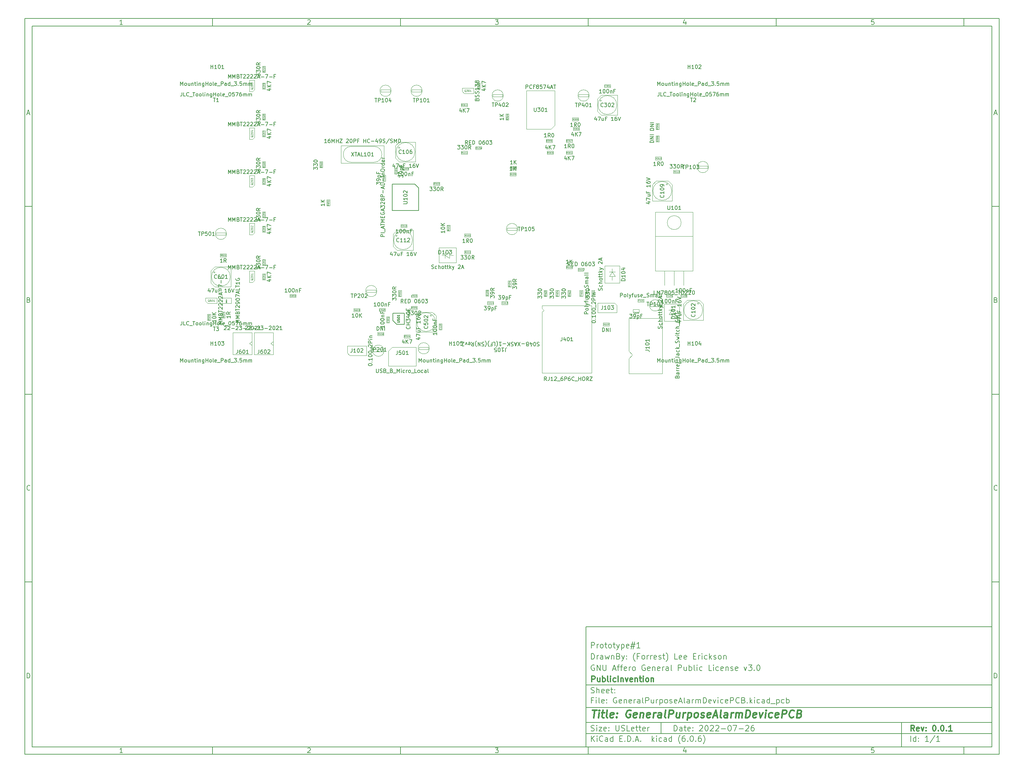
<source format=gbr>
%TF.GenerationSoftware,KiCad,Pcbnew,(6.0.6)*%
%TF.CreationDate,2023-02-21T10:41:57-05:00*%
%TF.ProjectId,GeneralPurposeAlarmDevicePCB,47656e65-7261-46c5-9075-72706f736541,0.0.1*%
%TF.SameCoordinates,Original*%
%TF.FileFunction,AssemblyDrawing,Top*%
%FSLAX46Y46*%
G04 Gerber Fmt 4.6, Leading zero omitted, Abs format (unit mm)*
G04 Created by KiCad (PCBNEW (6.0.6)) date 2023-02-21 10:41:57*
%MOMM*%
%LPD*%
G01*
G04 APERTURE LIST*
%ADD10C,0.100000*%
%ADD11C,0.150000*%
%ADD12C,0.300000*%
%ADD13C,0.400000*%
%ADD14C,0.075000*%
%ADD15C,0.050000*%
%ADD16C,0.060000*%
%ADD17C,0.120000*%
G04 APERTURE END LIST*
D10*
D11*
X159400000Y-171900000D02*
X159400000Y-203900000D01*
X267400000Y-203900000D01*
X267400000Y-171900000D01*
X159400000Y-171900000D01*
D10*
D11*
X10000000Y-10000000D02*
X10000000Y-205900000D01*
X269400000Y-205900000D01*
X269400000Y-10000000D01*
X10000000Y-10000000D01*
D10*
D11*
X12000000Y-12000000D02*
X12000000Y-203900000D01*
X267400000Y-203900000D01*
X267400000Y-12000000D01*
X12000000Y-12000000D01*
D10*
D11*
X60000000Y-12000000D02*
X60000000Y-10000000D01*
D10*
D11*
X110000000Y-12000000D02*
X110000000Y-10000000D01*
D10*
D11*
X160000000Y-12000000D02*
X160000000Y-10000000D01*
D10*
D11*
X210000000Y-12000000D02*
X210000000Y-10000000D01*
D10*
D11*
X260000000Y-12000000D02*
X260000000Y-10000000D01*
D10*
D11*
X36065476Y-11588095D02*
X35322619Y-11588095D01*
X35694047Y-11588095D02*
X35694047Y-10288095D01*
X35570238Y-10473809D01*
X35446428Y-10597619D01*
X35322619Y-10659523D01*
D10*
D11*
X85322619Y-10411904D02*
X85384523Y-10350000D01*
X85508333Y-10288095D01*
X85817857Y-10288095D01*
X85941666Y-10350000D01*
X86003571Y-10411904D01*
X86065476Y-10535714D01*
X86065476Y-10659523D01*
X86003571Y-10845238D01*
X85260714Y-11588095D01*
X86065476Y-11588095D01*
D10*
D11*
X135260714Y-10288095D02*
X136065476Y-10288095D01*
X135632142Y-10783333D01*
X135817857Y-10783333D01*
X135941666Y-10845238D01*
X136003571Y-10907142D01*
X136065476Y-11030952D01*
X136065476Y-11340476D01*
X136003571Y-11464285D01*
X135941666Y-11526190D01*
X135817857Y-11588095D01*
X135446428Y-11588095D01*
X135322619Y-11526190D01*
X135260714Y-11464285D01*
D10*
D11*
X185941666Y-10721428D02*
X185941666Y-11588095D01*
X185632142Y-10226190D02*
X185322619Y-11154761D01*
X186127380Y-11154761D01*
D10*
D11*
X236003571Y-10288095D02*
X235384523Y-10288095D01*
X235322619Y-10907142D01*
X235384523Y-10845238D01*
X235508333Y-10783333D01*
X235817857Y-10783333D01*
X235941666Y-10845238D01*
X236003571Y-10907142D01*
X236065476Y-11030952D01*
X236065476Y-11340476D01*
X236003571Y-11464285D01*
X235941666Y-11526190D01*
X235817857Y-11588095D01*
X235508333Y-11588095D01*
X235384523Y-11526190D01*
X235322619Y-11464285D01*
D10*
D11*
X60000000Y-203900000D02*
X60000000Y-205900000D01*
D10*
D11*
X110000000Y-203900000D02*
X110000000Y-205900000D01*
D10*
D11*
X160000000Y-203900000D02*
X160000000Y-205900000D01*
D10*
D11*
X210000000Y-203900000D02*
X210000000Y-205900000D01*
D10*
D11*
X260000000Y-203900000D02*
X260000000Y-205900000D01*
D10*
D11*
X36065476Y-205488095D02*
X35322619Y-205488095D01*
X35694047Y-205488095D02*
X35694047Y-204188095D01*
X35570238Y-204373809D01*
X35446428Y-204497619D01*
X35322619Y-204559523D01*
D10*
D11*
X85322619Y-204311904D02*
X85384523Y-204250000D01*
X85508333Y-204188095D01*
X85817857Y-204188095D01*
X85941666Y-204250000D01*
X86003571Y-204311904D01*
X86065476Y-204435714D01*
X86065476Y-204559523D01*
X86003571Y-204745238D01*
X85260714Y-205488095D01*
X86065476Y-205488095D01*
D10*
D11*
X135260714Y-204188095D02*
X136065476Y-204188095D01*
X135632142Y-204683333D01*
X135817857Y-204683333D01*
X135941666Y-204745238D01*
X136003571Y-204807142D01*
X136065476Y-204930952D01*
X136065476Y-205240476D01*
X136003571Y-205364285D01*
X135941666Y-205426190D01*
X135817857Y-205488095D01*
X135446428Y-205488095D01*
X135322619Y-205426190D01*
X135260714Y-205364285D01*
D10*
D11*
X185941666Y-204621428D02*
X185941666Y-205488095D01*
X185632142Y-204126190D02*
X185322619Y-205054761D01*
X186127380Y-205054761D01*
D10*
D11*
X236003571Y-204188095D02*
X235384523Y-204188095D01*
X235322619Y-204807142D01*
X235384523Y-204745238D01*
X235508333Y-204683333D01*
X235817857Y-204683333D01*
X235941666Y-204745238D01*
X236003571Y-204807142D01*
X236065476Y-204930952D01*
X236065476Y-205240476D01*
X236003571Y-205364285D01*
X235941666Y-205426190D01*
X235817857Y-205488095D01*
X235508333Y-205488095D01*
X235384523Y-205426190D01*
X235322619Y-205364285D01*
D10*
D11*
X10000000Y-60000000D02*
X12000000Y-60000000D01*
D10*
D11*
X10000000Y-110000000D02*
X12000000Y-110000000D01*
D10*
D11*
X10000000Y-160000000D02*
X12000000Y-160000000D01*
D10*
D11*
X10690476Y-35216666D02*
X11309523Y-35216666D01*
X10566666Y-35588095D02*
X11000000Y-34288095D01*
X11433333Y-35588095D01*
D10*
D11*
X11092857Y-84907142D02*
X11278571Y-84969047D01*
X11340476Y-85030952D01*
X11402380Y-85154761D01*
X11402380Y-85340476D01*
X11340476Y-85464285D01*
X11278571Y-85526190D01*
X11154761Y-85588095D01*
X10659523Y-85588095D01*
X10659523Y-84288095D01*
X11092857Y-84288095D01*
X11216666Y-84350000D01*
X11278571Y-84411904D01*
X11340476Y-84535714D01*
X11340476Y-84659523D01*
X11278571Y-84783333D01*
X11216666Y-84845238D01*
X11092857Y-84907142D01*
X10659523Y-84907142D01*
D10*
D11*
X11402380Y-135464285D02*
X11340476Y-135526190D01*
X11154761Y-135588095D01*
X11030952Y-135588095D01*
X10845238Y-135526190D01*
X10721428Y-135402380D01*
X10659523Y-135278571D01*
X10597619Y-135030952D01*
X10597619Y-134845238D01*
X10659523Y-134597619D01*
X10721428Y-134473809D01*
X10845238Y-134350000D01*
X11030952Y-134288095D01*
X11154761Y-134288095D01*
X11340476Y-134350000D01*
X11402380Y-134411904D01*
D10*
D11*
X10659523Y-185588095D02*
X10659523Y-184288095D01*
X10969047Y-184288095D01*
X11154761Y-184350000D01*
X11278571Y-184473809D01*
X11340476Y-184597619D01*
X11402380Y-184845238D01*
X11402380Y-185030952D01*
X11340476Y-185278571D01*
X11278571Y-185402380D01*
X11154761Y-185526190D01*
X10969047Y-185588095D01*
X10659523Y-185588095D01*
D10*
D11*
X269400000Y-60000000D02*
X267400000Y-60000000D01*
D10*
D11*
X269400000Y-110000000D02*
X267400000Y-110000000D01*
D10*
D11*
X269400000Y-160000000D02*
X267400000Y-160000000D01*
D10*
D11*
X268090476Y-35216666D02*
X268709523Y-35216666D01*
X267966666Y-35588095D02*
X268400000Y-34288095D01*
X268833333Y-35588095D01*
D10*
D11*
X268492857Y-84907142D02*
X268678571Y-84969047D01*
X268740476Y-85030952D01*
X268802380Y-85154761D01*
X268802380Y-85340476D01*
X268740476Y-85464285D01*
X268678571Y-85526190D01*
X268554761Y-85588095D01*
X268059523Y-85588095D01*
X268059523Y-84288095D01*
X268492857Y-84288095D01*
X268616666Y-84350000D01*
X268678571Y-84411904D01*
X268740476Y-84535714D01*
X268740476Y-84659523D01*
X268678571Y-84783333D01*
X268616666Y-84845238D01*
X268492857Y-84907142D01*
X268059523Y-84907142D01*
D10*
D11*
X268802380Y-135464285D02*
X268740476Y-135526190D01*
X268554761Y-135588095D01*
X268430952Y-135588095D01*
X268245238Y-135526190D01*
X268121428Y-135402380D01*
X268059523Y-135278571D01*
X267997619Y-135030952D01*
X267997619Y-134845238D01*
X268059523Y-134597619D01*
X268121428Y-134473809D01*
X268245238Y-134350000D01*
X268430952Y-134288095D01*
X268554761Y-134288095D01*
X268740476Y-134350000D01*
X268802380Y-134411904D01*
D10*
D11*
X268059523Y-185588095D02*
X268059523Y-184288095D01*
X268369047Y-184288095D01*
X268554761Y-184350000D01*
X268678571Y-184473809D01*
X268740476Y-184597619D01*
X268802380Y-184845238D01*
X268802380Y-185030952D01*
X268740476Y-185278571D01*
X268678571Y-185402380D01*
X268554761Y-185526190D01*
X268369047Y-185588095D01*
X268059523Y-185588095D01*
D10*
D11*
X182832142Y-199678571D02*
X182832142Y-198178571D01*
X183189285Y-198178571D01*
X183403571Y-198250000D01*
X183546428Y-198392857D01*
X183617857Y-198535714D01*
X183689285Y-198821428D01*
X183689285Y-199035714D01*
X183617857Y-199321428D01*
X183546428Y-199464285D01*
X183403571Y-199607142D01*
X183189285Y-199678571D01*
X182832142Y-199678571D01*
X184975000Y-199678571D02*
X184975000Y-198892857D01*
X184903571Y-198750000D01*
X184760714Y-198678571D01*
X184475000Y-198678571D01*
X184332142Y-198750000D01*
X184975000Y-199607142D02*
X184832142Y-199678571D01*
X184475000Y-199678571D01*
X184332142Y-199607142D01*
X184260714Y-199464285D01*
X184260714Y-199321428D01*
X184332142Y-199178571D01*
X184475000Y-199107142D01*
X184832142Y-199107142D01*
X184975000Y-199035714D01*
X185475000Y-198678571D02*
X186046428Y-198678571D01*
X185689285Y-198178571D02*
X185689285Y-199464285D01*
X185760714Y-199607142D01*
X185903571Y-199678571D01*
X186046428Y-199678571D01*
X187117857Y-199607142D02*
X186975000Y-199678571D01*
X186689285Y-199678571D01*
X186546428Y-199607142D01*
X186475000Y-199464285D01*
X186475000Y-198892857D01*
X186546428Y-198750000D01*
X186689285Y-198678571D01*
X186975000Y-198678571D01*
X187117857Y-198750000D01*
X187189285Y-198892857D01*
X187189285Y-199035714D01*
X186475000Y-199178571D01*
X187832142Y-199535714D02*
X187903571Y-199607142D01*
X187832142Y-199678571D01*
X187760714Y-199607142D01*
X187832142Y-199535714D01*
X187832142Y-199678571D01*
X187832142Y-198750000D02*
X187903571Y-198821428D01*
X187832142Y-198892857D01*
X187760714Y-198821428D01*
X187832142Y-198750000D01*
X187832142Y-198892857D01*
X189617857Y-198321428D02*
X189689285Y-198250000D01*
X189832142Y-198178571D01*
X190189285Y-198178571D01*
X190332142Y-198250000D01*
X190403571Y-198321428D01*
X190475000Y-198464285D01*
X190475000Y-198607142D01*
X190403571Y-198821428D01*
X189546428Y-199678571D01*
X190475000Y-199678571D01*
X191403571Y-198178571D02*
X191546428Y-198178571D01*
X191689285Y-198250000D01*
X191760714Y-198321428D01*
X191832142Y-198464285D01*
X191903571Y-198750000D01*
X191903571Y-199107142D01*
X191832142Y-199392857D01*
X191760714Y-199535714D01*
X191689285Y-199607142D01*
X191546428Y-199678571D01*
X191403571Y-199678571D01*
X191260714Y-199607142D01*
X191189285Y-199535714D01*
X191117857Y-199392857D01*
X191046428Y-199107142D01*
X191046428Y-198750000D01*
X191117857Y-198464285D01*
X191189285Y-198321428D01*
X191260714Y-198250000D01*
X191403571Y-198178571D01*
X192475000Y-198321428D02*
X192546428Y-198250000D01*
X192689285Y-198178571D01*
X193046428Y-198178571D01*
X193189285Y-198250000D01*
X193260714Y-198321428D01*
X193332142Y-198464285D01*
X193332142Y-198607142D01*
X193260714Y-198821428D01*
X192403571Y-199678571D01*
X193332142Y-199678571D01*
X193903571Y-198321428D02*
X193975000Y-198250000D01*
X194117857Y-198178571D01*
X194475000Y-198178571D01*
X194617857Y-198250000D01*
X194689285Y-198321428D01*
X194760714Y-198464285D01*
X194760714Y-198607142D01*
X194689285Y-198821428D01*
X193832142Y-199678571D01*
X194760714Y-199678571D01*
X195403571Y-199107142D02*
X196546428Y-199107142D01*
X197546428Y-198178571D02*
X197689285Y-198178571D01*
X197832142Y-198250000D01*
X197903571Y-198321428D01*
X197975000Y-198464285D01*
X198046428Y-198750000D01*
X198046428Y-199107142D01*
X197975000Y-199392857D01*
X197903571Y-199535714D01*
X197832142Y-199607142D01*
X197689285Y-199678571D01*
X197546428Y-199678571D01*
X197403571Y-199607142D01*
X197332142Y-199535714D01*
X197260714Y-199392857D01*
X197189285Y-199107142D01*
X197189285Y-198750000D01*
X197260714Y-198464285D01*
X197332142Y-198321428D01*
X197403571Y-198250000D01*
X197546428Y-198178571D01*
X198546428Y-198178571D02*
X199546428Y-198178571D01*
X198903571Y-199678571D01*
X200117857Y-199107142D02*
X201260714Y-199107142D01*
X201903571Y-198321428D02*
X201975000Y-198250000D01*
X202117857Y-198178571D01*
X202475000Y-198178571D01*
X202617857Y-198250000D01*
X202689285Y-198321428D01*
X202760714Y-198464285D01*
X202760714Y-198607142D01*
X202689285Y-198821428D01*
X201832142Y-199678571D01*
X202760714Y-199678571D01*
X204046428Y-198178571D02*
X203760714Y-198178571D01*
X203617857Y-198250000D01*
X203546428Y-198321428D01*
X203403571Y-198535714D01*
X203332142Y-198821428D01*
X203332142Y-199392857D01*
X203403571Y-199535714D01*
X203475000Y-199607142D01*
X203617857Y-199678571D01*
X203903571Y-199678571D01*
X204046428Y-199607142D01*
X204117857Y-199535714D01*
X204189285Y-199392857D01*
X204189285Y-199035714D01*
X204117857Y-198892857D01*
X204046428Y-198821428D01*
X203903571Y-198750000D01*
X203617857Y-198750000D01*
X203475000Y-198821428D01*
X203403571Y-198892857D01*
X203332142Y-199035714D01*
D10*
D11*
X159400000Y-200400000D02*
X267400000Y-200400000D01*
D10*
D11*
X160832142Y-202478571D02*
X160832142Y-200978571D01*
X161689285Y-202478571D02*
X161046428Y-201621428D01*
X161689285Y-200978571D02*
X160832142Y-201835714D01*
X162332142Y-202478571D02*
X162332142Y-201478571D01*
X162332142Y-200978571D02*
X162260714Y-201050000D01*
X162332142Y-201121428D01*
X162403571Y-201050000D01*
X162332142Y-200978571D01*
X162332142Y-201121428D01*
X163903571Y-202335714D02*
X163832142Y-202407142D01*
X163617857Y-202478571D01*
X163475000Y-202478571D01*
X163260714Y-202407142D01*
X163117857Y-202264285D01*
X163046428Y-202121428D01*
X162975000Y-201835714D01*
X162975000Y-201621428D01*
X163046428Y-201335714D01*
X163117857Y-201192857D01*
X163260714Y-201050000D01*
X163475000Y-200978571D01*
X163617857Y-200978571D01*
X163832142Y-201050000D01*
X163903571Y-201121428D01*
X165189285Y-202478571D02*
X165189285Y-201692857D01*
X165117857Y-201550000D01*
X164975000Y-201478571D01*
X164689285Y-201478571D01*
X164546428Y-201550000D01*
X165189285Y-202407142D02*
X165046428Y-202478571D01*
X164689285Y-202478571D01*
X164546428Y-202407142D01*
X164475000Y-202264285D01*
X164475000Y-202121428D01*
X164546428Y-201978571D01*
X164689285Y-201907142D01*
X165046428Y-201907142D01*
X165189285Y-201835714D01*
X166546428Y-202478571D02*
X166546428Y-200978571D01*
X166546428Y-202407142D02*
X166403571Y-202478571D01*
X166117857Y-202478571D01*
X165975000Y-202407142D01*
X165903571Y-202335714D01*
X165832142Y-202192857D01*
X165832142Y-201764285D01*
X165903571Y-201621428D01*
X165975000Y-201550000D01*
X166117857Y-201478571D01*
X166403571Y-201478571D01*
X166546428Y-201550000D01*
X168403571Y-201692857D02*
X168903571Y-201692857D01*
X169117857Y-202478571D02*
X168403571Y-202478571D01*
X168403571Y-200978571D01*
X169117857Y-200978571D01*
X169760714Y-202335714D02*
X169832142Y-202407142D01*
X169760714Y-202478571D01*
X169689285Y-202407142D01*
X169760714Y-202335714D01*
X169760714Y-202478571D01*
X170475000Y-202478571D02*
X170475000Y-200978571D01*
X170832142Y-200978571D01*
X171046428Y-201050000D01*
X171189285Y-201192857D01*
X171260714Y-201335714D01*
X171332142Y-201621428D01*
X171332142Y-201835714D01*
X171260714Y-202121428D01*
X171189285Y-202264285D01*
X171046428Y-202407142D01*
X170832142Y-202478571D01*
X170475000Y-202478571D01*
X171975000Y-202335714D02*
X172046428Y-202407142D01*
X171975000Y-202478571D01*
X171903571Y-202407142D01*
X171975000Y-202335714D01*
X171975000Y-202478571D01*
X172617857Y-202050000D02*
X173332142Y-202050000D01*
X172475000Y-202478571D02*
X172975000Y-200978571D01*
X173475000Y-202478571D01*
X173975000Y-202335714D02*
X174046428Y-202407142D01*
X173975000Y-202478571D01*
X173903571Y-202407142D01*
X173975000Y-202335714D01*
X173975000Y-202478571D01*
X176975000Y-202478571D02*
X176975000Y-200978571D01*
X177117857Y-201907142D02*
X177546428Y-202478571D01*
X177546428Y-201478571D02*
X176975000Y-202050000D01*
X178189285Y-202478571D02*
X178189285Y-201478571D01*
X178189285Y-200978571D02*
X178117857Y-201050000D01*
X178189285Y-201121428D01*
X178260714Y-201050000D01*
X178189285Y-200978571D01*
X178189285Y-201121428D01*
X179546428Y-202407142D02*
X179403571Y-202478571D01*
X179117857Y-202478571D01*
X178975000Y-202407142D01*
X178903571Y-202335714D01*
X178832142Y-202192857D01*
X178832142Y-201764285D01*
X178903571Y-201621428D01*
X178975000Y-201550000D01*
X179117857Y-201478571D01*
X179403571Y-201478571D01*
X179546428Y-201550000D01*
X180832142Y-202478571D02*
X180832142Y-201692857D01*
X180760714Y-201550000D01*
X180617857Y-201478571D01*
X180332142Y-201478571D01*
X180189285Y-201550000D01*
X180832142Y-202407142D02*
X180689285Y-202478571D01*
X180332142Y-202478571D01*
X180189285Y-202407142D01*
X180117857Y-202264285D01*
X180117857Y-202121428D01*
X180189285Y-201978571D01*
X180332142Y-201907142D01*
X180689285Y-201907142D01*
X180832142Y-201835714D01*
X182189285Y-202478571D02*
X182189285Y-200978571D01*
X182189285Y-202407142D02*
X182046428Y-202478571D01*
X181760714Y-202478571D01*
X181617857Y-202407142D01*
X181546428Y-202335714D01*
X181475000Y-202192857D01*
X181475000Y-201764285D01*
X181546428Y-201621428D01*
X181617857Y-201550000D01*
X181760714Y-201478571D01*
X182046428Y-201478571D01*
X182189285Y-201550000D01*
X184475000Y-203050000D02*
X184403571Y-202978571D01*
X184260714Y-202764285D01*
X184189285Y-202621428D01*
X184117857Y-202407142D01*
X184046428Y-202050000D01*
X184046428Y-201764285D01*
X184117857Y-201407142D01*
X184189285Y-201192857D01*
X184260714Y-201050000D01*
X184403571Y-200835714D01*
X184475000Y-200764285D01*
X185689285Y-200978571D02*
X185403571Y-200978571D01*
X185260714Y-201050000D01*
X185189285Y-201121428D01*
X185046428Y-201335714D01*
X184975000Y-201621428D01*
X184975000Y-202192857D01*
X185046428Y-202335714D01*
X185117857Y-202407142D01*
X185260714Y-202478571D01*
X185546428Y-202478571D01*
X185689285Y-202407142D01*
X185760714Y-202335714D01*
X185832142Y-202192857D01*
X185832142Y-201835714D01*
X185760714Y-201692857D01*
X185689285Y-201621428D01*
X185546428Y-201550000D01*
X185260714Y-201550000D01*
X185117857Y-201621428D01*
X185046428Y-201692857D01*
X184975000Y-201835714D01*
X186475000Y-202335714D02*
X186546428Y-202407142D01*
X186475000Y-202478571D01*
X186403571Y-202407142D01*
X186475000Y-202335714D01*
X186475000Y-202478571D01*
X187475000Y-200978571D02*
X187617857Y-200978571D01*
X187760714Y-201050000D01*
X187832142Y-201121428D01*
X187903571Y-201264285D01*
X187975000Y-201550000D01*
X187975000Y-201907142D01*
X187903571Y-202192857D01*
X187832142Y-202335714D01*
X187760714Y-202407142D01*
X187617857Y-202478571D01*
X187475000Y-202478571D01*
X187332142Y-202407142D01*
X187260714Y-202335714D01*
X187189285Y-202192857D01*
X187117857Y-201907142D01*
X187117857Y-201550000D01*
X187189285Y-201264285D01*
X187260714Y-201121428D01*
X187332142Y-201050000D01*
X187475000Y-200978571D01*
X188617857Y-202335714D02*
X188689285Y-202407142D01*
X188617857Y-202478571D01*
X188546428Y-202407142D01*
X188617857Y-202335714D01*
X188617857Y-202478571D01*
X189975000Y-200978571D02*
X189689285Y-200978571D01*
X189546428Y-201050000D01*
X189475000Y-201121428D01*
X189332142Y-201335714D01*
X189260714Y-201621428D01*
X189260714Y-202192857D01*
X189332142Y-202335714D01*
X189403571Y-202407142D01*
X189546428Y-202478571D01*
X189832142Y-202478571D01*
X189975000Y-202407142D01*
X190046428Y-202335714D01*
X190117857Y-202192857D01*
X190117857Y-201835714D01*
X190046428Y-201692857D01*
X189975000Y-201621428D01*
X189832142Y-201550000D01*
X189546428Y-201550000D01*
X189403571Y-201621428D01*
X189332142Y-201692857D01*
X189260714Y-201835714D01*
X190617857Y-203050000D02*
X190689285Y-202978571D01*
X190832142Y-202764285D01*
X190903571Y-202621428D01*
X190975000Y-202407142D01*
X191046428Y-202050000D01*
X191046428Y-201764285D01*
X190975000Y-201407142D01*
X190903571Y-201192857D01*
X190832142Y-201050000D01*
X190689285Y-200835714D01*
X190617857Y-200764285D01*
D10*
D11*
X159400000Y-197400000D02*
X267400000Y-197400000D01*
D10*
D12*
X246809285Y-199678571D02*
X246309285Y-198964285D01*
X245952142Y-199678571D02*
X245952142Y-198178571D01*
X246523571Y-198178571D01*
X246666428Y-198250000D01*
X246737857Y-198321428D01*
X246809285Y-198464285D01*
X246809285Y-198678571D01*
X246737857Y-198821428D01*
X246666428Y-198892857D01*
X246523571Y-198964285D01*
X245952142Y-198964285D01*
X248023571Y-199607142D02*
X247880714Y-199678571D01*
X247595000Y-199678571D01*
X247452142Y-199607142D01*
X247380714Y-199464285D01*
X247380714Y-198892857D01*
X247452142Y-198750000D01*
X247595000Y-198678571D01*
X247880714Y-198678571D01*
X248023571Y-198750000D01*
X248095000Y-198892857D01*
X248095000Y-199035714D01*
X247380714Y-199178571D01*
X248595000Y-198678571D02*
X248952142Y-199678571D01*
X249309285Y-198678571D01*
X249880714Y-199535714D02*
X249952142Y-199607142D01*
X249880714Y-199678571D01*
X249809285Y-199607142D01*
X249880714Y-199535714D01*
X249880714Y-199678571D01*
X249880714Y-198750000D02*
X249952142Y-198821428D01*
X249880714Y-198892857D01*
X249809285Y-198821428D01*
X249880714Y-198750000D01*
X249880714Y-198892857D01*
X252023571Y-198178571D02*
X252166428Y-198178571D01*
X252309285Y-198250000D01*
X252380714Y-198321428D01*
X252452142Y-198464285D01*
X252523571Y-198750000D01*
X252523571Y-199107142D01*
X252452142Y-199392857D01*
X252380714Y-199535714D01*
X252309285Y-199607142D01*
X252166428Y-199678571D01*
X252023571Y-199678571D01*
X251880714Y-199607142D01*
X251809285Y-199535714D01*
X251737857Y-199392857D01*
X251666428Y-199107142D01*
X251666428Y-198750000D01*
X251737857Y-198464285D01*
X251809285Y-198321428D01*
X251880714Y-198250000D01*
X252023571Y-198178571D01*
X253166428Y-199535714D02*
X253237857Y-199607142D01*
X253166428Y-199678571D01*
X253095000Y-199607142D01*
X253166428Y-199535714D01*
X253166428Y-199678571D01*
X254166428Y-198178571D02*
X254309285Y-198178571D01*
X254452142Y-198250000D01*
X254523571Y-198321428D01*
X254595000Y-198464285D01*
X254666428Y-198750000D01*
X254666428Y-199107142D01*
X254595000Y-199392857D01*
X254523571Y-199535714D01*
X254452142Y-199607142D01*
X254309285Y-199678571D01*
X254166428Y-199678571D01*
X254023571Y-199607142D01*
X253952142Y-199535714D01*
X253880714Y-199392857D01*
X253809285Y-199107142D01*
X253809285Y-198750000D01*
X253880714Y-198464285D01*
X253952142Y-198321428D01*
X254023571Y-198250000D01*
X254166428Y-198178571D01*
X255309285Y-199535714D02*
X255380714Y-199607142D01*
X255309285Y-199678571D01*
X255237857Y-199607142D01*
X255309285Y-199535714D01*
X255309285Y-199678571D01*
X256809285Y-199678571D02*
X255952142Y-199678571D01*
X256380714Y-199678571D02*
X256380714Y-198178571D01*
X256237857Y-198392857D01*
X256095000Y-198535714D01*
X255952142Y-198607142D01*
D10*
D11*
X160760714Y-199607142D02*
X160975000Y-199678571D01*
X161332142Y-199678571D01*
X161475000Y-199607142D01*
X161546428Y-199535714D01*
X161617857Y-199392857D01*
X161617857Y-199250000D01*
X161546428Y-199107142D01*
X161475000Y-199035714D01*
X161332142Y-198964285D01*
X161046428Y-198892857D01*
X160903571Y-198821428D01*
X160832142Y-198750000D01*
X160760714Y-198607142D01*
X160760714Y-198464285D01*
X160832142Y-198321428D01*
X160903571Y-198250000D01*
X161046428Y-198178571D01*
X161403571Y-198178571D01*
X161617857Y-198250000D01*
X162260714Y-199678571D02*
X162260714Y-198678571D01*
X162260714Y-198178571D02*
X162189285Y-198250000D01*
X162260714Y-198321428D01*
X162332142Y-198250000D01*
X162260714Y-198178571D01*
X162260714Y-198321428D01*
X162832142Y-198678571D02*
X163617857Y-198678571D01*
X162832142Y-199678571D01*
X163617857Y-199678571D01*
X164760714Y-199607142D02*
X164617857Y-199678571D01*
X164332142Y-199678571D01*
X164189285Y-199607142D01*
X164117857Y-199464285D01*
X164117857Y-198892857D01*
X164189285Y-198750000D01*
X164332142Y-198678571D01*
X164617857Y-198678571D01*
X164760714Y-198750000D01*
X164832142Y-198892857D01*
X164832142Y-199035714D01*
X164117857Y-199178571D01*
X165475000Y-199535714D02*
X165546428Y-199607142D01*
X165475000Y-199678571D01*
X165403571Y-199607142D01*
X165475000Y-199535714D01*
X165475000Y-199678571D01*
X165475000Y-198750000D02*
X165546428Y-198821428D01*
X165475000Y-198892857D01*
X165403571Y-198821428D01*
X165475000Y-198750000D01*
X165475000Y-198892857D01*
X167332142Y-198178571D02*
X167332142Y-199392857D01*
X167403571Y-199535714D01*
X167475000Y-199607142D01*
X167617857Y-199678571D01*
X167903571Y-199678571D01*
X168046428Y-199607142D01*
X168117857Y-199535714D01*
X168189285Y-199392857D01*
X168189285Y-198178571D01*
X168832142Y-199607142D02*
X169046428Y-199678571D01*
X169403571Y-199678571D01*
X169546428Y-199607142D01*
X169617857Y-199535714D01*
X169689285Y-199392857D01*
X169689285Y-199250000D01*
X169617857Y-199107142D01*
X169546428Y-199035714D01*
X169403571Y-198964285D01*
X169117857Y-198892857D01*
X168975000Y-198821428D01*
X168903571Y-198750000D01*
X168832142Y-198607142D01*
X168832142Y-198464285D01*
X168903571Y-198321428D01*
X168975000Y-198250000D01*
X169117857Y-198178571D01*
X169475000Y-198178571D01*
X169689285Y-198250000D01*
X171046428Y-199678571D02*
X170332142Y-199678571D01*
X170332142Y-198178571D01*
X172117857Y-199607142D02*
X171975000Y-199678571D01*
X171689285Y-199678571D01*
X171546428Y-199607142D01*
X171475000Y-199464285D01*
X171475000Y-198892857D01*
X171546428Y-198750000D01*
X171689285Y-198678571D01*
X171975000Y-198678571D01*
X172117857Y-198750000D01*
X172189285Y-198892857D01*
X172189285Y-199035714D01*
X171475000Y-199178571D01*
X172617857Y-198678571D02*
X173189285Y-198678571D01*
X172832142Y-198178571D02*
X172832142Y-199464285D01*
X172903571Y-199607142D01*
X173046428Y-199678571D01*
X173189285Y-199678571D01*
X173475000Y-198678571D02*
X174046428Y-198678571D01*
X173689285Y-198178571D02*
X173689285Y-199464285D01*
X173760714Y-199607142D01*
X173903571Y-199678571D01*
X174046428Y-199678571D01*
X175117857Y-199607142D02*
X174975000Y-199678571D01*
X174689285Y-199678571D01*
X174546428Y-199607142D01*
X174475000Y-199464285D01*
X174475000Y-198892857D01*
X174546428Y-198750000D01*
X174689285Y-198678571D01*
X174975000Y-198678571D01*
X175117857Y-198750000D01*
X175189285Y-198892857D01*
X175189285Y-199035714D01*
X174475000Y-199178571D01*
X175832142Y-199678571D02*
X175832142Y-198678571D01*
X175832142Y-198964285D02*
X175903571Y-198821428D01*
X175975000Y-198750000D01*
X176117857Y-198678571D01*
X176260714Y-198678571D01*
D10*
D11*
X245832142Y-202478571D02*
X245832142Y-200978571D01*
X247189285Y-202478571D02*
X247189285Y-200978571D01*
X247189285Y-202407142D02*
X247046428Y-202478571D01*
X246760714Y-202478571D01*
X246617857Y-202407142D01*
X246546428Y-202335714D01*
X246475000Y-202192857D01*
X246475000Y-201764285D01*
X246546428Y-201621428D01*
X246617857Y-201550000D01*
X246760714Y-201478571D01*
X247046428Y-201478571D01*
X247189285Y-201550000D01*
X247903571Y-202335714D02*
X247975000Y-202407142D01*
X247903571Y-202478571D01*
X247832142Y-202407142D01*
X247903571Y-202335714D01*
X247903571Y-202478571D01*
X247903571Y-201550000D02*
X247975000Y-201621428D01*
X247903571Y-201692857D01*
X247832142Y-201621428D01*
X247903571Y-201550000D01*
X247903571Y-201692857D01*
X250546428Y-202478571D02*
X249689285Y-202478571D01*
X250117857Y-202478571D02*
X250117857Y-200978571D01*
X249975000Y-201192857D01*
X249832142Y-201335714D01*
X249689285Y-201407142D01*
X252260714Y-200907142D02*
X250975000Y-202835714D01*
X253546428Y-202478571D02*
X252689285Y-202478571D01*
X253117857Y-202478571D02*
X253117857Y-200978571D01*
X252975000Y-201192857D01*
X252832142Y-201335714D01*
X252689285Y-201407142D01*
D10*
D11*
X159400000Y-193400000D02*
X267400000Y-193400000D01*
D10*
D13*
X161112380Y-194104761D02*
X162255238Y-194104761D01*
X161433809Y-196104761D02*
X161683809Y-194104761D01*
X162671904Y-196104761D02*
X162838571Y-194771428D01*
X162921904Y-194104761D02*
X162814761Y-194200000D01*
X162898095Y-194295238D01*
X163005238Y-194200000D01*
X162921904Y-194104761D01*
X162898095Y-194295238D01*
X163505238Y-194771428D02*
X164267142Y-194771428D01*
X163874285Y-194104761D02*
X163660000Y-195819047D01*
X163731428Y-196009523D01*
X163910000Y-196104761D01*
X164100476Y-196104761D01*
X165052857Y-196104761D02*
X164874285Y-196009523D01*
X164802857Y-195819047D01*
X165017142Y-194104761D01*
X166588571Y-196009523D02*
X166386190Y-196104761D01*
X166005238Y-196104761D01*
X165826666Y-196009523D01*
X165755238Y-195819047D01*
X165850476Y-195057142D01*
X165969523Y-194866666D01*
X166171904Y-194771428D01*
X166552857Y-194771428D01*
X166731428Y-194866666D01*
X166802857Y-195057142D01*
X166779047Y-195247619D01*
X165802857Y-195438095D01*
X167552857Y-195914285D02*
X167636190Y-196009523D01*
X167529047Y-196104761D01*
X167445714Y-196009523D01*
X167552857Y-195914285D01*
X167529047Y-196104761D01*
X167683809Y-194866666D02*
X167767142Y-194961904D01*
X167660000Y-195057142D01*
X167576666Y-194961904D01*
X167683809Y-194866666D01*
X167660000Y-195057142D01*
X171290952Y-194200000D02*
X171112380Y-194104761D01*
X170826666Y-194104761D01*
X170529047Y-194200000D01*
X170314761Y-194390476D01*
X170195714Y-194580952D01*
X170052857Y-194961904D01*
X170017142Y-195247619D01*
X170064761Y-195628571D01*
X170136190Y-195819047D01*
X170302857Y-196009523D01*
X170576666Y-196104761D01*
X170767142Y-196104761D01*
X171064761Y-196009523D01*
X171171904Y-195914285D01*
X171255238Y-195247619D01*
X170874285Y-195247619D01*
X172779047Y-196009523D02*
X172576666Y-196104761D01*
X172195714Y-196104761D01*
X172017142Y-196009523D01*
X171945714Y-195819047D01*
X172040952Y-195057142D01*
X172160000Y-194866666D01*
X172362380Y-194771428D01*
X172743333Y-194771428D01*
X172921904Y-194866666D01*
X172993333Y-195057142D01*
X172969523Y-195247619D01*
X171993333Y-195438095D01*
X173886190Y-194771428D02*
X173719523Y-196104761D01*
X173862380Y-194961904D02*
X173969523Y-194866666D01*
X174171904Y-194771428D01*
X174457619Y-194771428D01*
X174636190Y-194866666D01*
X174707619Y-195057142D01*
X174576666Y-196104761D01*
X176302857Y-196009523D02*
X176100476Y-196104761D01*
X175719523Y-196104761D01*
X175540952Y-196009523D01*
X175469523Y-195819047D01*
X175564761Y-195057142D01*
X175683809Y-194866666D01*
X175886190Y-194771428D01*
X176267142Y-194771428D01*
X176445714Y-194866666D01*
X176517142Y-195057142D01*
X176493333Y-195247619D01*
X175517142Y-195438095D01*
X177243333Y-196104761D02*
X177410000Y-194771428D01*
X177362380Y-195152380D02*
X177481428Y-194961904D01*
X177588571Y-194866666D01*
X177790952Y-194771428D01*
X177981428Y-194771428D01*
X179338571Y-196104761D02*
X179469523Y-195057142D01*
X179398095Y-194866666D01*
X179219523Y-194771428D01*
X178838571Y-194771428D01*
X178636190Y-194866666D01*
X179350476Y-196009523D02*
X179148095Y-196104761D01*
X178671904Y-196104761D01*
X178493333Y-196009523D01*
X178421904Y-195819047D01*
X178445714Y-195628571D01*
X178564761Y-195438095D01*
X178767142Y-195342857D01*
X179243333Y-195342857D01*
X179445714Y-195247619D01*
X180576666Y-196104761D02*
X180398095Y-196009523D01*
X180326666Y-195819047D01*
X180540952Y-194104761D01*
X181338571Y-196104761D02*
X181588571Y-194104761D01*
X182350476Y-194104761D01*
X182529047Y-194200000D01*
X182612380Y-194295238D01*
X182683809Y-194485714D01*
X182648095Y-194771428D01*
X182529047Y-194961904D01*
X182421904Y-195057142D01*
X182219523Y-195152380D01*
X181457619Y-195152380D01*
X184362380Y-194771428D02*
X184195714Y-196104761D01*
X183505238Y-194771428D02*
X183374285Y-195819047D01*
X183445714Y-196009523D01*
X183624285Y-196104761D01*
X183910000Y-196104761D01*
X184112380Y-196009523D01*
X184219523Y-195914285D01*
X185148095Y-196104761D02*
X185314761Y-194771428D01*
X185267142Y-195152380D02*
X185386190Y-194961904D01*
X185493333Y-194866666D01*
X185695714Y-194771428D01*
X185886190Y-194771428D01*
X186552857Y-194771428D02*
X186302857Y-196771428D01*
X186540952Y-194866666D02*
X186743333Y-194771428D01*
X187124285Y-194771428D01*
X187302857Y-194866666D01*
X187386190Y-194961904D01*
X187457619Y-195152380D01*
X187386190Y-195723809D01*
X187267142Y-195914285D01*
X187160000Y-196009523D01*
X186957619Y-196104761D01*
X186576666Y-196104761D01*
X186398095Y-196009523D01*
X188481428Y-196104761D02*
X188302857Y-196009523D01*
X188219523Y-195914285D01*
X188148095Y-195723809D01*
X188219523Y-195152380D01*
X188338571Y-194961904D01*
X188445714Y-194866666D01*
X188648095Y-194771428D01*
X188933809Y-194771428D01*
X189112380Y-194866666D01*
X189195714Y-194961904D01*
X189267142Y-195152380D01*
X189195714Y-195723809D01*
X189076666Y-195914285D01*
X188969523Y-196009523D01*
X188767142Y-196104761D01*
X188481428Y-196104761D01*
X189921904Y-196009523D02*
X190100476Y-196104761D01*
X190481428Y-196104761D01*
X190683809Y-196009523D01*
X190802857Y-195819047D01*
X190814761Y-195723809D01*
X190743333Y-195533333D01*
X190564761Y-195438095D01*
X190279047Y-195438095D01*
X190100476Y-195342857D01*
X190029047Y-195152380D01*
X190040952Y-195057142D01*
X190160000Y-194866666D01*
X190362380Y-194771428D01*
X190648095Y-194771428D01*
X190826666Y-194866666D01*
X192398095Y-196009523D02*
X192195714Y-196104761D01*
X191814761Y-196104761D01*
X191636190Y-196009523D01*
X191564761Y-195819047D01*
X191660000Y-195057142D01*
X191779047Y-194866666D01*
X191981428Y-194771428D01*
X192362380Y-194771428D01*
X192540952Y-194866666D01*
X192612380Y-195057142D01*
X192588571Y-195247619D01*
X191612380Y-195438095D01*
X193314761Y-195533333D02*
X194267142Y-195533333D01*
X193052857Y-196104761D02*
X193969523Y-194104761D01*
X194386190Y-196104761D01*
X195338571Y-196104761D02*
X195160000Y-196009523D01*
X195088571Y-195819047D01*
X195302857Y-194104761D01*
X196957619Y-196104761D02*
X197088571Y-195057142D01*
X197017142Y-194866666D01*
X196838571Y-194771428D01*
X196457619Y-194771428D01*
X196255238Y-194866666D01*
X196969523Y-196009523D02*
X196767142Y-196104761D01*
X196290952Y-196104761D01*
X196112380Y-196009523D01*
X196040952Y-195819047D01*
X196064761Y-195628571D01*
X196183809Y-195438095D01*
X196386190Y-195342857D01*
X196862380Y-195342857D01*
X197064761Y-195247619D01*
X197910000Y-196104761D02*
X198076666Y-194771428D01*
X198029047Y-195152380D02*
X198148095Y-194961904D01*
X198255238Y-194866666D01*
X198457619Y-194771428D01*
X198648095Y-194771428D01*
X199148095Y-196104761D02*
X199314761Y-194771428D01*
X199290952Y-194961904D02*
X199398095Y-194866666D01*
X199600476Y-194771428D01*
X199886190Y-194771428D01*
X200064761Y-194866666D01*
X200136190Y-195057142D01*
X200005238Y-196104761D01*
X200136190Y-195057142D02*
X200255238Y-194866666D01*
X200457619Y-194771428D01*
X200743333Y-194771428D01*
X200921904Y-194866666D01*
X200993333Y-195057142D01*
X200862380Y-196104761D01*
X201814761Y-196104761D02*
X202064761Y-194104761D01*
X202540952Y-194104761D01*
X202814761Y-194200000D01*
X202981428Y-194390476D01*
X203052857Y-194580952D01*
X203100476Y-194961904D01*
X203064761Y-195247619D01*
X202921904Y-195628571D01*
X202802857Y-195819047D01*
X202588571Y-196009523D01*
X202290952Y-196104761D01*
X201814761Y-196104761D01*
X204588571Y-196009523D02*
X204386190Y-196104761D01*
X204005238Y-196104761D01*
X203826666Y-196009523D01*
X203755238Y-195819047D01*
X203850476Y-195057142D01*
X203969523Y-194866666D01*
X204171904Y-194771428D01*
X204552857Y-194771428D01*
X204731428Y-194866666D01*
X204802857Y-195057142D01*
X204779047Y-195247619D01*
X203802857Y-195438095D01*
X205505238Y-194771428D02*
X205814761Y-196104761D01*
X206457619Y-194771428D01*
X207052857Y-196104761D02*
X207219523Y-194771428D01*
X207302857Y-194104761D02*
X207195714Y-194200000D01*
X207279047Y-194295238D01*
X207386190Y-194200000D01*
X207302857Y-194104761D01*
X207279047Y-194295238D01*
X208874285Y-196009523D02*
X208671904Y-196104761D01*
X208290952Y-196104761D01*
X208112380Y-196009523D01*
X208029047Y-195914285D01*
X207957619Y-195723809D01*
X208029047Y-195152380D01*
X208148095Y-194961904D01*
X208255238Y-194866666D01*
X208457619Y-194771428D01*
X208838571Y-194771428D01*
X209017142Y-194866666D01*
X210493333Y-196009523D02*
X210290952Y-196104761D01*
X209910000Y-196104761D01*
X209731428Y-196009523D01*
X209660000Y-195819047D01*
X209755238Y-195057142D01*
X209874285Y-194866666D01*
X210076666Y-194771428D01*
X210457619Y-194771428D01*
X210636190Y-194866666D01*
X210707619Y-195057142D01*
X210683809Y-195247619D01*
X209707619Y-195438095D01*
X211433809Y-196104761D02*
X211683809Y-194104761D01*
X212445714Y-194104761D01*
X212624285Y-194200000D01*
X212707619Y-194295238D01*
X212779047Y-194485714D01*
X212743333Y-194771428D01*
X212624285Y-194961904D01*
X212517142Y-195057142D01*
X212314761Y-195152380D01*
X211552857Y-195152380D01*
X214600476Y-195914285D02*
X214493333Y-196009523D01*
X214195714Y-196104761D01*
X214005238Y-196104761D01*
X213731428Y-196009523D01*
X213564761Y-195819047D01*
X213493333Y-195628571D01*
X213445714Y-195247619D01*
X213481428Y-194961904D01*
X213624285Y-194580952D01*
X213743333Y-194390476D01*
X213957619Y-194200000D01*
X214255238Y-194104761D01*
X214445714Y-194104761D01*
X214719523Y-194200000D01*
X214802857Y-194295238D01*
X216231428Y-195057142D02*
X216505238Y-195152380D01*
X216588571Y-195247619D01*
X216660000Y-195438095D01*
X216624285Y-195723809D01*
X216505238Y-195914285D01*
X216398095Y-196009523D01*
X216195714Y-196104761D01*
X215433809Y-196104761D01*
X215683809Y-194104761D01*
X216350476Y-194104761D01*
X216529047Y-194200000D01*
X216612380Y-194295238D01*
X216683809Y-194485714D01*
X216660000Y-194676190D01*
X216540952Y-194866666D01*
X216433809Y-194961904D01*
X216231428Y-195057142D01*
X215564761Y-195057142D01*
D10*
D11*
X161332142Y-191492857D02*
X160832142Y-191492857D01*
X160832142Y-192278571D02*
X160832142Y-190778571D01*
X161546428Y-190778571D01*
X162117857Y-192278571D02*
X162117857Y-191278571D01*
X162117857Y-190778571D02*
X162046428Y-190850000D01*
X162117857Y-190921428D01*
X162189285Y-190850000D01*
X162117857Y-190778571D01*
X162117857Y-190921428D01*
X163046428Y-192278571D02*
X162903571Y-192207142D01*
X162832142Y-192064285D01*
X162832142Y-190778571D01*
X164189285Y-192207142D02*
X164046428Y-192278571D01*
X163760714Y-192278571D01*
X163617857Y-192207142D01*
X163546428Y-192064285D01*
X163546428Y-191492857D01*
X163617857Y-191350000D01*
X163760714Y-191278571D01*
X164046428Y-191278571D01*
X164189285Y-191350000D01*
X164260714Y-191492857D01*
X164260714Y-191635714D01*
X163546428Y-191778571D01*
X164903571Y-192135714D02*
X164975000Y-192207142D01*
X164903571Y-192278571D01*
X164832142Y-192207142D01*
X164903571Y-192135714D01*
X164903571Y-192278571D01*
X164903571Y-191350000D02*
X164975000Y-191421428D01*
X164903571Y-191492857D01*
X164832142Y-191421428D01*
X164903571Y-191350000D01*
X164903571Y-191492857D01*
X167546428Y-190850000D02*
X167403571Y-190778571D01*
X167189285Y-190778571D01*
X166975000Y-190850000D01*
X166832142Y-190992857D01*
X166760714Y-191135714D01*
X166689285Y-191421428D01*
X166689285Y-191635714D01*
X166760714Y-191921428D01*
X166832142Y-192064285D01*
X166975000Y-192207142D01*
X167189285Y-192278571D01*
X167332142Y-192278571D01*
X167546428Y-192207142D01*
X167617857Y-192135714D01*
X167617857Y-191635714D01*
X167332142Y-191635714D01*
X168832142Y-192207142D02*
X168689285Y-192278571D01*
X168403571Y-192278571D01*
X168260714Y-192207142D01*
X168189285Y-192064285D01*
X168189285Y-191492857D01*
X168260714Y-191350000D01*
X168403571Y-191278571D01*
X168689285Y-191278571D01*
X168832142Y-191350000D01*
X168903571Y-191492857D01*
X168903571Y-191635714D01*
X168189285Y-191778571D01*
X169546428Y-191278571D02*
X169546428Y-192278571D01*
X169546428Y-191421428D02*
X169617857Y-191350000D01*
X169760714Y-191278571D01*
X169975000Y-191278571D01*
X170117857Y-191350000D01*
X170189285Y-191492857D01*
X170189285Y-192278571D01*
X171475000Y-192207142D02*
X171332142Y-192278571D01*
X171046428Y-192278571D01*
X170903571Y-192207142D01*
X170832142Y-192064285D01*
X170832142Y-191492857D01*
X170903571Y-191350000D01*
X171046428Y-191278571D01*
X171332142Y-191278571D01*
X171475000Y-191350000D01*
X171546428Y-191492857D01*
X171546428Y-191635714D01*
X170832142Y-191778571D01*
X172189285Y-192278571D02*
X172189285Y-191278571D01*
X172189285Y-191564285D02*
X172260714Y-191421428D01*
X172332142Y-191350000D01*
X172475000Y-191278571D01*
X172617857Y-191278571D01*
X173760714Y-192278571D02*
X173760714Y-191492857D01*
X173689285Y-191350000D01*
X173546428Y-191278571D01*
X173260714Y-191278571D01*
X173117857Y-191350000D01*
X173760714Y-192207142D02*
X173617857Y-192278571D01*
X173260714Y-192278571D01*
X173117857Y-192207142D01*
X173046428Y-192064285D01*
X173046428Y-191921428D01*
X173117857Y-191778571D01*
X173260714Y-191707142D01*
X173617857Y-191707142D01*
X173760714Y-191635714D01*
X174689285Y-192278571D02*
X174546428Y-192207142D01*
X174475000Y-192064285D01*
X174475000Y-190778571D01*
X175260714Y-192278571D02*
X175260714Y-190778571D01*
X175832142Y-190778571D01*
X175975000Y-190850000D01*
X176046428Y-190921428D01*
X176117857Y-191064285D01*
X176117857Y-191278571D01*
X176046428Y-191421428D01*
X175975000Y-191492857D01*
X175832142Y-191564285D01*
X175260714Y-191564285D01*
X177403571Y-191278571D02*
X177403571Y-192278571D01*
X176760714Y-191278571D02*
X176760714Y-192064285D01*
X176832142Y-192207142D01*
X176975000Y-192278571D01*
X177189285Y-192278571D01*
X177332142Y-192207142D01*
X177403571Y-192135714D01*
X178117857Y-192278571D02*
X178117857Y-191278571D01*
X178117857Y-191564285D02*
X178189285Y-191421428D01*
X178260714Y-191350000D01*
X178403571Y-191278571D01*
X178546428Y-191278571D01*
X179046428Y-191278571D02*
X179046428Y-192778571D01*
X179046428Y-191350000D02*
X179189285Y-191278571D01*
X179475000Y-191278571D01*
X179617857Y-191350000D01*
X179689285Y-191421428D01*
X179760714Y-191564285D01*
X179760714Y-191992857D01*
X179689285Y-192135714D01*
X179617857Y-192207142D01*
X179475000Y-192278571D01*
X179189285Y-192278571D01*
X179046428Y-192207142D01*
X180617857Y-192278571D02*
X180475000Y-192207142D01*
X180403571Y-192135714D01*
X180332142Y-191992857D01*
X180332142Y-191564285D01*
X180403571Y-191421428D01*
X180475000Y-191350000D01*
X180617857Y-191278571D01*
X180832142Y-191278571D01*
X180975000Y-191350000D01*
X181046428Y-191421428D01*
X181117857Y-191564285D01*
X181117857Y-191992857D01*
X181046428Y-192135714D01*
X180975000Y-192207142D01*
X180832142Y-192278571D01*
X180617857Y-192278571D01*
X181689285Y-192207142D02*
X181832142Y-192278571D01*
X182117857Y-192278571D01*
X182260714Y-192207142D01*
X182332142Y-192064285D01*
X182332142Y-191992857D01*
X182260714Y-191850000D01*
X182117857Y-191778571D01*
X181903571Y-191778571D01*
X181760714Y-191707142D01*
X181689285Y-191564285D01*
X181689285Y-191492857D01*
X181760714Y-191350000D01*
X181903571Y-191278571D01*
X182117857Y-191278571D01*
X182260714Y-191350000D01*
X183546428Y-192207142D02*
X183403571Y-192278571D01*
X183117857Y-192278571D01*
X182975000Y-192207142D01*
X182903571Y-192064285D01*
X182903571Y-191492857D01*
X182975000Y-191350000D01*
X183117857Y-191278571D01*
X183403571Y-191278571D01*
X183546428Y-191350000D01*
X183617857Y-191492857D01*
X183617857Y-191635714D01*
X182903571Y-191778571D01*
X184189285Y-191850000D02*
X184903571Y-191850000D01*
X184046428Y-192278571D02*
X184546428Y-190778571D01*
X185046428Y-192278571D01*
X185760714Y-192278571D02*
X185617857Y-192207142D01*
X185546428Y-192064285D01*
X185546428Y-190778571D01*
X186975000Y-192278571D02*
X186975000Y-191492857D01*
X186903571Y-191350000D01*
X186760714Y-191278571D01*
X186475000Y-191278571D01*
X186332142Y-191350000D01*
X186975000Y-192207142D02*
X186832142Y-192278571D01*
X186475000Y-192278571D01*
X186332142Y-192207142D01*
X186260714Y-192064285D01*
X186260714Y-191921428D01*
X186332142Y-191778571D01*
X186475000Y-191707142D01*
X186832142Y-191707142D01*
X186975000Y-191635714D01*
X187689285Y-192278571D02*
X187689285Y-191278571D01*
X187689285Y-191564285D02*
X187760714Y-191421428D01*
X187832142Y-191350000D01*
X187975000Y-191278571D01*
X188117857Y-191278571D01*
X188617857Y-192278571D02*
X188617857Y-191278571D01*
X188617857Y-191421428D02*
X188689285Y-191350000D01*
X188832142Y-191278571D01*
X189046428Y-191278571D01*
X189189285Y-191350000D01*
X189260714Y-191492857D01*
X189260714Y-192278571D01*
X189260714Y-191492857D02*
X189332142Y-191350000D01*
X189475000Y-191278571D01*
X189689285Y-191278571D01*
X189832142Y-191350000D01*
X189903571Y-191492857D01*
X189903571Y-192278571D01*
X190617857Y-192278571D02*
X190617857Y-190778571D01*
X190975000Y-190778571D01*
X191189285Y-190850000D01*
X191332142Y-190992857D01*
X191403571Y-191135714D01*
X191475000Y-191421428D01*
X191475000Y-191635714D01*
X191403571Y-191921428D01*
X191332142Y-192064285D01*
X191189285Y-192207142D01*
X190975000Y-192278571D01*
X190617857Y-192278571D01*
X192689285Y-192207142D02*
X192546428Y-192278571D01*
X192260714Y-192278571D01*
X192117857Y-192207142D01*
X192046428Y-192064285D01*
X192046428Y-191492857D01*
X192117857Y-191350000D01*
X192260714Y-191278571D01*
X192546428Y-191278571D01*
X192689285Y-191350000D01*
X192760714Y-191492857D01*
X192760714Y-191635714D01*
X192046428Y-191778571D01*
X193260714Y-191278571D02*
X193617857Y-192278571D01*
X193975000Y-191278571D01*
X194546428Y-192278571D02*
X194546428Y-191278571D01*
X194546428Y-190778571D02*
X194475000Y-190850000D01*
X194546428Y-190921428D01*
X194617857Y-190850000D01*
X194546428Y-190778571D01*
X194546428Y-190921428D01*
X195903571Y-192207142D02*
X195760714Y-192278571D01*
X195475000Y-192278571D01*
X195332142Y-192207142D01*
X195260714Y-192135714D01*
X195189285Y-191992857D01*
X195189285Y-191564285D01*
X195260714Y-191421428D01*
X195332142Y-191350000D01*
X195475000Y-191278571D01*
X195760714Y-191278571D01*
X195903571Y-191350000D01*
X197117857Y-192207142D02*
X196975000Y-192278571D01*
X196689285Y-192278571D01*
X196546428Y-192207142D01*
X196475000Y-192064285D01*
X196475000Y-191492857D01*
X196546428Y-191350000D01*
X196689285Y-191278571D01*
X196975000Y-191278571D01*
X197117857Y-191350000D01*
X197189285Y-191492857D01*
X197189285Y-191635714D01*
X196475000Y-191778571D01*
X197832142Y-192278571D02*
X197832142Y-190778571D01*
X198403571Y-190778571D01*
X198546428Y-190850000D01*
X198617857Y-190921428D01*
X198689285Y-191064285D01*
X198689285Y-191278571D01*
X198617857Y-191421428D01*
X198546428Y-191492857D01*
X198403571Y-191564285D01*
X197832142Y-191564285D01*
X200189285Y-192135714D02*
X200117857Y-192207142D01*
X199903571Y-192278571D01*
X199760714Y-192278571D01*
X199546428Y-192207142D01*
X199403571Y-192064285D01*
X199332142Y-191921428D01*
X199260714Y-191635714D01*
X199260714Y-191421428D01*
X199332142Y-191135714D01*
X199403571Y-190992857D01*
X199546428Y-190850000D01*
X199760714Y-190778571D01*
X199903571Y-190778571D01*
X200117857Y-190850000D01*
X200189285Y-190921428D01*
X201332142Y-191492857D02*
X201546428Y-191564285D01*
X201617857Y-191635714D01*
X201689285Y-191778571D01*
X201689285Y-191992857D01*
X201617857Y-192135714D01*
X201546428Y-192207142D01*
X201403571Y-192278571D01*
X200832142Y-192278571D01*
X200832142Y-190778571D01*
X201332142Y-190778571D01*
X201475000Y-190850000D01*
X201546428Y-190921428D01*
X201617857Y-191064285D01*
X201617857Y-191207142D01*
X201546428Y-191350000D01*
X201475000Y-191421428D01*
X201332142Y-191492857D01*
X200832142Y-191492857D01*
X202332142Y-192135714D02*
X202403571Y-192207142D01*
X202332142Y-192278571D01*
X202260714Y-192207142D01*
X202332142Y-192135714D01*
X202332142Y-192278571D01*
X203046428Y-192278571D02*
X203046428Y-190778571D01*
X203189285Y-191707142D02*
X203617857Y-192278571D01*
X203617857Y-191278571D02*
X203046428Y-191850000D01*
X204260714Y-192278571D02*
X204260714Y-191278571D01*
X204260714Y-190778571D02*
X204189285Y-190850000D01*
X204260714Y-190921428D01*
X204332142Y-190850000D01*
X204260714Y-190778571D01*
X204260714Y-190921428D01*
X205617857Y-192207142D02*
X205475000Y-192278571D01*
X205189285Y-192278571D01*
X205046428Y-192207142D01*
X204975000Y-192135714D01*
X204903571Y-191992857D01*
X204903571Y-191564285D01*
X204975000Y-191421428D01*
X205046428Y-191350000D01*
X205189285Y-191278571D01*
X205475000Y-191278571D01*
X205617857Y-191350000D01*
X206903571Y-192278571D02*
X206903571Y-191492857D01*
X206832142Y-191350000D01*
X206689285Y-191278571D01*
X206403571Y-191278571D01*
X206260714Y-191350000D01*
X206903571Y-192207142D02*
X206760714Y-192278571D01*
X206403571Y-192278571D01*
X206260714Y-192207142D01*
X206189285Y-192064285D01*
X206189285Y-191921428D01*
X206260714Y-191778571D01*
X206403571Y-191707142D01*
X206760714Y-191707142D01*
X206903571Y-191635714D01*
X208260714Y-192278571D02*
X208260714Y-190778571D01*
X208260714Y-192207142D02*
X208117857Y-192278571D01*
X207832142Y-192278571D01*
X207689285Y-192207142D01*
X207617857Y-192135714D01*
X207546428Y-191992857D01*
X207546428Y-191564285D01*
X207617857Y-191421428D01*
X207689285Y-191350000D01*
X207832142Y-191278571D01*
X208117857Y-191278571D01*
X208260714Y-191350000D01*
X208617857Y-192421428D02*
X209760714Y-192421428D01*
X210117857Y-191278571D02*
X210117857Y-192778571D01*
X210117857Y-191350000D02*
X210260714Y-191278571D01*
X210546428Y-191278571D01*
X210689285Y-191350000D01*
X210760714Y-191421428D01*
X210832142Y-191564285D01*
X210832142Y-191992857D01*
X210760714Y-192135714D01*
X210689285Y-192207142D01*
X210546428Y-192278571D01*
X210260714Y-192278571D01*
X210117857Y-192207142D01*
X212117857Y-192207142D02*
X211975000Y-192278571D01*
X211689285Y-192278571D01*
X211546428Y-192207142D01*
X211475000Y-192135714D01*
X211403571Y-191992857D01*
X211403571Y-191564285D01*
X211475000Y-191421428D01*
X211546428Y-191350000D01*
X211689285Y-191278571D01*
X211975000Y-191278571D01*
X212117857Y-191350000D01*
X212760714Y-192278571D02*
X212760714Y-190778571D01*
X212760714Y-191350000D02*
X212903571Y-191278571D01*
X213189285Y-191278571D01*
X213332142Y-191350000D01*
X213403571Y-191421428D01*
X213475000Y-191564285D01*
X213475000Y-191992857D01*
X213403571Y-192135714D01*
X213332142Y-192207142D01*
X213189285Y-192278571D01*
X212903571Y-192278571D01*
X212760714Y-192207142D01*
D10*
D11*
X159400000Y-187400000D02*
X267400000Y-187400000D01*
D10*
D11*
X160760714Y-189507142D02*
X160975000Y-189578571D01*
X161332142Y-189578571D01*
X161475000Y-189507142D01*
X161546428Y-189435714D01*
X161617857Y-189292857D01*
X161617857Y-189150000D01*
X161546428Y-189007142D01*
X161475000Y-188935714D01*
X161332142Y-188864285D01*
X161046428Y-188792857D01*
X160903571Y-188721428D01*
X160832142Y-188650000D01*
X160760714Y-188507142D01*
X160760714Y-188364285D01*
X160832142Y-188221428D01*
X160903571Y-188150000D01*
X161046428Y-188078571D01*
X161403571Y-188078571D01*
X161617857Y-188150000D01*
X162260714Y-189578571D02*
X162260714Y-188078571D01*
X162903571Y-189578571D02*
X162903571Y-188792857D01*
X162832142Y-188650000D01*
X162689285Y-188578571D01*
X162475000Y-188578571D01*
X162332142Y-188650000D01*
X162260714Y-188721428D01*
X164189285Y-189507142D02*
X164046428Y-189578571D01*
X163760714Y-189578571D01*
X163617857Y-189507142D01*
X163546428Y-189364285D01*
X163546428Y-188792857D01*
X163617857Y-188650000D01*
X163760714Y-188578571D01*
X164046428Y-188578571D01*
X164189285Y-188650000D01*
X164260714Y-188792857D01*
X164260714Y-188935714D01*
X163546428Y-189078571D01*
X165475000Y-189507142D02*
X165332142Y-189578571D01*
X165046428Y-189578571D01*
X164903571Y-189507142D01*
X164832142Y-189364285D01*
X164832142Y-188792857D01*
X164903571Y-188650000D01*
X165046428Y-188578571D01*
X165332142Y-188578571D01*
X165475000Y-188650000D01*
X165546428Y-188792857D01*
X165546428Y-188935714D01*
X164832142Y-189078571D01*
X165975000Y-188578571D02*
X166546428Y-188578571D01*
X166189285Y-188078571D02*
X166189285Y-189364285D01*
X166260714Y-189507142D01*
X166403571Y-189578571D01*
X166546428Y-189578571D01*
X167046428Y-189435714D02*
X167117857Y-189507142D01*
X167046428Y-189578571D01*
X166975000Y-189507142D01*
X167046428Y-189435714D01*
X167046428Y-189578571D01*
X167046428Y-188650000D02*
X167117857Y-188721428D01*
X167046428Y-188792857D01*
X166975000Y-188721428D01*
X167046428Y-188650000D01*
X167046428Y-188792857D01*
D10*
D12*
X160952142Y-186578571D02*
X160952142Y-185078571D01*
X161523571Y-185078571D01*
X161666428Y-185150000D01*
X161737857Y-185221428D01*
X161809285Y-185364285D01*
X161809285Y-185578571D01*
X161737857Y-185721428D01*
X161666428Y-185792857D01*
X161523571Y-185864285D01*
X160952142Y-185864285D01*
X163095000Y-185578571D02*
X163095000Y-186578571D01*
X162452142Y-185578571D02*
X162452142Y-186364285D01*
X162523571Y-186507142D01*
X162666428Y-186578571D01*
X162880714Y-186578571D01*
X163023571Y-186507142D01*
X163095000Y-186435714D01*
X163809285Y-186578571D02*
X163809285Y-185078571D01*
X163809285Y-185650000D02*
X163952142Y-185578571D01*
X164237857Y-185578571D01*
X164380714Y-185650000D01*
X164452142Y-185721428D01*
X164523571Y-185864285D01*
X164523571Y-186292857D01*
X164452142Y-186435714D01*
X164380714Y-186507142D01*
X164237857Y-186578571D01*
X163952142Y-186578571D01*
X163809285Y-186507142D01*
X165380714Y-186578571D02*
X165237857Y-186507142D01*
X165166428Y-186364285D01*
X165166428Y-185078571D01*
X165952142Y-186578571D02*
X165952142Y-185578571D01*
X165952142Y-185078571D02*
X165880714Y-185150000D01*
X165952142Y-185221428D01*
X166023571Y-185150000D01*
X165952142Y-185078571D01*
X165952142Y-185221428D01*
X167309285Y-186507142D02*
X167166428Y-186578571D01*
X166880714Y-186578571D01*
X166737857Y-186507142D01*
X166666428Y-186435714D01*
X166595000Y-186292857D01*
X166595000Y-185864285D01*
X166666428Y-185721428D01*
X166737857Y-185650000D01*
X166880714Y-185578571D01*
X167166428Y-185578571D01*
X167309285Y-185650000D01*
X167952142Y-186578571D02*
X167952142Y-185078571D01*
X168666428Y-185578571D02*
X168666428Y-186578571D01*
X168666428Y-185721428D02*
X168737857Y-185650000D01*
X168880714Y-185578571D01*
X169095000Y-185578571D01*
X169237857Y-185650000D01*
X169309285Y-185792857D01*
X169309285Y-186578571D01*
X169880714Y-185578571D02*
X170237857Y-186578571D01*
X170595000Y-185578571D01*
X171737857Y-186507142D02*
X171595000Y-186578571D01*
X171309285Y-186578571D01*
X171166428Y-186507142D01*
X171095000Y-186364285D01*
X171095000Y-185792857D01*
X171166428Y-185650000D01*
X171309285Y-185578571D01*
X171595000Y-185578571D01*
X171737857Y-185650000D01*
X171809285Y-185792857D01*
X171809285Y-185935714D01*
X171095000Y-186078571D01*
X172452142Y-185578571D02*
X172452142Y-186578571D01*
X172452142Y-185721428D02*
X172523571Y-185650000D01*
X172666428Y-185578571D01*
X172880714Y-185578571D01*
X173023571Y-185650000D01*
X173095000Y-185792857D01*
X173095000Y-186578571D01*
X173595000Y-185578571D02*
X174166428Y-185578571D01*
X173809285Y-185078571D02*
X173809285Y-186364285D01*
X173880714Y-186507142D01*
X174023571Y-186578571D01*
X174166428Y-186578571D01*
X174666428Y-186578571D02*
X174666428Y-185578571D01*
X174666428Y-185078571D02*
X174595000Y-185150000D01*
X174666428Y-185221428D01*
X174737857Y-185150000D01*
X174666428Y-185078571D01*
X174666428Y-185221428D01*
X175595000Y-186578571D02*
X175452142Y-186507142D01*
X175380714Y-186435714D01*
X175309285Y-186292857D01*
X175309285Y-185864285D01*
X175380714Y-185721428D01*
X175452142Y-185650000D01*
X175595000Y-185578571D01*
X175809285Y-185578571D01*
X175952142Y-185650000D01*
X176023571Y-185721428D01*
X176095000Y-185864285D01*
X176095000Y-186292857D01*
X176023571Y-186435714D01*
X175952142Y-186507142D01*
X175809285Y-186578571D01*
X175595000Y-186578571D01*
X176737857Y-185578571D02*
X176737857Y-186578571D01*
X176737857Y-185721428D02*
X176809285Y-185650000D01*
X176952142Y-185578571D01*
X177166428Y-185578571D01*
X177309285Y-185650000D01*
X177380714Y-185792857D01*
X177380714Y-186578571D01*
D10*
D11*
X161617857Y-182150000D02*
X161475000Y-182078571D01*
X161260714Y-182078571D01*
X161046428Y-182150000D01*
X160903571Y-182292857D01*
X160832142Y-182435714D01*
X160760714Y-182721428D01*
X160760714Y-182935714D01*
X160832142Y-183221428D01*
X160903571Y-183364285D01*
X161046428Y-183507142D01*
X161260714Y-183578571D01*
X161403571Y-183578571D01*
X161617857Y-183507142D01*
X161689285Y-183435714D01*
X161689285Y-182935714D01*
X161403571Y-182935714D01*
X162332142Y-183578571D02*
X162332142Y-182078571D01*
X163189285Y-183578571D01*
X163189285Y-182078571D01*
X163903571Y-182078571D02*
X163903571Y-183292857D01*
X163975000Y-183435714D01*
X164046428Y-183507142D01*
X164189285Y-183578571D01*
X164475000Y-183578571D01*
X164617857Y-183507142D01*
X164689285Y-183435714D01*
X164760714Y-183292857D01*
X164760714Y-182078571D01*
X166546428Y-183150000D02*
X167260714Y-183150000D01*
X166403571Y-183578571D02*
X166903571Y-182078571D01*
X167403571Y-183578571D01*
X167689285Y-182578571D02*
X168260714Y-182578571D01*
X167903571Y-183578571D02*
X167903571Y-182292857D01*
X167975000Y-182150000D01*
X168117857Y-182078571D01*
X168260714Y-182078571D01*
X168546428Y-182578571D02*
X169117857Y-182578571D01*
X168760714Y-183578571D02*
X168760714Y-182292857D01*
X168832142Y-182150000D01*
X168975000Y-182078571D01*
X169117857Y-182078571D01*
X170189285Y-183507142D02*
X170046428Y-183578571D01*
X169760714Y-183578571D01*
X169617857Y-183507142D01*
X169546428Y-183364285D01*
X169546428Y-182792857D01*
X169617857Y-182650000D01*
X169760714Y-182578571D01*
X170046428Y-182578571D01*
X170189285Y-182650000D01*
X170260714Y-182792857D01*
X170260714Y-182935714D01*
X169546428Y-183078571D01*
X170903571Y-183578571D02*
X170903571Y-182578571D01*
X170903571Y-182864285D02*
X170975000Y-182721428D01*
X171046428Y-182650000D01*
X171189285Y-182578571D01*
X171332142Y-182578571D01*
X172046428Y-183578571D02*
X171903571Y-183507142D01*
X171832142Y-183435714D01*
X171760714Y-183292857D01*
X171760714Y-182864285D01*
X171832142Y-182721428D01*
X171903571Y-182650000D01*
X172046428Y-182578571D01*
X172260714Y-182578571D01*
X172403571Y-182650000D01*
X172475000Y-182721428D01*
X172546428Y-182864285D01*
X172546428Y-183292857D01*
X172475000Y-183435714D01*
X172403571Y-183507142D01*
X172260714Y-183578571D01*
X172046428Y-183578571D01*
X175117857Y-182150000D02*
X174975000Y-182078571D01*
X174760714Y-182078571D01*
X174546428Y-182150000D01*
X174403571Y-182292857D01*
X174332142Y-182435714D01*
X174260714Y-182721428D01*
X174260714Y-182935714D01*
X174332142Y-183221428D01*
X174403571Y-183364285D01*
X174546428Y-183507142D01*
X174760714Y-183578571D01*
X174903571Y-183578571D01*
X175117857Y-183507142D01*
X175189285Y-183435714D01*
X175189285Y-182935714D01*
X174903571Y-182935714D01*
X176403571Y-183507142D02*
X176260714Y-183578571D01*
X175975000Y-183578571D01*
X175832142Y-183507142D01*
X175760714Y-183364285D01*
X175760714Y-182792857D01*
X175832142Y-182650000D01*
X175975000Y-182578571D01*
X176260714Y-182578571D01*
X176403571Y-182650000D01*
X176475000Y-182792857D01*
X176475000Y-182935714D01*
X175760714Y-183078571D01*
X177117857Y-182578571D02*
X177117857Y-183578571D01*
X177117857Y-182721428D02*
X177189285Y-182650000D01*
X177332142Y-182578571D01*
X177546428Y-182578571D01*
X177689285Y-182650000D01*
X177760714Y-182792857D01*
X177760714Y-183578571D01*
X179046428Y-183507142D02*
X178903571Y-183578571D01*
X178617857Y-183578571D01*
X178475000Y-183507142D01*
X178403571Y-183364285D01*
X178403571Y-182792857D01*
X178475000Y-182650000D01*
X178617857Y-182578571D01*
X178903571Y-182578571D01*
X179046428Y-182650000D01*
X179117857Y-182792857D01*
X179117857Y-182935714D01*
X178403571Y-183078571D01*
X179760714Y-183578571D02*
X179760714Y-182578571D01*
X179760714Y-182864285D02*
X179832142Y-182721428D01*
X179903571Y-182650000D01*
X180046428Y-182578571D01*
X180189285Y-182578571D01*
X181332142Y-183578571D02*
X181332142Y-182792857D01*
X181260714Y-182650000D01*
X181117857Y-182578571D01*
X180832142Y-182578571D01*
X180689285Y-182650000D01*
X181332142Y-183507142D02*
X181189285Y-183578571D01*
X180832142Y-183578571D01*
X180689285Y-183507142D01*
X180617857Y-183364285D01*
X180617857Y-183221428D01*
X180689285Y-183078571D01*
X180832142Y-183007142D01*
X181189285Y-183007142D01*
X181332142Y-182935714D01*
X182260714Y-183578571D02*
X182117857Y-183507142D01*
X182046428Y-183364285D01*
X182046428Y-182078571D01*
X183975000Y-183578571D02*
X183975000Y-182078571D01*
X184546428Y-182078571D01*
X184689285Y-182150000D01*
X184760714Y-182221428D01*
X184832142Y-182364285D01*
X184832142Y-182578571D01*
X184760714Y-182721428D01*
X184689285Y-182792857D01*
X184546428Y-182864285D01*
X183975000Y-182864285D01*
X186117857Y-182578571D02*
X186117857Y-183578571D01*
X185475000Y-182578571D02*
X185475000Y-183364285D01*
X185546428Y-183507142D01*
X185689285Y-183578571D01*
X185903571Y-183578571D01*
X186046428Y-183507142D01*
X186117857Y-183435714D01*
X186832142Y-183578571D02*
X186832142Y-182078571D01*
X186832142Y-182650000D02*
X186975000Y-182578571D01*
X187260714Y-182578571D01*
X187403571Y-182650000D01*
X187475000Y-182721428D01*
X187546428Y-182864285D01*
X187546428Y-183292857D01*
X187475000Y-183435714D01*
X187403571Y-183507142D01*
X187260714Y-183578571D01*
X186975000Y-183578571D01*
X186832142Y-183507142D01*
X188403571Y-183578571D02*
X188260714Y-183507142D01*
X188189285Y-183364285D01*
X188189285Y-182078571D01*
X188975000Y-183578571D02*
X188975000Y-182578571D01*
X188975000Y-182078571D02*
X188903571Y-182150000D01*
X188975000Y-182221428D01*
X189046428Y-182150000D01*
X188975000Y-182078571D01*
X188975000Y-182221428D01*
X190332142Y-183507142D02*
X190189285Y-183578571D01*
X189903571Y-183578571D01*
X189760714Y-183507142D01*
X189689285Y-183435714D01*
X189617857Y-183292857D01*
X189617857Y-182864285D01*
X189689285Y-182721428D01*
X189760714Y-182650000D01*
X189903571Y-182578571D01*
X190189285Y-182578571D01*
X190332142Y-182650000D01*
X192832142Y-183578571D02*
X192117857Y-183578571D01*
X192117857Y-182078571D01*
X193332142Y-183578571D02*
X193332142Y-182578571D01*
X193332142Y-182078571D02*
X193260714Y-182150000D01*
X193332142Y-182221428D01*
X193403571Y-182150000D01*
X193332142Y-182078571D01*
X193332142Y-182221428D01*
X194689285Y-183507142D02*
X194546428Y-183578571D01*
X194260714Y-183578571D01*
X194117857Y-183507142D01*
X194046428Y-183435714D01*
X193975000Y-183292857D01*
X193975000Y-182864285D01*
X194046428Y-182721428D01*
X194117857Y-182650000D01*
X194260714Y-182578571D01*
X194546428Y-182578571D01*
X194689285Y-182650000D01*
X195903571Y-183507142D02*
X195760714Y-183578571D01*
X195475000Y-183578571D01*
X195332142Y-183507142D01*
X195260714Y-183364285D01*
X195260714Y-182792857D01*
X195332142Y-182650000D01*
X195475000Y-182578571D01*
X195760714Y-182578571D01*
X195903571Y-182650000D01*
X195975000Y-182792857D01*
X195975000Y-182935714D01*
X195260714Y-183078571D01*
X196617857Y-182578571D02*
X196617857Y-183578571D01*
X196617857Y-182721428D02*
X196689285Y-182650000D01*
X196832142Y-182578571D01*
X197046428Y-182578571D01*
X197189285Y-182650000D01*
X197260714Y-182792857D01*
X197260714Y-183578571D01*
X197903571Y-183507142D02*
X198046428Y-183578571D01*
X198332142Y-183578571D01*
X198475000Y-183507142D01*
X198546428Y-183364285D01*
X198546428Y-183292857D01*
X198475000Y-183150000D01*
X198332142Y-183078571D01*
X198117857Y-183078571D01*
X197975000Y-183007142D01*
X197903571Y-182864285D01*
X197903571Y-182792857D01*
X197975000Y-182650000D01*
X198117857Y-182578571D01*
X198332142Y-182578571D01*
X198475000Y-182650000D01*
X199760714Y-183507142D02*
X199617857Y-183578571D01*
X199332142Y-183578571D01*
X199189285Y-183507142D01*
X199117857Y-183364285D01*
X199117857Y-182792857D01*
X199189285Y-182650000D01*
X199332142Y-182578571D01*
X199617857Y-182578571D01*
X199760714Y-182650000D01*
X199832142Y-182792857D01*
X199832142Y-182935714D01*
X199117857Y-183078571D01*
X201475000Y-182578571D02*
X201832142Y-183578571D01*
X202189285Y-182578571D01*
X202617857Y-182078571D02*
X203546428Y-182078571D01*
X203046428Y-182650000D01*
X203260714Y-182650000D01*
X203403571Y-182721428D01*
X203475000Y-182792857D01*
X203546428Y-182935714D01*
X203546428Y-183292857D01*
X203475000Y-183435714D01*
X203403571Y-183507142D01*
X203260714Y-183578571D01*
X202832142Y-183578571D01*
X202689285Y-183507142D01*
X202617857Y-183435714D01*
X204189285Y-183435714D02*
X204260714Y-183507142D01*
X204189285Y-183578571D01*
X204117857Y-183507142D01*
X204189285Y-183435714D01*
X204189285Y-183578571D01*
X205189285Y-182078571D02*
X205332142Y-182078571D01*
X205475000Y-182150000D01*
X205546428Y-182221428D01*
X205617857Y-182364285D01*
X205689285Y-182650000D01*
X205689285Y-183007142D01*
X205617857Y-183292857D01*
X205546428Y-183435714D01*
X205475000Y-183507142D01*
X205332142Y-183578571D01*
X205189285Y-183578571D01*
X205046428Y-183507142D01*
X204975000Y-183435714D01*
X204903571Y-183292857D01*
X204832142Y-183007142D01*
X204832142Y-182650000D01*
X204903571Y-182364285D01*
X204975000Y-182221428D01*
X205046428Y-182150000D01*
X205189285Y-182078571D01*
D10*
D11*
X160832142Y-180578571D02*
X160832142Y-179078571D01*
X161189285Y-179078571D01*
X161403571Y-179150000D01*
X161546428Y-179292857D01*
X161617857Y-179435714D01*
X161689285Y-179721428D01*
X161689285Y-179935714D01*
X161617857Y-180221428D01*
X161546428Y-180364285D01*
X161403571Y-180507142D01*
X161189285Y-180578571D01*
X160832142Y-180578571D01*
X162332142Y-180578571D02*
X162332142Y-179578571D01*
X162332142Y-179864285D02*
X162403571Y-179721428D01*
X162475000Y-179650000D01*
X162617857Y-179578571D01*
X162760714Y-179578571D01*
X163903571Y-180578571D02*
X163903571Y-179792857D01*
X163832142Y-179650000D01*
X163689285Y-179578571D01*
X163403571Y-179578571D01*
X163260714Y-179650000D01*
X163903571Y-180507142D02*
X163760714Y-180578571D01*
X163403571Y-180578571D01*
X163260714Y-180507142D01*
X163189285Y-180364285D01*
X163189285Y-180221428D01*
X163260714Y-180078571D01*
X163403571Y-180007142D01*
X163760714Y-180007142D01*
X163903571Y-179935714D01*
X164475000Y-179578571D02*
X164760714Y-180578571D01*
X165046428Y-179864285D01*
X165332142Y-180578571D01*
X165617857Y-179578571D01*
X166189285Y-179578571D02*
X166189285Y-180578571D01*
X166189285Y-179721428D02*
X166260714Y-179650000D01*
X166403571Y-179578571D01*
X166617857Y-179578571D01*
X166760714Y-179650000D01*
X166832142Y-179792857D01*
X166832142Y-180578571D01*
X168046428Y-179792857D02*
X168260714Y-179864285D01*
X168332142Y-179935714D01*
X168403571Y-180078571D01*
X168403571Y-180292857D01*
X168332142Y-180435714D01*
X168260714Y-180507142D01*
X168117857Y-180578571D01*
X167546428Y-180578571D01*
X167546428Y-179078571D01*
X168046428Y-179078571D01*
X168189285Y-179150000D01*
X168260714Y-179221428D01*
X168332142Y-179364285D01*
X168332142Y-179507142D01*
X168260714Y-179650000D01*
X168189285Y-179721428D01*
X168046428Y-179792857D01*
X167546428Y-179792857D01*
X168903571Y-179578571D02*
X169260714Y-180578571D01*
X169617857Y-179578571D02*
X169260714Y-180578571D01*
X169117857Y-180935714D01*
X169046428Y-181007142D01*
X168903571Y-181078571D01*
X170189285Y-180435714D02*
X170260714Y-180507142D01*
X170189285Y-180578571D01*
X170117857Y-180507142D01*
X170189285Y-180435714D01*
X170189285Y-180578571D01*
X170189285Y-179650000D02*
X170260714Y-179721428D01*
X170189285Y-179792857D01*
X170117857Y-179721428D01*
X170189285Y-179650000D01*
X170189285Y-179792857D01*
X172475000Y-181150000D02*
X172403571Y-181078571D01*
X172260714Y-180864285D01*
X172189285Y-180721428D01*
X172117857Y-180507142D01*
X172046428Y-180150000D01*
X172046428Y-179864285D01*
X172117857Y-179507142D01*
X172189285Y-179292857D01*
X172260714Y-179150000D01*
X172403571Y-178935714D01*
X172475000Y-178864285D01*
X173546428Y-179792857D02*
X173046428Y-179792857D01*
X173046428Y-180578571D02*
X173046428Y-179078571D01*
X173760714Y-179078571D01*
X174546428Y-180578571D02*
X174403571Y-180507142D01*
X174332142Y-180435714D01*
X174260714Y-180292857D01*
X174260714Y-179864285D01*
X174332142Y-179721428D01*
X174403571Y-179650000D01*
X174546428Y-179578571D01*
X174760714Y-179578571D01*
X174903571Y-179650000D01*
X174975000Y-179721428D01*
X175046428Y-179864285D01*
X175046428Y-180292857D01*
X174975000Y-180435714D01*
X174903571Y-180507142D01*
X174760714Y-180578571D01*
X174546428Y-180578571D01*
X175689285Y-180578571D02*
X175689285Y-179578571D01*
X175689285Y-179864285D02*
X175760714Y-179721428D01*
X175832142Y-179650000D01*
X175975000Y-179578571D01*
X176117857Y-179578571D01*
X176617857Y-180578571D02*
X176617857Y-179578571D01*
X176617857Y-179864285D02*
X176689285Y-179721428D01*
X176760714Y-179650000D01*
X176903571Y-179578571D01*
X177046428Y-179578571D01*
X178117857Y-180507142D02*
X177975000Y-180578571D01*
X177689285Y-180578571D01*
X177546428Y-180507142D01*
X177475000Y-180364285D01*
X177475000Y-179792857D01*
X177546428Y-179650000D01*
X177689285Y-179578571D01*
X177975000Y-179578571D01*
X178117857Y-179650000D01*
X178189285Y-179792857D01*
X178189285Y-179935714D01*
X177475000Y-180078571D01*
X178760714Y-180507142D02*
X178903571Y-180578571D01*
X179189285Y-180578571D01*
X179332142Y-180507142D01*
X179403571Y-180364285D01*
X179403571Y-180292857D01*
X179332142Y-180150000D01*
X179189285Y-180078571D01*
X178975000Y-180078571D01*
X178832142Y-180007142D01*
X178760714Y-179864285D01*
X178760714Y-179792857D01*
X178832142Y-179650000D01*
X178975000Y-179578571D01*
X179189285Y-179578571D01*
X179332142Y-179650000D01*
X179832142Y-179578571D02*
X180403571Y-179578571D01*
X180046428Y-179078571D02*
X180046428Y-180364285D01*
X180117857Y-180507142D01*
X180260714Y-180578571D01*
X180403571Y-180578571D01*
X180760714Y-181150000D02*
X180832142Y-181078571D01*
X180975000Y-180864285D01*
X181046428Y-180721428D01*
X181117857Y-180507142D01*
X181189285Y-180150000D01*
X181189285Y-179864285D01*
X181117857Y-179507142D01*
X181046428Y-179292857D01*
X180975000Y-179150000D01*
X180832142Y-178935714D01*
X180760714Y-178864285D01*
X183760714Y-180578571D02*
X183046428Y-180578571D01*
X183046428Y-179078571D01*
X184832142Y-180507142D02*
X184689285Y-180578571D01*
X184403571Y-180578571D01*
X184260714Y-180507142D01*
X184189285Y-180364285D01*
X184189285Y-179792857D01*
X184260714Y-179650000D01*
X184403571Y-179578571D01*
X184689285Y-179578571D01*
X184832142Y-179650000D01*
X184903571Y-179792857D01*
X184903571Y-179935714D01*
X184189285Y-180078571D01*
X186117857Y-180507142D02*
X185975000Y-180578571D01*
X185689285Y-180578571D01*
X185546428Y-180507142D01*
X185475000Y-180364285D01*
X185475000Y-179792857D01*
X185546428Y-179650000D01*
X185689285Y-179578571D01*
X185975000Y-179578571D01*
X186117857Y-179650000D01*
X186189285Y-179792857D01*
X186189285Y-179935714D01*
X185475000Y-180078571D01*
X187975000Y-179792857D02*
X188475000Y-179792857D01*
X188689285Y-180578571D02*
X187975000Y-180578571D01*
X187975000Y-179078571D01*
X188689285Y-179078571D01*
X189332142Y-180578571D02*
X189332142Y-179578571D01*
X189332142Y-179864285D02*
X189403571Y-179721428D01*
X189475000Y-179650000D01*
X189617857Y-179578571D01*
X189760714Y-179578571D01*
X190260714Y-180578571D02*
X190260714Y-179578571D01*
X190260714Y-179078571D02*
X190189285Y-179150000D01*
X190260714Y-179221428D01*
X190332142Y-179150000D01*
X190260714Y-179078571D01*
X190260714Y-179221428D01*
X191617857Y-180507142D02*
X191475000Y-180578571D01*
X191189285Y-180578571D01*
X191046428Y-180507142D01*
X190975000Y-180435714D01*
X190903571Y-180292857D01*
X190903571Y-179864285D01*
X190975000Y-179721428D01*
X191046428Y-179650000D01*
X191189285Y-179578571D01*
X191475000Y-179578571D01*
X191617857Y-179650000D01*
X192260714Y-180578571D02*
X192260714Y-179078571D01*
X192403571Y-180007142D02*
X192832142Y-180578571D01*
X192832142Y-179578571D02*
X192260714Y-180150000D01*
X193403571Y-180507142D02*
X193546428Y-180578571D01*
X193832142Y-180578571D01*
X193975000Y-180507142D01*
X194046428Y-180364285D01*
X194046428Y-180292857D01*
X193975000Y-180150000D01*
X193832142Y-180078571D01*
X193617857Y-180078571D01*
X193475000Y-180007142D01*
X193403571Y-179864285D01*
X193403571Y-179792857D01*
X193475000Y-179650000D01*
X193617857Y-179578571D01*
X193832142Y-179578571D01*
X193975000Y-179650000D01*
X194903571Y-180578571D02*
X194760714Y-180507142D01*
X194689285Y-180435714D01*
X194617857Y-180292857D01*
X194617857Y-179864285D01*
X194689285Y-179721428D01*
X194760714Y-179650000D01*
X194903571Y-179578571D01*
X195117857Y-179578571D01*
X195260714Y-179650000D01*
X195332142Y-179721428D01*
X195403571Y-179864285D01*
X195403571Y-180292857D01*
X195332142Y-180435714D01*
X195260714Y-180507142D01*
X195117857Y-180578571D01*
X194903571Y-180578571D01*
X196046428Y-179578571D02*
X196046428Y-180578571D01*
X196046428Y-179721428D02*
X196117857Y-179650000D01*
X196260714Y-179578571D01*
X196475000Y-179578571D01*
X196617857Y-179650000D01*
X196689285Y-179792857D01*
X196689285Y-180578571D01*
D10*
D11*
X160832142Y-177578571D02*
X160832142Y-176078571D01*
X161403571Y-176078571D01*
X161546428Y-176150000D01*
X161617857Y-176221428D01*
X161689285Y-176364285D01*
X161689285Y-176578571D01*
X161617857Y-176721428D01*
X161546428Y-176792857D01*
X161403571Y-176864285D01*
X160832142Y-176864285D01*
X162332142Y-177578571D02*
X162332142Y-176578571D01*
X162332142Y-176864285D02*
X162403571Y-176721428D01*
X162475000Y-176650000D01*
X162617857Y-176578571D01*
X162760714Y-176578571D01*
X163475000Y-177578571D02*
X163332142Y-177507142D01*
X163260714Y-177435714D01*
X163189285Y-177292857D01*
X163189285Y-176864285D01*
X163260714Y-176721428D01*
X163332142Y-176650000D01*
X163475000Y-176578571D01*
X163689285Y-176578571D01*
X163832142Y-176650000D01*
X163903571Y-176721428D01*
X163975000Y-176864285D01*
X163975000Y-177292857D01*
X163903571Y-177435714D01*
X163832142Y-177507142D01*
X163689285Y-177578571D01*
X163475000Y-177578571D01*
X164403571Y-176578571D02*
X164975000Y-176578571D01*
X164617857Y-176078571D02*
X164617857Y-177364285D01*
X164689285Y-177507142D01*
X164832142Y-177578571D01*
X164975000Y-177578571D01*
X165689285Y-177578571D02*
X165546428Y-177507142D01*
X165475000Y-177435714D01*
X165403571Y-177292857D01*
X165403571Y-176864285D01*
X165475000Y-176721428D01*
X165546428Y-176650000D01*
X165689285Y-176578571D01*
X165903571Y-176578571D01*
X166046428Y-176650000D01*
X166117857Y-176721428D01*
X166189285Y-176864285D01*
X166189285Y-177292857D01*
X166117857Y-177435714D01*
X166046428Y-177507142D01*
X165903571Y-177578571D01*
X165689285Y-177578571D01*
X166617857Y-176578571D02*
X167189285Y-176578571D01*
X166832142Y-176078571D02*
X166832142Y-177364285D01*
X166903571Y-177507142D01*
X167046428Y-177578571D01*
X167189285Y-177578571D01*
X167546428Y-176578571D02*
X167903571Y-177578571D01*
X168260714Y-176578571D02*
X167903571Y-177578571D01*
X167760714Y-177935714D01*
X167689285Y-178007142D01*
X167546428Y-178078571D01*
X168832142Y-176578571D02*
X168832142Y-178078571D01*
X168832142Y-176650000D02*
X168975000Y-176578571D01*
X169260714Y-176578571D01*
X169403571Y-176650000D01*
X169475000Y-176721428D01*
X169546428Y-176864285D01*
X169546428Y-177292857D01*
X169475000Y-177435714D01*
X169403571Y-177507142D01*
X169260714Y-177578571D01*
X168975000Y-177578571D01*
X168832142Y-177507142D01*
X170760714Y-177507142D02*
X170617857Y-177578571D01*
X170332142Y-177578571D01*
X170189285Y-177507142D01*
X170117857Y-177364285D01*
X170117857Y-176792857D01*
X170189285Y-176650000D01*
X170332142Y-176578571D01*
X170617857Y-176578571D01*
X170760714Y-176650000D01*
X170832142Y-176792857D01*
X170832142Y-176935714D01*
X170117857Y-177078571D01*
X171403571Y-176578571D02*
X172475000Y-176578571D01*
X171832142Y-175935714D02*
X171403571Y-177864285D01*
X172332142Y-177221428D02*
X171260714Y-177221428D01*
X171903571Y-177864285D02*
X172332142Y-175935714D01*
X173760714Y-177578571D02*
X172903571Y-177578571D01*
X173332142Y-177578571D02*
X173332142Y-176078571D01*
X173189285Y-176292857D01*
X173046428Y-176435714D01*
X172903571Y-176507142D01*
D10*
D11*
D10*
D11*
X179400000Y-197400000D02*
X179400000Y-200400000D01*
D10*
D11*
X243400000Y-197400000D02*
X243400000Y-203900000D01*
%TO.C,C601*%
X59301428Y-82225714D02*
X59301428Y-82892380D01*
X59063333Y-81844761D02*
X58825238Y-82559047D01*
X59444285Y-82559047D01*
X59730000Y-81892380D02*
X60396666Y-81892380D01*
X59968095Y-82892380D01*
X61206190Y-82225714D02*
X61206190Y-82892380D01*
X60777619Y-82225714D02*
X60777619Y-82749523D01*
X60825238Y-82844761D01*
X60920476Y-82892380D01*
X61063333Y-82892380D01*
X61158571Y-82844761D01*
X61206190Y-82797142D01*
X62015714Y-82368571D02*
X61682380Y-82368571D01*
X61682380Y-82892380D02*
X61682380Y-81892380D01*
X62158571Y-81892380D01*
X63825238Y-82892380D02*
X63253809Y-82892380D01*
X63539523Y-82892380D02*
X63539523Y-81892380D01*
X63444285Y-82035238D01*
X63349047Y-82130476D01*
X63253809Y-82178095D01*
X64682380Y-81892380D02*
X64491904Y-81892380D01*
X64396666Y-81940000D01*
X64349047Y-81987619D01*
X64253809Y-82130476D01*
X64206190Y-82320952D01*
X64206190Y-82701904D01*
X64253809Y-82797142D01*
X64301428Y-82844761D01*
X64396666Y-82892380D01*
X64587142Y-82892380D01*
X64682380Y-82844761D01*
X64730000Y-82797142D01*
X64777619Y-82701904D01*
X64777619Y-82463809D01*
X64730000Y-82368571D01*
X64682380Y-82320952D01*
X64587142Y-82273333D01*
X64396666Y-82273333D01*
X64301428Y-82320952D01*
X64253809Y-82368571D01*
X64206190Y-82463809D01*
X65063333Y-81892380D02*
X65396666Y-82892380D01*
X65730000Y-81892380D01*
X61110952Y-79097142D02*
X61063333Y-79144761D01*
X60920476Y-79192380D01*
X60825238Y-79192380D01*
X60682380Y-79144761D01*
X60587142Y-79049523D01*
X60539523Y-78954285D01*
X60491904Y-78763809D01*
X60491904Y-78620952D01*
X60539523Y-78430476D01*
X60587142Y-78335238D01*
X60682380Y-78240000D01*
X60825238Y-78192380D01*
X60920476Y-78192380D01*
X61063333Y-78240000D01*
X61110952Y-78287619D01*
X61968095Y-78192380D02*
X61777619Y-78192380D01*
X61682380Y-78240000D01*
X61634761Y-78287619D01*
X61539523Y-78430476D01*
X61491904Y-78620952D01*
X61491904Y-79001904D01*
X61539523Y-79097142D01*
X61587142Y-79144761D01*
X61682380Y-79192380D01*
X61872857Y-79192380D01*
X61968095Y-79144761D01*
X62015714Y-79097142D01*
X62063333Y-79001904D01*
X62063333Y-78763809D01*
X62015714Y-78668571D01*
X61968095Y-78620952D01*
X61872857Y-78573333D01*
X61682380Y-78573333D01*
X61587142Y-78620952D01*
X61539523Y-78668571D01*
X61491904Y-78763809D01*
X62682380Y-78192380D02*
X62777619Y-78192380D01*
X62872857Y-78240000D01*
X62920476Y-78287619D01*
X62968095Y-78382857D01*
X63015714Y-78573333D01*
X63015714Y-78811428D01*
X62968095Y-79001904D01*
X62920476Y-79097142D01*
X62872857Y-79144761D01*
X62777619Y-79192380D01*
X62682380Y-79192380D01*
X62587142Y-79144761D01*
X62539523Y-79097142D01*
X62491904Y-79001904D01*
X62444285Y-78811428D01*
X62444285Y-78573333D01*
X62491904Y-78382857D01*
X62539523Y-78287619D01*
X62587142Y-78240000D01*
X62682380Y-78192380D01*
X63968095Y-79192380D02*
X63396666Y-79192380D01*
X63682380Y-79192380D02*
X63682380Y-78192380D01*
X63587142Y-78335238D01*
X63491904Y-78430476D01*
X63396666Y-78478095D01*
%TO.C,Q301*%
X130378571Y-31519523D02*
X130426190Y-31376666D01*
X130473809Y-31329047D01*
X130569047Y-31281428D01*
X130711904Y-31281428D01*
X130807142Y-31329047D01*
X130854761Y-31376666D01*
X130902380Y-31471904D01*
X130902380Y-31852857D01*
X129902380Y-31852857D01*
X129902380Y-31519523D01*
X129950000Y-31424285D01*
X129997619Y-31376666D01*
X130092857Y-31329047D01*
X130188095Y-31329047D01*
X130283333Y-31376666D01*
X130330952Y-31424285D01*
X130378571Y-31519523D01*
X130378571Y-31852857D01*
X130854761Y-30900476D02*
X130902380Y-30757619D01*
X130902380Y-30519523D01*
X130854761Y-30424285D01*
X130807142Y-30376666D01*
X130711904Y-30329047D01*
X130616666Y-30329047D01*
X130521428Y-30376666D01*
X130473809Y-30424285D01*
X130426190Y-30519523D01*
X130378571Y-30710000D01*
X130330952Y-30805238D01*
X130283333Y-30852857D01*
X130188095Y-30900476D01*
X130092857Y-30900476D01*
X129997619Y-30852857D01*
X129950000Y-30805238D01*
X129902380Y-30710000D01*
X129902380Y-30471904D01*
X129950000Y-30329047D01*
X130854761Y-29948095D02*
X130902380Y-29805238D01*
X130902380Y-29567142D01*
X130854761Y-29471904D01*
X130807142Y-29424285D01*
X130711904Y-29376666D01*
X130616666Y-29376666D01*
X130521428Y-29424285D01*
X130473809Y-29471904D01*
X130426190Y-29567142D01*
X130378571Y-29757619D01*
X130330952Y-29852857D01*
X130283333Y-29900476D01*
X130188095Y-29948095D01*
X130092857Y-29948095D01*
X129997619Y-29900476D01*
X129950000Y-29852857D01*
X129902380Y-29757619D01*
X129902380Y-29519523D01*
X129950000Y-29376666D01*
X130902380Y-28424285D02*
X130902380Y-28995714D01*
X130902380Y-28710000D02*
X129902380Y-28710000D01*
X130045238Y-28805238D01*
X130140476Y-28900476D01*
X130188095Y-28995714D01*
X129902380Y-28090952D02*
X129902380Y-27471904D01*
X130283333Y-27805238D01*
X130283333Y-27662380D01*
X130330952Y-27567142D01*
X130378571Y-27519523D01*
X130473809Y-27471904D01*
X130711904Y-27471904D01*
X130807142Y-27519523D01*
X130854761Y-27567142D01*
X130902380Y-27662380D01*
X130902380Y-27948095D01*
X130854761Y-28043333D01*
X130807142Y-28090952D01*
X130330952Y-26900476D02*
X130283333Y-26995714D01*
X130235714Y-27043333D01*
X130140476Y-27090952D01*
X130092857Y-27090952D01*
X129997619Y-27043333D01*
X129950000Y-26995714D01*
X129902380Y-26900476D01*
X129902380Y-26710000D01*
X129950000Y-26614761D01*
X129997619Y-26567142D01*
X130092857Y-26519523D01*
X130140476Y-26519523D01*
X130235714Y-26567142D01*
X130283333Y-26614761D01*
X130330952Y-26710000D01*
X130330952Y-26900476D01*
X130378571Y-26995714D01*
X130426190Y-27043333D01*
X130521428Y-27090952D01*
X130711904Y-27090952D01*
X130807142Y-27043333D01*
X130854761Y-26995714D01*
X130902380Y-26900476D01*
X130902380Y-26710000D01*
X130854761Y-26614761D01*
X130807142Y-26567142D01*
X130711904Y-26519523D01*
X130521428Y-26519523D01*
X130426190Y-26567142D01*
X130378571Y-26614761D01*
X130330952Y-26710000D01*
D14*
X127426190Y-29483809D02*
X127378571Y-29460000D01*
X127330952Y-29412380D01*
X127259523Y-29340952D01*
X127211904Y-29317142D01*
X127164285Y-29317142D01*
X127188095Y-29436190D02*
X127140476Y-29412380D01*
X127092857Y-29364761D01*
X127069047Y-29269523D01*
X127069047Y-29102857D01*
X127092857Y-29007619D01*
X127140476Y-28960000D01*
X127188095Y-28936190D01*
X127283333Y-28936190D01*
X127330952Y-28960000D01*
X127378571Y-29007619D01*
X127402380Y-29102857D01*
X127402380Y-29269523D01*
X127378571Y-29364761D01*
X127330952Y-29412380D01*
X127283333Y-29436190D01*
X127188095Y-29436190D01*
X127569047Y-28936190D02*
X127878571Y-28936190D01*
X127711904Y-29126666D01*
X127783333Y-29126666D01*
X127830952Y-29150476D01*
X127854761Y-29174285D01*
X127878571Y-29221904D01*
X127878571Y-29340952D01*
X127854761Y-29388571D01*
X127830952Y-29412380D01*
X127783333Y-29436190D01*
X127640476Y-29436190D01*
X127592857Y-29412380D01*
X127569047Y-29388571D01*
X128188095Y-28936190D02*
X128235714Y-28936190D01*
X128283333Y-28960000D01*
X128307142Y-28983809D01*
X128330952Y-29031428D01*
X128354761Y-29126666D01*
X128354761Y-29245714D01*
X128330952Y-29340952D01*
X128307142Y-29388571D01*
X128283333Y-29412380D01*
X128235714Y-29436190D01*
X128188095Y-29436190D01*
X128140476Y-29412380D01*
X128116666Y-29388571D01*
X128092857Y-29340952D01*
X128069047Y-29245714D01*
X128069047Y-29126666D01*
X128092857Y-29031428D01*
X128116666Y-28983809D01*
X128140476Y-28960000D01*
X128188095Y-28936190D01*
X128830952Y-29436190D02*
X128545238Y-29436190D01*
X128688095Y-29436190D02*
X128688095Y-28936190D01*
X128640476Y-29007619D01*
X128592857Y-29055238D01*
X128545238Y-29079047D01*
D11*
%TO.C,Q602*%
X67202380Y-90945952D02*
X66202380Y-90945952D01*
X66916666Y-90612619D01*
X66202380Y-90279285D01*
X67202380Y-90279285D01*
X67202380Y-89803095D02*
X66202380Y-89803095D01*
X66916666Y-89469761D01*
X66202380Y-89136428D01*
X67202380Y-89136428D01*
X66678571Y-88326904D02*
X66726190Y-88184047D01*
X66773809Y-88136428D01*
X66869047Y-88088809D01*
X67011904Y-88088809D01*
X67107142Y-88136428D01*
X67154761Y-88184047D01*
X67202380Y-88279285D01*
X67202380Y-88660238D01*
X66202380Y-88660238D01*
X66202380Y-88326904D01*
X66250000Y-88231666D01*
X66297619Y-88184047D01*
X66392857Y-88136428D01*
X66488095Y-88136428D01*
X66583333Y-88184047D01*
X66630952Y-88231666D01*
X66678571Y-88326904D01*
X66678571Y-88660238D01*
X66202380Y-87803095D02*
X66202380Y-87231666D01*
X67202380Y-87517380D02*
X66202380Y-87517380D01*
X66297619Y-86945952D02*
X66250000Y-86898333D01*
X66202380Y-86803095D01*
X66202380Y-86565000D01*
X66250000Y-86469761D01*
X66297619Y-86422142D01*
X66392857Y-86374523D01*
X66488095Y-86374523D01*
X66630952Y-86422142D01*
X67202380Y-86993571D01*
X67202380Y-86374523D01*
X67202380Y-85898333D02*
X67202380Y-85707857D01*
X67154761Y-85612619D01*
X67107142Y-85565000D01*
X66964285Y-85469761D01*
X66773809Y-85422142D01*
X66392857Y-85422142D01*
X66297619Y-85469761D01*
X66250000Y-85517380D01*
X66202380Y-85612619D01*
X66202380Y-85803095D01*
X66250000Y-85898333D01*
X66297619Y-85945952D01*
X66392857Y-85993571D01*
X66630952Y-85993571D01*
X66726190Y-85945952D01*
X66773809Y-85898333D01*
X66821428Y-85803095D01*
X66821428Y-85612619D01*
X66773809Y-85517380D01*
X66726190Y-85469761D01*
X66630952Y-85422142D01*
X66202380Y-84803095D02*
X66202380Y-84707857D01*
X66250000Y-84612619D01*
X66297619Y-84565000D01*
X66392857Y-84517380D01*
X66583333Y-84469761D01*
X66821428Y-84469761D01*
X67011904Y-84517380D01*
X67107142Y-84565000D01*
X67154761Y-84612619D01*
X67202380Y-84707857D01*
X67202380Y-84803095D01*
X67154761Y-84898333D01*
X67107142Y-84945952D01*
X67011904Y-84993571D01*
X66821428Y-85041190D01*
X66583333Y-85041190D01*
X66392857Y-84993571D01*
X66297619Y-84945952D01*
X66250000Y-84898333D01*
X66202380Y-84803095D01*
X66202380Y-84136428D02*
X66202380Y-83469761D01*
X67202380Y-83898333D01*
X66916666Y-83136428D02*
X66916666Y-82660238D01*
X67202380Y-83231666D02*
X66202380Y-82898333D01*
X67202380Y-82565000D01*
X67202380Y-81755476D02*
X67202380Y-82231666D01*
X66202380Y-82231666D01*
X66202380Y-81565000D02*
X66202380Y-80993571D01*
X67202380Y-81279285D02*
X66202380Y-81279285D01*
X67202380Y-80136428D02*
X67202380Y-80707857D01*
X67202380Y-80422142D02*
X66202380Y-80422142D01*
X66345238Y-80517380D01*
X66440476Y-80612619D01*
X66488095Y-80707857D01*
X66250000Y-79184047D02*
X66202380Y-79279285D01*
X66202380Y-79422142D01*
X66250000Y-79565000D01*
X66345238Y-79660238D01*
X66440476Y-79707857D01*
X66630952Y-79755476D01*
X66773809Y-79755476D01*
X66964285Y-79707857D01*
X67059523Y-79660238D01*
X67154761Y-79565000D01*
X67202380Y-79422142D01*
X67202380Y-79326904D01*
X67154761Y-79184047D01*
X67107142Y-79136428D01*
X66773809Y-79136428D01*
X66773809Y-79326904D01*
D15*
X63786904Y-85476904D02*
X63775000Y-85500714D01*
X63751190Y-85524523D01*
X63715476Y-85560238D01*
X63703571Y-85584047D01*
X63703571Y-85607857D01*
X63763095Y-85595952D02*
X63751190Y-85619761D01*
X63727380Y-85643571D01*
X63679761Y-85655476D01*
X63596428Y-85655476D01*
X63548809Y-85643571D01*
X63525000Y-85619761D01*
X63513095Y-85595952D01*
X63513095Y-85548333D01*
X63525000Y-85524523D01*
X63548809Y-85500714D01*
X63596428Y-85488809D01*
X63679761Y-85488809D01*
X63727380Y-85500714D01*
X63751190Y-85524523D01*
X63763095Y-85548333D01*
X63763095Y-85595952D01*
X63513095Y-85274523D02*
X63513095Y-85322142D01*
X63525000Y-85345952D01*
X63536904Y-85357857D01*
X63572619Y-85381666D01*
X63620238Y-85393571D01*
X63715476Y-85393571D01*
X63739285Y-85381666D01*
X63751190Y-85369761D01*
X63763095Y-85345952D01*
X63763095Y-85298333D01*
X63751190Y-85274523D01*
X63739285Y-85262619D01*
X63715476Y-85250714D01*
X63655952Y-85250714D01*
X63632142Y-85262619D01*
X63620238Y-85274523D01*
X63608333Y-85298333D01*
X63608333Y-85345952D01*
X63620238Y-85369761D01*
X63632142Y-85381666D01*
X63655952Y-85393571D01*
X63513095Y-85095952D02*
X63513095Y-85072142D01*
X63525000Y-85048333D01*
X63536904Y-85036428D01*
X63560714Y-85024523D01*
X63608333Y-85012619D01*
X63667857Y-85012619D01*
X63715476Y-85024523D01*
X63739285Y-85036428D01*
X63751190Y-85048333D01*
X63763095Y-85072142D01*
X63763095Y-85095952D01*
X63751190Y-85119761D01*
X63739285Y-85131666D01*
X63715476Y-85143571D01*
X63667857Y-85155476D01*
X63608333Y-85155476D01*
X63560714Y-85143571D01*
X63536904Y-85131666D01*
X63525000Y-85119761D01*
X63513095Y-85095952D01*
X63536904Y-84917380D02*
X63525000Y-84905476D01*
X63513095Y-84881666D01*
X63513095Y-84822142D01*
X63525000Y-84798333D01*
X63536904Y-84786428D01*
X63560714Y-84774523D01*
X63584523Y-84774523D01*
X63620238Y-84786428D01*
X63763095Y-84929285D01*
X63763095Y-84774523D01*
D11*
%TO.C,R201*%
X74875714Y-79525714D02*
X75542380Y-79525714D01*
X74494761Y-79763809D02*
X75209047Y-80001904D01*
X75209047Y-79382857D01*
X75542380Y-79001904D02*
X74542380Y-79001904D01*
X75542380Y-78430476D02*
X74970952Y-78859047D01*
X74542380Y-78430476D02*
X75113809Y-79001904D01*
X74542380Y-78097142D02*
X74542380Y-77430476D01*
X75542380Y-77859047D01*
D16*
X73840952Y-79187619D02*
X73650476Y-79320952D01*
X73840952Y-79416190D02*
X73440952Y-79416190D01*
X73440952Y-79263809D01*
X73460000Y-79225714D01*
X73479047Y-79206666D01*
X73517142Y-79187619D01*
X73574285Y-79187619D01*
X73612380Y-79206666D01*
X73631428Y-79225714D01*
X73650476Y-79263809D01*
X73650476Y-79416190D01*
X73479047Y-79035238D02*
X73460000Y-79016190D01*
X73440952Y-78978095D01*
X73440952Y-78882857D01*
X73460000Y-78844761D01*
X73479047Y-78825714D01*
X73517142Y-78806666D01*
X73555238Y-78806666D01*
X73612380Y-78825714D01*
X73840952Y-79054285D01*
X73840952Y-78806666D01*
X73440952Y-78559047D02*
X73440952Y-78520952D01*
X73460000Y-78482857D01*
X73479047Y-78463809D01*
X73517142Y-78444761D01*
X73593333Y-78425714D01*
X73688571Y-78425714D01*
X73764761Y-78444761D01*
X73802857Y-78463809D01*
X73821904Y-78482857D01*
X73840952Y-78520952D01*
X73840952Y-78559047D01*
X73821904Y-78597142D01*
X73802857Y-78616190D01*
X73764761Y-78635238D01*
X73688571Y-78654285D01*
X73593333Y-78654285D01*
X73517142Y-78635238D01*
X73479047Y-78616190D01*
X73460000Y-78597142D01*
X73440952Y-78559047D01*
X73840952Y-78044761D02*
X73840952Y-78273333D01*
X73840952Y-78159047D02*
X73440952Y-78159047D01*
X73498095Y-78197142D01*
X73536190Y-78235238D01*
X73555238Y-78273333D01*
D11*
%TO.C,R202*%
X71682380Y-76715714D02*
X71682380Y-76096666D01*
X72063333Y-76430000D01*
X72063333Y-76287142D01*
X72110952Y-76191904D01*
X72158571Y-76144285D01*
X72253809Y-76096666D01*
X72491904Y-76096666D01*
X72587142Y-76144285D01*
X72634761Y-76191904D01*
X72682380Y-76287142D01*
X72682380Y-76572857D01*
X72634761Y-76668095D01*
X72587142Y-76715714D01*
X71682380Y-75763333D02*
X71682380Y-75144285D01*
X72063333Y-75477619D01*
X72063333Y-75334761D01*
X72110952Y-75239523D01*
X72158571Y-75191904D01*
X72253809Y-75144285D01*
X72491904Y-75144285D01*
X72587142Y-75191904D01*
X72634761Y-75239523D01*
X72682380Y-75334761D01*
X72682380Y-75620476D01*
X72634761Y-75715714D01*
X72587142Y-75763333D01*
X71682380Y-74525238D02*
X71682380Y-74430000D01*
X71730000Y-74334761D01*
X71777619Y-74287142D01*
X71872857Y-74239523D01*
X72063333Y-74191904D01*
X72301428Y-74191904D01*
X72491904Y-74239523D01*
X72587142Y-74287142D01*
X72634761Y-74334761D01*
X72682380Y-74430000D01*
X72682380Y-74525238D01*
X72634761Y-74620476D01*
X72587142Y-74668095D01*
X72491904Y-74715714D01*
X72301428Y-74763333D01*
X72063333Y-74763333D01*
X71872857Y-74715714D01*
X71777619Y-74668095D01*
X71730000Y-74620476D01*
X71682380Y-74525238D01*
X72682380Y-73191904D02*
X72206190Y-73525238D01*
X72682380Y-73763333D02*
X71682380Y-73763333D01*
X71682380Y-73382380D01*
X71730000Y-73287142D01*
X71777619Y-73239523D01*
X71872857Y-73191904D01*
X72015714Y-73191904D01*
X72110952Y-73239523D01*
X72158571Y-73287142D01*
X72206190Y-73382380D01*
X72206190Y-73763333D01*
D16*
X73840952Y-75377619D02*
X73650476Y-75510952D01*
X73840952Y-75606190D02*
X73440952Y-75606190D01*
X73440952Y-75453809D01*
X73460000Y-75415714D01*
X73479047Y-75396666D01*
X73517142Y-75377619D01*
X73574285Y-75377619D01*
X73612380Y-75396666D01*
X73631428Y-75415714D01*
X73650476Y-75453809D01*
X73650476Y-75606190D01*
X73479047Y-75225238D02*
X73460000Y-75206190D01*
X73440952Y-75168095D01*
X73440952Y-75072857D01*
X73460000Y-75034761D01*
X73479047Y-75015714D01*
X73517142Y-74996666D01*
X73555238Y-74996666D01*
X73612380Y-75015714D01*
X73840952Y-75244285D01*
X73840952Y-74996666D01*
X73440952Y-74749047D02*
X73440952Y-74710952D01*
X73460000Y-74672857D01*
X73479047Y-74653809D01*
X73517142Y-74634761D01*
X73593333Y-74615714D01*
X73688571Y-74615714D01*
X73764761Y-74634761D01*
X73802857Y-74653809D01*
X73821904Y-74672857D01*
X73840952Y-74710952D01*
X73840952Y-74749047D01*
X73821904Y-74787142D01*
X73802857Y-74806190D01*
X73764761Y-74825238D01*
X73688571Y-74844285D01*
X73593333Y-74844285D01*
X73517142Y-74825238D01*
X73479047Y-74806190D01*
X73460000Y-74787142D01*
X73440952Y-74749047D01*
X73479047Y-74463333D02*
X73460000Y-74444285D01*
X73440952Y-74406190D01*
X73440952Y-74310952D01*
X73460000Y-74272857D01*
X73479047Y-74253809D01*
X73517142Y-74234761D01*
X73555238Y-74234761D01*
X73612380Y-74253809D01*
X73840952Y-74482380D01*
X73840952Y-74234761D01*
D11*
%TO.C,R203*%
X74875714Y-66825714D02*
X75542380Y-66825714D01*
X74494761Y-67063809D02*
X75209047Y-67301904D01*
X75209047Y-66682857D01*
X75542380Y-66301904D02*
X74542380Y-66301904D01*
X75542380Y-65730476D02*
X74970952Y-66159047D01*
X74542380Y-65730476D02*
X75113809Y-66301904D01*
X74542380Y-65397142D02*
X74542380Y-64730476D01*
X75542380Y-65159047D01*
D16*
X73840952Y-66487619D02*
X73650476Y-66620952D01*
X73840952Y-66716190D02*
X73440952Y-66716190D01*
X73440952Y-66563809D01*
X73460000Y-66525714D01*
X73479047Y-66506666D01*
X73517142Y-66487619D01*
X73574285Y-66487619D01*
X73612380Y-66506666D01*
X73631428Y-66525714D01*
X73650476Y-66563809D01*
X73650476Y-66716190D01*
X73479047Y-66335238D02*
X73460000Y-66316190D01*
X73440952Y-66278095D01*
X73440952Y-66182857D01*
X73460000Y-66144761D01*
X73479047Y-66125714D01*
X73517142Y-66106666D01*
X73555238Y-66106666D01*
X73612380Y-66125714D01*
X73840952Y-66354285D01*
X73840952Y-66106666D01*
X73440952Y-65859047D02*
X73440952Y-65820952D01*
X73460000Y-65782857D01*
X73479047Y-65763809D01*
X73517142Y-65744761D01*
X73593333Y-65725714D01*
X73688571Y-65725714D01*
X73764761Y-65744761D01*
X73802857Y-65763809D01*
X73821904Y-65782857D01*
X73840952Y-65820952D01*
X73840952Y-65859047D01*
X73821904Y-65897142D01*
X73802857Y-65916190D01*
X73764761Y-65935238D01*
X73688571Y-65954285D01*
X73593333Y-65954285D01*
X73517142Y-65935238D01*
X73479047Y-65916190D01*
X73460000Y-65897142D01*
X73440952Y-65859047D01*
X73440952Y-65592380D02*
X73440952Y-65344761D01*
X73593333Y-65478095D01*
X73593333Y-65420952D01*
X73612380Y-65382857D01*
X73631428Y-65363809D01*
X73669523Y-65344761D01*
X73764761Y-65344761D01*
X73802857Y-65363809D01*
X73821904Y-65382857D01*
X73840952Y-65420952D01*
X73840952Y-65535238D01*
X73821904Y-65573333D01*
X73802857Y-65592380D01*
D11*
%TO.C,R204*%
X71682380Y-64015714D02*
X71682380Y-63396666D01*
X72063333Y-63730000D01*
X72063333Y-63587142D01*
X72110952Y-63491904D01*
X72158571Y-63444285D01*
X72253809Y-63396666D01*
X72491904Y-63396666D01*
X72587142Y-63444285D01*
X72634761Y-63491904D01*
X72682380Y-63587142D01*
X72682380Y-63872857D01*
X72634761Y-63968095D01*
X72587142Y-64015714D01*
X71682380Y-63063333D02*
X71682380Y-62444285D01*
X72063333Y-62777619D01*
X72063333Y-62634761D01*
X72110952Y-62539523D01*
X72158571Y-62491904D01*
X72253809Y-62444285D01*
X72491904Y-62444285D01*
X72587142Y-62491904D01*
X72634761Y-62539523D01*
X72682380Y-62634761D01*
X72682380Y-62920476D01*
X72634761Y-63015714D01*
X72587142Y-63063333D01*
X71682380Y-61825238D02*
X71682380Y-61730000D01*
X71730000Y-61634761D01*
X71777619Y-61587142D01*
X71872857Y-61539523D01*
X72063333Y-61491904D01*
X72301428Y-61491904D01*
X72491904Y-61539523D01*
X72587142Y-61587142D01*
X72634761Y-61634761D01*
X72682380Y-61730000D01*
X72682380Y-61825238D01*
X72634761Y-61920476D01*
X72587142Y-61968095D01*
X72491904Y-62015714D01*
X72301428Y-62063333D01*
X72063333Y-62063333D01*
X71872857Y-62015714D01*
X71777619Y-61968095D01*
X71730000Y-61920476D01*
X71682380Y-61825238D01*
X72682380Y-60491904D02*
X72206190Y-60825238D01*
X72682380Y-61063333D02*
X71682380Y-61063333D01*
X71682380Y-60682380D01*
X71730000Y-60587142D01*
X71777619Y-60539523D01*
X71872857Y-60491904D01*
X72015714Y-60491904D01*
X72110952Y-60539523D01*
X72158571Y-60587142D01*
X72206190Y-60682380D01*
X72206190Y-61063333D01*
D16*
X73840952Y-62677619D02*
X73650476Y-62810952D01*
X73840952Y-62906190D02*
X73440952Y-62906190D01*
X73440952Y-62753809D01*
X73460000Y-62715714D01*
X73479047Y-62696666D01*
X73517142Y-62677619D01*
X73574285Y-62677619D01*
X73612380Y-62696666D01*
X73631428Y-62715714D01*
X73650476Y-62753809D01*
X73650476Y-62906190D01*
X73479047Y-62525238D02*
X73460000Y-62506190D01*
X73440952Y-62468095D01*
X73440952Y-62372857D01*
X73460000Y-62334761D01*
X73479047Y-62315714D01*
X73517142Y-62296666D01*
X73555238Y-62296666D01*
X73612380Y-62315714D01*
X73840952Y-62544285D01*
X73840952Y-62296666D01*
X73440952Y-62049047D02*
X73440952Y-62010952D01*
X73460000Y-61972857D01*
X73479047Y-61953809D01*
X73517142Y-61934761D01*
X73593333Y-61915714D01*
X73688571Y-61915714D01*
X73764761Y-61934761D01*
X73802857Y-61953809D01*
X73821904Y-61972857D01*
X73840952Y-62010952D01*
X73840952Y-62049047D01*
X73821904Y-62087142D01*
X73802857Y-62106190D01*
X73764761Y-62125238D01*
X73688571Y-62144285D01*
X73593333Y-62144285D01*
X73517142Y-62125238D01*
X73479047Y-62106190D01*
X73460000Y-62087142D01*
X73440952Y-62049047D01*
X73574285Y-61572857D02*
X73840952Y-61572857D01*
X73421904Y-61668095D02*
X73707619Y-61763333D01*
X73707619Y-61515714D01*
D11*
%TO.C,R206*%
X71682380Y-50680714D02*
X71682380Y-50061666D01*
X72063333Y-50395000D01*
X72063333Y-50252142D01*
X72110952Y-50156904D01*
X72158571Y-50109285D01*
X72253809Y-50061666D01*
X72491904Y-50061666D01*
X72587142Y-50109285D01*
X72634761Y-50156904D01*
X72682380Y-50252142D01*
X72682380Y-50537857D01*
X72634761Y-50633095D01*
X72587142Y-50680714D01*
X71682380Y-49728333D02*
X71682380Y-49109285D01*
X72063333Y-49442619D01*
X72063333Y-49299761D01*
X72110952Y-49204523D01*
X72158571Y-49156904D01*
X72253809Y-49109285D01*
X72491904Y-49109285D01*
X72587142Y-49156904D01*
X72634761Y-49204523D01*
X72682380Y-49299761D01*
X72682380Y-49585476D01*
X72634761Y-49680714D01*
X72587142Y-49728333D01*
X71682380Y-48490238D02*
X71682380Y-48395000D01*
X71730000Y-48299761D01*
X71777619Y-48252142D01*
X71872857Y-48204523D01*
X72063333Y-48156904D01*
X72301428Y-48156904D01*
X72491904Y-48204523D01*
X72587142Y-48252142D01*
X72634761Y-48299761D01*
X72682380Y-48395000D01*
X72682380Y-48490238D01*
X72634761Y-48585476D01*
X72587142Y-48633095D01*
X72491904Y-48680714D01*
X72301428Y-48728333D01*
X72063333Y-48728333D01*
X71872857Y-48680714D01*
X71777619Y-48633095D01*
X71730000Y-48585476D01*
X71682380Y-48490238D01*
X72682380Y-47156904D02*
X72206190Y-47490238D01*
X72682380Y-47728333D02*
X71682380Y-47728333D01*
X71682380Y-47347380D01*
X71730000Y-47252142D01*
X71777619Y-47204523D01*
X71872857Y-47156904D01*
X72015714Y-47156904D01*
X72110952Y-47204523D01*
X72158571Y-47252142D01*
X72206190Y-47347380D01*
X72206190Y-47728333D01*
D16*
X73840952Y-49342619D02*
X73650476Y-49475952D01*
X73840952Y-49571190D02*
X73440952Y-49571190D01*
X73440952Y-49418809D01*
X73460000Y-49380714D01*
X73479047Y-49361666D01*
X73517142Y-49342619D01*
X73574285Y-49342619D01*
X73612380Y-49361666D01*
X73631428Y-49380714D01*
X73650476Y-49418809D01*
X73650476Y-49571190D01*
X73479047Y-49190238D02*
X73460000Y-49171190D01*
X73440952Y-49133095D01*
X73440952Y-49037857D01*
X73460000Y-48999761D01*
X73479047Y-48980714D01*
X73517142Y-48961666D01*
X73555238Y-48961666D01*
X73612380Y-48980714D01*
X73840952Y-49209285D01*
X73840952Y-48961666D01*
X73440952Y-48714047D02*
X73440952Y-48675952D01*
X73460000Y-48637857D01*
X73479047Y-48618809D01*
X73517142Y-48599761D01*
X73593333Y-48580714D01*
X73688571Y-48580714D01*
X73764761Y-48599761D01*
X73802857Y-48618809D01*
X73821904Y-48637857D01*
X73840952Y-48675952D01*
X73840952Y-48714047D01*
X73821904Y-48752142D01*
X73802857Y-48771190D01*
X73764761Y-48790238D01*
X73688571Y-48809285D01*
X73593333Y-48809285D01*
X73517142Y-48790238D01*
X73479047Y-48771190D01*
X73460000Y-48752142D01*
X73440952Y-48714047D01*
X73440952Y-48237857D02*
X73440952Y-48314047D01*
X73460000Y-48352142D01*
X73479047Y-48371190D01*
X73536190Y-48409285D01*
X73612380Y-48428333D01*
X73764761Y-48428333D01*
X73802857Y-48409285D01*
X73821904Y-48390238D01*
X73840952Y-48352142D01*
X73840952Y-48275952D01*
X73821904Y-48237857D01*
X73802857Y-48218809D01*
X73764761Y-48199761D01*
X73669523Y-48199761D01*
X73631428Y-48218809D01*
X73612380Y-48237857D01*
X73593333Y-48275952D01*
X73593333Y-48352142D01*
X73612380Y-48390238D01*
X73631428Y-48409285D01*
X73669523Y-48428333D01*
D11*
%TO.C,R207*%
X74875714Y-41425714D02*
X75542380Y-41425714D01*
X74494761Y-41663809D02*
X75209047Y-41901904D01*
X75209047Y-41282857D01*
X75542380Y-40901904D02*
X74542380Y-40901904D01*
X75542380Y-40330476D02*
X74970952Y-40759047D01*
X74542380Y-40330476D02*
X75113809Y-40901904D01*
X74542380Y-39997142D02*
X74542380Y-39330476D01*
X75542380Y-39759047D01*
D16*
X73840952Y-41087619D02*
X73650476Y-41220952D01*
X73840952Y-41316190D02*
X73440952Y-41316190D01*
X73440952Y-41163809D01*
X73460000Y-41125714D01*
X73479047Y-41106666D01*
X73517142Y-41087619D01*
X73574285Y-41087619D01*
X73612380Y-41106666D01*
X73631428Y-41125714D01*
X73650476Y-41163809D01*
X73650476Y-41316190D01*
X73479047Y-40935238D02*
X73460000Y-40916190D01*
X73440952Y-40878095D01*
X73440952Y-40782857D01*
X73460000Y-40744761D01*
X73479047Y-40725714D01*
X73517142Y-40706666D01*
X73555238Y-40706666D01*
X73612380Y-40725714D01*
X73840952Y-40954285D01*
X73840952Y-40706666D01*
X73440952Y-40459047D02*
X73440952Y-40420952D01*
X73460000Y-40382857D01*
X73479047Y-40363809D01*
X73517142Y-40344761D01*
X73593333Y-40325714D01*
X73688571Y-40325714D01*
X73764761Y-40344761D01*
X73802857Y-40363809D01*
X73821904Y-40382857D01*
X73840952Y-40420952D01*
X73840952Y-40459047D01*
X73821904Y-40497142D01*
X73802857Y-40516190D01*
X73764761Y-40535238D01*
X73688571Y-40554285D01*
X73593333Y-40554285D01*
X73517142Y-40535238D01*
X73479047Y-40516190D01*
X73460000Y-40497142D01*
X73440952Y-40459047D01*
X73440952Y-40192380D02*
X73440952Y-39925714D01*
X73840952Y-40097142D01*
D11*
%TO.C,R208*%
X71682380Y-37980714D02*
X71682380Y-37361666D01*
X72063333Y-37695000D01*
X72063333Y-37552142D01*
X72110952Y-37456904D01*
X72158571Y-37409285D01*
X72253809Y-37361666D01*
X72491904Y-37361666D01*
X72587142Y-37409285D01*
X72634761Y-37456904D01*
X72682380Y-37552142D01*
X72682380Y-37837857D01*
X72634761Y-37933095D01*
X72587142Y-37980714D01*
X71682380Y-37028333D02*
X71682380Y-36409285D01*
X72063333Y-36742619D01*
X72063333Y-36599761D01*
X72110952Y-36504523D01*
X72158571Y-36456904D01*
X72253809Y-36409285D01*
X72491904Y-36409285D01*
X72587142Y-36456904D01*
X72634761Y-36504523D01*
X72682380Y-36599761D01*
X72682380Y-36885476D01*
X72634761Y-36980714D01*
X72587142Y-37028333D01*
X71682380Y-35790238D02*
X71682380Y-35695000D01*
X71730000Y-35599761D01*
X71777619Y-35552142D01*
X71872857Y-35504523D01*
X72063333Y-35456904D01*
X72301428Y-35456904D01*
X72491904Y-35504523D01*
X72587142Y-35552142D01*
X72634761Y-35599761D01*
X72682380Y-35695000D01*
X72682380Y-35790238D01*
X72634761Y-35885476D01*
X72587142Y-35933095D01*
X72491904Y-35980714D01*
X72301428Y-36028333D01*
X72063333Y-36028333D01*
X71872857Y-35980714D01*
X71777619Y-35933095D01*
X71730000Y-35885476D01*
X71682380Y-35790238D01*
X72682380Y-34456904D02*
X72206190Y-34790238D01*
X72682380Y-35028333D02*
X71682380Y-35028333D01*
X71682380Y-34647380D01*
X71730000Y-34552142D01*
X71777619Y-34504523D01*
X71872857Y-34456904D01*
X72015714Y-34456904D01*
X72110952Y-34504523D01*
X72158571Y-34552142D01*
X72206190Y-34647380D01*
X72206190Y-35028333D01*
D16*
X73840952Y-36642619D02*
X73650476Y-36775952D01*
X73840952Y-36871190D02*
X73440952Y-36871190D01*
X73440952Y-36718809D01*
X73460000Y-36680714D01*
X73479047Y-36661666D01*
X73517142Y-36642619D01*
X73574285Y-36642619D01*
X73612380Y-36661666D01*
X73631428Y-36680714D01*
X73650476Y-36718809D01*
X73650476Y-36871190D01*
X73479047Y-36490238D02*
X73460000Y-36471190D01*
X73440952Y-36433095D01*
X73440952Y-36337857D01*
X73460000Y-36299761D01*
X73479047Y-36280714D01*
X73517142Y-36261666D01*
X73555238Y-36261666D01*
X73612380Y-36280714D01*
X73840952Y-36509285D01*
X73840952Y-36261666D01*
X73440952Y-36014047D02*
X73440952Y-35975952D01*
X73460000Y-35937857D01*
X73479047Y-35918809D01*
X73517142Y-35899761D01*
X73593333Y-35880714D01*
X73688571Y-35880714D01*
X73764761Y-35899761D01*
X73802857Y-35918809D01*
X73821904Y-35937857D01*
X73840952Y-35975952D01*
X73840952Y-36014047D01*
X73821904Y-36052142D01*
X73802857Y-36071190D01*
X73764761Y-36090238D01*
X73688571Y-36109285D01*
X73593333Y-36109285D01*
X73517142Y-36090238D01*
X73479047Y-36071190D01*
X73460000Y-36052142D01*
X73440952Y-36014047D01*
X73612380Y-35652142D02*
X73593333Y-35690238D01*
X73574285Y-35709285D01*
X73536190Y-35728333D01*
X73517142Y-35728333D01*
X73479047Y-35709285D01*
X73460000Y-35690238D01*
X73440952Y-35652142D01*
X73440952Y-35575952D01*
X73460000Y-35537857D01*
X73479047Y-35518809D01*
X73517142Y-35499761D01*
X73536190Y-35499761D01*
X73574285Y-35518809D01*
X73593333Y-35537857D01*
X73612380Y-35575952D01*
X73612380Y-35652142D01*
X73631428Y-35690238D01*
X73650476Y-35709285D01*
X73688571Y-35728333D01*
X73764761Y-35728333D01*
X73802857Y-35709285D01*
X73821904Y-35690238D01*
X73840952Y-35652142D01*
X73840952Y-35575952D01*
X73821904Y-35537857D01*
X73802857Y-35518809D01*
X73764761Y-35499761D01*
X73688571Y-35499761D01*
X73650476Y-35518809D01*
X73631428Y-35537857D01*
X73612380Y-35575952D01*
D11*
%TO.C,R210*%
X71682380Y-25280714D02*
X71682380Y-24661666D01*
X72063333Y-24995000D01*
X72063333Y-24852142D01*
X72110952Y-24756904D01*
X72158571Y-24709285D01*
X72253809Y-24661666D01*
X72491904Y-24661666D01*
X72587142Y-24709285D01*
X72634761Y-24756904D01*
X72682380Y-24852142D01*
X72682380Y-25137857D01*
X72634761Y-25233095D01*
X72587142Y-25280714D01*
X71682380Y-24328333D02*
X71682380Y-23709285D01*
X72063333Y-24042619D01*
X72063333Y-23899761D01*
X72110952Y-23804523D01*
X72158571Y-23756904D01*
X72253809Y-23709285D01*
X72491904Y-23709285D01*
X72587142Y-23756904D01*
X72634761Y-23804523D01*
X72682380Y-23899761D01*
X72682380Y-24185476D01*
X72634761Y-24280714D01*
X72587142Y-24328333D01*
X71682380Y-23090238D02*
X71682380Y-22995000D01*
X71730000Y-22899761D01*
X71777619Y-22852142D01*
X71872857Y-22804523D01*
X72063333Y-22756904D01*
X72301428Y-22756904D01*
X72491904Y-22804523D01*
X72587142Y-22852142D01*
X72634761Y-22899761D01*
X72682380Y-22995000D01*
X72682380Y-23090238D01*
X72634761Y-23185476D01*
X72587142Y-23233095D01*
X72491904Y-23280714D01*
X72301428Y-23328333D01*
X72063333Y-23328333D01*
X71872857Y-23280714D01*
X71777619Y-23233095D01*
X71730000Y-23185476D01*
X71682380Y-23090238D01*
X72682380Y-21756904D02*
X72206190Y-22090238D01*
X72682380Y-22328333D02*
X71682380Y-22328333D01*
X71682380Y-21947380D01*
X71730000Y-21852142D01*
X71777619Y-21804523D01*
X71872857Y-21756904D01*
X72015714Y-21756904D01*
X72110952Y-21804523D01*
X72158571Y-21852142D01*
X72206190Y-21947380D01*
X72206190Y-22328333D01*
D16*
X73840952Y-23942619D02*
X73650476Y-24075952D01*
X73840952Y-24171190D02*
X73440952Y-24171190D01*
X73440952Y-24018809D01*
X73460000Y-23980714D01*
X73479047Y-23961666D01*
X73517142Y-23942619D01*
X73574285Y-23942619D01*
X73612380Y-23961666D01*
X73631428Y-23980714D01*
X73650476Y-24018809D01*
X73650476Y-24171190D01*
X73479047Y-23790238D02*
X73460000Y-23771190D01*
X73440952Y-23733095D01*
X73440952Y-23637857D01*
X73460000Y-23599761D01*
X73479047Y-23580714D01*
X73517142Y-23561666D01*
X73555238Y-23561666D01*
X73612380Y-23580714D01*
X73840952Y-23809285D01*
X73840952Y-23561666D01*
X73840952Y-23180714D02*
X73840952Y-23409285D01*
X73840952Y-23295000D02*
X73440952Y-23295000D01*
X73498095Y-23333095D01*
X73536190Y-23371190D01*
X73555238Y-23409285D01*
X73440952Y-22933095D02*
X73440952Y-22895000D01*
X73460000Y-22856904D01*
X73479047Y-22837857D01*
X73517142Y-22818809D01*
X73593333Y-22799761D01*
X73688571Y-22799761D01*
X73764761Y-22818809D01*
X73802857Y-22837857D01*
X73821904Y-22856904D01*
X73840952Y-22895000D01*
X73840952Y-22933095D01*
X73821904Y-22971190D01*
X73802857Y-22990238D01*
X73764761Y-23009285D01*
X73688571Y-23028333D01*
X73593333Y-23028333D01*
X73517142Y-23009285D01*
X73479047Y-22990238D01*
X73460000Y-22971190D01*
X73440952Y-22933095D01*
D11*
%TO.C,R303*%
X149074285Y-44075714D02*
X149074285Y-44742380D01*
X148836190Y-43694761D02*
X148598095Y-44409047D01*
X149217142Y-44409047D01*
X149598095Y-44742380D02*
X149598095Y-43742380D01*
X150169523Y-44742380D02*
X149740952Y-44170952D01*
X150169523Y-43742380D02*
X149598095Y-44313809D01*
X150502857Y-43742380D02*
X151169523Y-43742380D01*
X150740952Y-44742380D01*
D16*
X149412380Y-45900952D02*
X149279047Y-45710476D01*
X149183809Y-45900952D02*
X149183809Y-45500952D01*
X149336190Y-45500952D01*
X149374285Y-45520000D01*
X149393333Y-45539047D01*
X149412380Y-45577142D01*
X149412380Y-45634285D01*
X149393333Y-45672380D01*
X149374285Y-45691428D01*
X149336190Y-45710476D01*
X149183809Y-45710476D01*
X149545714Y-45500952D02*
X149793333Y-45500952D01*
X149660000Y-45653333D01*
X149717142Y-45653333D01*
X149755238Y-45672380D01*
X149774285Y-45691428D01*
X149793333Y-45729523D01*
X149793333Y-45824761D01*
X149774285Y-45862857D01*
X149755238Y-45881904D01*
X149717142Y-45900952D01*
X149602857Y-45900952D01*
X149564761Y-45881904D01*
X149545714Y-45862857D01*
X150040952Y-45500952D02*
X150079047Y-45500952D01*
X150117142Y-45520000D01*
X150136190Y-45539047D01*
X150155238Y-45577142D01*
X150174285Y-45653333D01*
X150174285Y-45748571D01*
X150155238Y-45824761D01*
X150136190Y-45862857D01*
X150117142Y-45881904D01*
X150079047Y-45900952D01*
X150040952Y-45900952D01*
X150002857Y-45881904D01*
X149983809Y-45862857D01*
X149964761Y-45824761D01*
X149945714Y-45748571D01*
X149945714Y-45653333D01*
X149964761Y-45577142D01*
X149983809Y-45539047D01*
X150002857Y-45520000D01*
X150040952Y-45500952D01*
X150307619Y-45500952D02*
X150555238Y-45500952D01*
X150421904Y-45653333D01*
X150479047Y-45653333D01*
X150517142Y-45672380D01*
X150536190Y-45691428D01*
X150555238Y-45729523D01*
X150555238Y-45824761D01*
X150536190Y-45862857D01*
X150517142Y-45881904D01*
X150479047Y-45900952D01*
X150364761Y-45900952D01*
X150326666Y-45881904D01*
X150307619Y-45862857D01*
D11*
%TO.C,R311*%
X132025714Y-28725714D02*
X132692380Y-28725714D01*
X131644761Y-28963809D02*
X132359047Y-29201904D01*
X132359047Y-28582857D01*
X132692380Y-28201904D02*
X131692380Y-28201904D01*
X132692380Y-27630476D02*
X132120952Y-28059047D01*
X131692380Y-27630476D02*
X132263809Y-28201904D01*
X131692380Y-27297142D02*
X131692380Y-26630476D01*
X132692380Y-27059047D01*
D16*
X130990952Y-28387619D02*
X130800476Y-28520952D01*
X130990952Y-28616190D02*
X130590952Y-28616190D01*
X130590952Y-28463809D01*
X130610000Y-28425714D01*
X130629047Y-28406666D01*
X130667142Y-28387619D01*
X130724285Y-28387619D01*
X130762380Y-28406666D01*
X130781428Y-28425714D01*
X130800476Y-28463809D01*
X130800476Y-28616190D01*
X130590952Y-28254285D02*
X130590952Y-28006666D01*
X130743333Y-28140000D01*
X130743333Y-28082857D01*
X130762380Y-28044761D01*
X130781428Y-28025714D01*
X130819523Y-28006666D01*
X130914761Y-28006666D01*
X130952857Y-28025714D01*
X130971904Y-28044761D01*
X130990952Y-28082857D01*
X130990952Y-28197142D01*
X130971904Y-28235238D01*
X130952857Y-28254285D01*
X130990952Y-27625714D02*
X130990952Y-27854285D01*
X130990952Y-27740000D02*
X130590952Y-27740000D01*
X130648095Y-27778095D01*
X130686190Y-27816190D01*
X130705238Y-27854285D01*
X130990952Y-27244761D02*
X130990952Y-27473333D01*
X130990952Y-27359047D02*
X130590952Y-27359047D01*
X130648095Y-27397142D01*
X130686190Y-27435238D01*
X130705238Y-27473333D01*
D11*
%TO.C,R601*%
X62650714Y-74907380D02*
X62079285Y-74907380D01*
X62365000Y-74907380D02*
X62365000Y-73907380D01*
X62269761Y-74050238D01*
X62174523Y-74145476D01*
X62079285Y-74193095D01*
X63650714Y-74907380D02*
X63317380Y-74431190D01*
X63079285Y-74907380D02*
X63079285Y-73907380D01*
X63460238Y-73907380D01*
X63555476Y-73955000D01*
X63603095Y-74002619D01*
X63650714Y-74097857D01*
X63650714Y-74240714D01*
X63603095Y-74335952D01*
X63555476Y-74383571D01*
X63460238Y-74431190D01*
X63079285Y-74431190D01*
D16*
X62417380Y-73205952D02*
X62284047Y-73015476D01*
X62188809Y-73205952D02*
X62188809Y-72805952D01*
X62341190Y-72805952D01*
X62379285Y-72825000D01*
X62398333Y-72844047D01*
X62417380Y-72882142D01*
X62417380Y-72939285D01*
X62398333Y-72977380D01*
X62379285Y-72996428D01*
X62341190Y-73015476D01*
X62188809Y-73015476D01*
X62760238Y-72805952D02*
X62684047Y-72805952D01*
X62645952Y-72825000D01*
X62626904Y-72844047D01*
X62588809Y-72901190D01*
X62569761Y-72977380D01*
X62569761Y-73129761D01*
X62588809Y-73167857D01*
X62607857Y-73186904D01*
X62645952Y-73205952D01*
X62722142Y-73205952D01*
X62760238Y-73186904D01*
X62779285Y-73167857D01*
X62798333Y-73129761D01*
X62798333Y-73034523D01*
X62779285Y-72996428D01*
X62760238Y-72977380D01*
X62722142Y-72958333D01*
X62645952Y-72958333D01*
X62607857Y-72977380D01*
X62588809Y-72996428D01*
X62569761Y-73034523D01*
X63045952Y-72805952D02*
X63084047Y-72805952D01*
X63122142Y-72825000D01*
X63141190Y-72844047D01*
X63160238Y-72882142D01*
X63179285Y-72958333D01*
X63179285Y-73053571D01*
X63160238Y-73129761D01*
X63141190Y-73167857D01*
X63122142Y-73186904D01*
X63084047Y-73205952D01*
X63045952Y-73205952D01*
X63007857Y-73186904D01*
X62988809Y-73167857D01*
X62969761Y-73129761D01*
X62950714Y-73053571D01*
X62950714Y-72958333D01*
X62969761Y-72882142D01*
X62988809Y-72844047D01*
X63007857Y-72825000D01*
X63045952Y-72805952D01*
X63560238Y-73205952D02*
X63331666Y-73205952D01*
X63445952Y-73205952D02*
X63445952Y-72805952D01*
X63407857Y-72863095D01*
X63369761Y-72901190D01*
X63331666Y-72920238D01*
D11*
%TO.C,R605*%
X86922380Y-50180714D02*
X86922380Y-49561666D01*
X87303333Y-49895000D01*
X87303333Y-49752142D01*
X87350952Y-49656904D01*
X87398571Y-49609285D01*
X87493809Y-49561666D01*
X87731904Y-49561666D01*
X87827142Y-49609285D01*
X87874761Y-49656904D01*
X87922380Y-49752142D01*
X87922380Y-50037857D01*
X87874761Y-50133095D01*
X87827142Y-50180714D01*
X86922380Y-49228333D02*
X86922380Y-48609285D01*
X87303333Y-48942619D01*
X87303333Y-48799761D01*
X87350952Y-48704523D01*
X87398571Y-48656904D01*
X87493809Y-48609285D01*
X87731904Y-48609285D01*
X87827142Y-48656904D01*
X87874761Y-48704523D01*
X87922380Y-48799761D01*
X87922380Y-49085476D01*
X87874761Y-49180714D01*
X87827142Y-49228333D01*
X86922380Y-47990238D02*
X86922380Y-47895000D01*
X86970000Y-47799761D01*
X87017619Y-47752142D01*
X87112857Y-47704523D01*
X87303333Y-47656904D01*
X87541428Y-47656904D01*
X87731904Y-47704523D01*
X87827142Y-47752142D01*
X87874761Y-47799761D01*
X87922380Y-47895000D01*
X87922380Y-47990238D01*
X87874761Y-48085476D01*
X87827142Y-48133095D01*
X87731904Y-48180714D01*
X87541428Y-48228333D01*
X87303333Y-48228333D01*
X87112857Y-48180714D01*
X87017619Y-48133095D01*
X86970000Y-48085476D01*
X86922380Y-47990238D01*
D16*
X89080952Y-49342619D02*
X88890476Y-49475952D01*
X89080952Y-49571190D02*
X88680952Y-49571190D01*
X88680952Y-49418809D01*
X88700000Y-49380714D01*
X88719047Y-49361666D01*
X88757142Y-49342619D01*
X88814285Y-49342619D01*
X88852380Y-49361666D01*
X88871428Y-49380714D01*
X88890476Y-49418809D01*
X88890476Y-49571190D01*
X88680952Y-48999761D02*
X88680952Y-49075952D01*
X88700000Y-49114047D01*
X88719047Y-49133095D01*
X88776190Y-49171190D01*
X88852380Y-49190238D01*
X89004761Y-49190238D01*
X89042857Y-49171190D01*
X89061904Y-49152142D01*
X89080952Y-49114047D01*
X89080952Y-49037857D01*
X89061904Y-48999761D01*
X89042857Y-48980714D01*
X89004761Y-48961666D01*
X88909523Y-48961666D01*
X88871428Y-48980714D01*
X88852380Y-48999761D01*
X88833333Y-49037857D01*
X88833333Y-49114047D01*
X88852380Y-49152142D01*
X88871428Y-49171190D01*
X88909523Y-49190238D01*
X88680952Y-48714047D02*
X88680952Y-48675952D01*
X88700000Y-48637857D01*
X88719047Y-48618809D01*
X88757142Y-48599761D01*
X88833333Y-48580714D01*
X88928571Y-48580714D01*
X89004761Y-48599761D01*
X89042857Y-48618809D01*
X89061904Y-48637857D01*
X89080952Y-48675952D01*
X89080952Y-48714047D01*
X89061904Y-48752142D01*
X89042857Y-48771190D01*
X89004761Y-48790238D01*
X88928571Y-48809285D01*
X88833333Y-48809285D01*
X88757142Y-48790238D01*
X88719047Y-48771190D01*
X88700000Y-48752142D01*
X88680952Y-48714047D01*
X88680952Y-48218809D02*
X88680952Y-48409285D01*
X88871428Y-48428333D01*
X88852380Y-48409285D01*
X88833333Y-48371190D01*
X88833333Y-48275952D01*
X88852380Y-48237857D01*
X88871428Y-48218809D01*
X88909523Y-48199761D01*
X89004761Y-48199761D01*
X89042857Y-48218809D01*
X89061904Y-48237857D01*
X89080952Y-48275952D01*
X89080952Y-48371190D01*
X89061904Y-48409285D01*
X89042857Y-48428333D01*
D11*
%TO.C,R310*%
X177998523Y-49126380D02*
X177427095Y-49126380D01*
X177712809Y-49126380D02*
X177712809Y-48126380D01*
X177617571Y-48269238D01*
X177522333Y-48364476D01*
X177427095Y-48412095D01*
X178998523Y-49126380D02*
X178665190Y-48650190D01*
X178427095Y-49126380D02*
X178427095Y-48126380D01*
X178808047Y-48126380D01*
X178903285Y-48174000D01*
X178950904Y-48221619D01*
X178998523Y-48316857D01*
X178998523Y-48459714D01*
X178950904Y-48554952D01*
X178903285Y-48602571D01*
X178808047Y-48650190D01*
X178427095Y-48650190D01*
X179617571Y-48126380D02*
X179712809Y-48126380D01*
X179808047Y-48174000D01*
X179855666Y-48221619D01*
X179903285Y-48316857D01*
X179950904Y-48507333D01*
X179950904Y-48745428D01*
X179903285Y-48935904D01*
X179855666Y-49031142D01*
X179808047Y-49078761D01*
X179712809Y-49126380D01*
X179617571Y-49126380D01*
X179522333Y-49078761D01*
X179474714Y-49031142D01*
X179427095Y-48935904D01*
X179379476Y-48745428D01*
X179379476Y-48507333D01*
X179427095Y-48316857D01*
X179474714Y-48221619D01*
X179522333Y-48174000D01*
X179617571Y-48126380D01*
D16*
X178241380Y-47424952D02*
X178108047Y-47234476D01*
X178012809Y-47424952D02*
X178012809Y-47024952D01*
X178165190Y-47024952D01*
X178203285Y-47044000D01*
X178222333Y-47063047D01*
X178241380Y-47101142D01*
X178241380Y-47158285D01*
X178222333Y-47196380D01*
X178203285Y-47215428D01*
X178165190Y-47234476D01*
X178012809Y-47234476D01*
X178374714Y-47024952D02*
X178622333Y-47024952D01*
X178489000Y-47177333D01*
X178546142Y-47177333D01*
X178584238Y-47196380D01*
X178603285Y-47215428D01*
X178622333Y-47253523D01*
X178622333Y-47348761D01*
X178603285Y-47386857D01*
X178584238Y-47405904D01*
X178546142Y-47424952D01*
X178431857Y-47424952D01*
X178393761Y-47405904D01*
X178374714Y-47386857D01*
X179003285Y-47424952D02*
X178774714Y-47424952D01*
X178889000Y-47424952D02*
X178889000Y-47024952D01*
X178850904Y-47082095D01*
X178812809Y-47120190D01*
X178774714Y-47139238D01*
X179250904Y-47024952D02*
X179289000Y-47024952D01*
X179327095Y-47044000D01*
X179346142Y-47063047D01*
X179365190Y-47101142D01*
X179384238Y-47177333D01*
X179384238Y-47272571D01*
X179365190Y-47348761D01*
X179346142Y-47386857D01*
X179327095Y-47405904D01*
X179289000Y-47424952D01*
X179250904Y-47424952D01*
X179212809Y-47405904D01*
X179193761Y-47386857D01*
X179174714Y-47348761D01*
X179155666Y-47272571D01*
X179155666Y-47177333D01*
X179174714Y-47101142D01*
X179193761Y-47063047D01*
X179212809Y-47044000D01*
X179250904Y-47024952D01*
D11*
%TO.C,R309*%
X148892023Y-41567380D02*
X148320595Y-41567380D01*
X148606309Y-41567380D02*
X148606309Y-40567380D01*
X148511071Y-40710238D01*
X148415833Y-40805476D01*
X148320595Y-40853095D01*
X149892023Y-41567380D02*
X149558690Y-41091190D01*
X149320595Y-41567380D02*
X149320595Y-40567380D01*
X149701547Y-40567380D01*
X149796785Y-40615000D01*
X149844404Y-40662619D01*
X149892023Y-40757857D01*
X149892023Y-40900714D01*
X149844404Y-40995952D01*
X149796785Y-41043571D01*
X149701547Y-41091190D01*
X149320595Y-41091190D01*
X150511071Y-40567380D02*
X150606309Y-40567380D01*
X150701547Y-40615000D01*
X150749166Y-40662619D01*
X150796785Y-40757857D01*
X150844404Y-40948333D01*
X150844404Y-41186428D01*
X150796785Y-41376904D01*
X150749166Y-41472142D01*
X150701547Y-41519761D01*
X150606309Y-41567380D01*
X150511071Y-41567380D01*
X150415833Y-41519761D01*
X150368214Y-41472142D01*
X150320595Y-41376904D01*
X150272976Y-41186428D01*
X150272976Y-40948333D01*
X150320595Y-40757857D01*
X150368214Y-40662619D01*
X150415833Y-40615000D01*
X150511071Y-40567380D01*
D16*
X149134880Y-42725952D02*
X149001547Y-42535476D01*
X148906309Y-42725952D02*
X148906309Y-42325952D01*
X149058690Y-42325952D01*
X149096785Y-42345000D01*
X149115833Y-42364047D01*
X149134880Y-42402142D01*
X149134880Y-42459285D01*
X149115833Y-42497380D01*
X149096785Y-42516428D01*
X149058690Y-42535476D01*
X148906309Y-42535476D01*
X149268214Y-42325952D02*
X149515833Y-42325952D01*
X149382500Y-42478333D01*
X149439642Y-42478333D01*
X149477738Y-42497380D01*
X149496785Y-42516428D01*
X149515833Y-42554523D01*
X149515833Y-42649761D01*
X149496785Y-42687857D01*
X149477738Y-42706904D01*
X149439642Y-42725952D01*
X149325357Y-42725952D01*
X149287261Y-42706904D01*
X149268214Y-42687857D01*
X149763452Y-42325952D02*
X149801547Y-42325952D01*
X149839642Y-42345000D01*
X149858690Y-42364047D01*
X149877738Y-42402142D01*
X149896785Y-42478333D01*
X149896785Y-42573571D01*
X149877738Y-42649761D01*
X149858690Y-42687857D01*
X149839642Y-42706904D01*
X149801547Y-42725952D01*
X149763452Y-42725952D01*
X149725357Y-42706904D01*
X149706309Y-42687857D01*
X149687261Y-42649761D01*
X149668214Y-42573571D01*
X149668214Y-42478333D01*
X149687261Y-42402142D01*
X149706309Y-42364047D01*
X149725357Y-42345000D01*
X149763452Y-42325952D01*
X150087261Y-42725952D02*
X150163452Y-42725952D01*
X150201547Y-42706904D01*
X150220595Y-42687857D01*
X150258690Y-42630714D01*
X150277738Y-42554523D01*
X150277738Y-42402142D01*
X150258690Y-42364047D01*
X150239642Y-42345000D01*
X150201547Y-42325952D01*
X150125357Y-42325952D01*
X150087261Y-42345000D01*
X150068214Y-42364047D01*
X150049166Y-42402142D01*
X150049166Y-42497380D01*
X150068214Y-42535476D01*
X150087261Y-42554523D01*
X150125357Y-42573571D01*
X150201547Y-42573571D01*
X150239642Y-42554523D01*
X150258690Y-42535476D01*
X150277738Y-42497380D01*
D11*
%TO.C,R302*%
X154154285Y-46935714D02*
X154154285Y-47602380D01*
X153916190Y-46554761D02*
X153678095Y-47269047D01*
X154297142Y-47269047D01*
X154678095Y-47602380D02*
X154678095Y-46602380D01*
X155249523Y-47602380D02*
X154820952Y-47030952D01*
X155249523Y-46602380D02*
X154678095Y-47173809D01*
X155582857Y-46602380D02*
X156249523Y-46602380D01*
X155820952Y-47602380D01*
D16*
X154492380Y-45900952D02*
X154359047Y-45710476D01*
X154263809Y-45900952D02*
X154263809Y-45500952D01*
X154416190Y-45500952D01*
X154454285Y-45520000D01*
X154473333Y-45539047D01*
X154492380Y-45577142D01*
X154492380Y-45634285D01*
X154473333Y-45672380D01*
X154454285Y-45691428D01*
X154416190Y-45710476D01*
X154263809Y-45710476D01*
X154625714Y-45500952D02*
X154873333Y-45500952D01*
X154740000Y-45653333D01*
X154797142Y-45653333D01*
X154835238Y-45672380D01*
X154854285Y-45691428D01*
X154873333Y-45729523D01*
X154873333Y-45824761D01*
X154854285Y-45862857D01*
X154835238Y-45881904D01*
X154797142Y-45900952D01*
X154682857Y-45900952D01*
X154644761Y-45881904D01*
X154625714Y-45862857D01*
X155120952Y-45500952D02*
X155159047Y-45500952D01*
X155197142Y-45520000D01*
X155216190Y-45539047D01*
X155235238Y-45577142D01*
X155254285Y-45653333D01*
X155254285Y-45748571D01*
X155235238Y-45824761D01*
X155216190Y-45862857D01*
X155197142Y-45881904D01*
X155159047Y-45900952D01*
X155120952Y-45900952D01*
X155082857Y-45881904D01*
X155063809Y-45862857D01*
X155044761Y-45824761D01*
X155025714Y-45748571D01*
X155025714Y-45653333D01*
X155044761Y-45577142D01*
X155063809Y-45539047D01*
X155082857Y-45520000D01*
X155120952Y-45500952D01*
X155406666Y-45539047D02*
X155425714Y-45520000D01*
X155463809Y-45500952D01*
X155559047Y-45500952D01*
X155597142Y-45520000D01*
X155616190Y-45539047D01*
X155635238Y-45577142D01*
X155635238Y-45615238D01*
X155616190Y-45672380D01*
X155387619Y-45900952D01*
X155635238Y-45900952D01*
D11*
%TO.C,R307*%
X154249523Y-44427380D02*
X153678095Y-44427380D01*
X153963809Y-44427380D02*
X153963809Y-43427380D01*
X153868571Y-43570238D01*
X153773333Y-43665476D01*
X153678095Y-43713095D01*
X155249523Y-44427380D02*
X154916190Y-43951190D01*
X154678095Y-44427380D02*
X154678095Y-43427380D01*
X155059047Y-43427380D01*
X155154285Y-43475000D01*
X155201904Y-43522619D01*
X155249523Y-43617857D01*
X155249523Y-43760714D01*
X155201904Y-43855952D01*
X155154285Y-43903571D01*
X155059047Y-43951190D01*
X154678095Y-43951190D01*
X155868571Y-43427380D02*
X155963809Y-43427380D01*
X156059047Y-43475000D01*
X156106666Y-43522619D01*
X156154285Y-43617857D01*
X156201904Y-43808333D01*
X156201904Y-44046428D01*
X156154285Y-44236904D01*
X156106666Y-44332142D01*
X156059047Y-44379761D01*
X155963809Y-44427380D01*
X155868571Y-44427380D01*
X155773333Y-44379761D01*
X155725714Y-44332142D01*
X155678095Y-44236904D01*
X155630476Y-44046428D01*
X155630476Y-43808333D01*
X155678095Y-43617857D01*
X155725714Y-43522619D01*
X155773333Y-43475000D01*
X155868571Y-43427380D01*
D16*
X154492380Y-42725952D02*
X154359047Y-42535476D01*
X154263809Y-42725952D02*
X154263809Y-42325952D01*
X154416190Y-42325952D01*
X154454285Y-42345000D01*
X154473333Y-42364047D01*
X154492380Y-42402142D01*
X154492380Y-42459285D01*
X154473333Y-42497380D01*
X154454285Y-42516428D01*
X154416190Y-42535476D01*
X154263809Y-42535476D01*
X154625714Y-42325952D02*
X154873333Y-42325952D01*
X154740000Y-42478333D01*
X154797142Y-42478333D01*
X154835238Y-42497380D01*
X154854285Y-42516428D01*
X154873333Y-42554523D01*
X154873333Y-42649761D01*
X154854285Y-42687857D01*
X154835238Y-42706904D01*
X154797142Y-42725952D01*
X154682857Y-42725952D01*
X154644761Y-42706904D01*
X154625714Y-42687857D01*
X155120952Y-42325952D02*
X155159047Y-42325952D01*
X155197142Y-42345000D01*
X155216190Y-42364047D01*
X155235238Y-42402142D01*
X155254285Y-42478333D01*
X155254285Y-42573571D01*
X155235238Y-42649761D01*
X155216190Y-42687857D01*
X155197142Y-42706904D01*
X155159047Y-42725952D01*
X155120952Y-42725952D01*
X155082857Y-42706904D01*
X155063809Y-42687857D01*
X155044761Y-42649761D01*
X155025714Y-42573571D01*
X155025714Y-42478333D01*
X155044761Y-42402142D01*
X155063809Y-42364047D01*
X155082857Y-42345000D01*
X155120952Y-42325952D01*
X155387619Y-42325952D02*
X155654285Y-42325952D01*
X155482857Y-42725952D01*
D11*
%TO.C,R304*%
X137452380Y-36409285D02*
X137452380Y-36980714D01*
X137452380Y-36695000D02*
X136452380Y-36695000D01*
X136595238Y-36790238D01*
X136690476Y-36885476D01*
X136738095Y-36980714D01*
X137452380Y-35980714D02*
X136452380Y-35980714D01*
X137452380Y-35409285D02*
X136880952Y-35837857D01*
X136452380Y-35409285D02*
X137023809Y-35980714D01*
D16*
X138610952Y-36642619D02*
X138420476Y-36775952D01*
X138610952Y-36871190D02*
X138210952Y-36871190D01*
X138210952Y-36718809D01*
X138230000Y-36680714D01*
X138249047Y-36661666D01*
X138287142Y-36642619D01*
X138344285Y-36642619D01*
X138382380Y-36661666D01*
X138401428Y-36680714D01*
X138420476Y-36718809D01*
X138420476Y-36871190D01*
X138210952Y-36509285D02*
X138210952Y-36261666D01*
X138363333Y-36395000D01*
X138363333Y-36337857D01*
X138382380Y-36299761D01*
X138401428Y-36280714D01*
X138439523Y-36261666D01*
X138534761Y-36261666D01*
X138572857Y-36280714D01*
X138591904Y-36299761D01*
X138610952Y-36337857D01*
X138610952Y-36452142D01*
X138591904Y-36490238D01*
X138572857Y-36509285D01*
X138210952Y-36014047D02*
X138210952Y-35975952D01*
X138230000Y-35937857D01*
X138249047Y-35918809D01*
X138287142Y-35899761D01*
X138363333Y-35880714D01*
X138458571Y-35880714D01*
X138534761Y-35899761D01*
X138572857Y-35918809D01*
X138591904Y-35937857D01*
X138610952Y-35975952D01*
X138610952Y-36014047D01*
X138591904Y-36052142D01*
X138572857Y-36071190D01*
X138534761Y-36090238D01*
X138458571Y-36109285D01*
X138363333Y-36109285D01*
X138287142Y-36090238D01*
X138249047Y-36071190D01*
X138230000Y-36052142D01*
X138210952Y-36014047D01*
X138344285Y-35537857D02*
X138610952Y-35537857D01*
X138191904Y-35633095D02*
X138477619Y-35728333D01*
X138477619Y-35480714D01*
D11*
%TO.C,C301*%
X163552380Y-29822380D02*
X162980952Y-29822380D01*
X163266666Y-29822380D02*
X163266666Y-28822380D01*
X163171428Y-28965238D01*
X163076190Y-29060476D01*
X162980952Y-29108095D01*
X164171428Y-28822380D02*
X164266666Y-28822380D01*
X164361904Y-28870000D01*
X164409523Y-28917619D01*
X164457142Y-29012857D01*
X164504761Y-29203333D01*
X164504761Y-29441428D01*
X164457142Y-29631904D01*
X164409523Y-29727142D01*
X164361904Y-29774761D01*
X164266666Y-29822380D01*
X164171428Y-29822380D01*
X164076190Y-29774761D01*
X164028571Y-29727142D01*
X163980952Y-29631904D01*
X163933333Y-29441428D01*
X163933333Y-29203333D01*
X163980952Y-29012857D01*
X164028571Y-28917619D01*
X164076190Y-28870000D01*
X164171428Y-28822380D01*
X165123809Y-28822380D02*
X165219047Y-28822380D01*
X165314285Y-28870000D01*
X165361904Y-28917619D01*
X165409523Y-29012857D01*
X165457142Y-29203333D01*
X165457142Y-29441428D01*
X165409523Y-29631904D01*
X165361904Y-29727142D01*
X165314285Y-29774761D01*
X165219047Y-29822380D01*
X165123809Y-29822380D01*
X165028571Y-29774761D01*
X164980952Y-29727142D01*
X164933333Y-29631904D01*
X164885714Y-29441428D01*
X164885714Y-29203333D01*
X164933333Y-29012857D01*
X164980952Y-28917619D01*
X165028571Y-28870000D01*
X165123809Y-28822380D01*
X165885714Y-29155714D02*
X165885714Y-29822380D01*
X165885714Y-29250952D02*
X165933333Y-29203333D01*
X166028571Y-29155714D01*
X166171428Y-29155714D01*
X166266666Y-29203333D01*
X166314285Y-29298571D01*
X166314285Y-29822380D01*
X167123809Y-29298571D02*
X166790476Y-29298571D01*
X166790476Y-29822380D02*
X166790476Y-28822380D01*
X167266666Y-28822380D01*
D16*
X164652380Y-28082857D02*
X164633333Y-28101904D01*
X164576190Y-28120952D01*
X164538095Y-28120952D01*
X164480952Y-28101904D01*
X164442857Y-28063809D01*
X164423809Y-28025714D01*
X164404761Y-27949523D01*
X164404761Y-27892380D01*
X164423809Y-27816190D01*
X164442857Y-27778095D01*
X164480952Y-27740000D01*
X164538095Y-27720952D01*
X164576190Y-27720952D01*
X164633333Y-27740000D01*
X164652380Y-27759047D01*
X164785714Y-27720952D02*
X165033333Y-27720952D01*
X164900000Y-27873333D01*
X164957142Y-27873333D01*
X164995238Y-27892380D01*
X165014285Y-27911428D01*
X165033333Y-27949523D01*
X165033333Y-28044761D01*
X165014285Y-28082857D01*
X164995238Y-28101904D01*
X164957142Y-28120952D01*
X164842857Y-28120952D01*
X164804761Y-28101904D01*
X164785714Y-28082857D01*
X165280952Y-27720952D02*
X165319047Y-27720952D01*
X165357142Y-27740000D01*
X165376190Y-27759047D01*
X165395238Y-27797142D01*
X165414285Y-27873333D01*
X165414285Y-27968571D01*
X165395238Y-28044761D01*
X165376190Y-28082857D01*
X165357142Y-28101904D01*
X165319047Y-28120952D01*
X165280952Y-28120952D01*
X165242857Y-28101904D01*
X165223809Y-28082857D01*
X165204761Y-28044761D01*
X165185714Y-27968571D01*
X165185714Y-27873333D01*
X165204761Y-27797142D01*
X165223809Y-27759047D01*
X165242857Y-27740000D01*
X165280952Y-27720952D01*
X165795238Y-28120952D02*
X165566666Y-28120952D01*
X165680952Y-28120952D02*
X165680952Y-27720952D01*
X165642857Y-27778095D01*
X165604761Y-27816190D01*
X165566666Y-27835238D01*
D11*
%TO.C,U301*%
X143415238Y-28642380D02*
X143415238Y-27642380D01*
X143796190Y-27642380D01*
X143891428Y-27690000D01*
X143939047Y-27737619D01*
X143986666Y-27832857D01*
X143986666Y-27975714D01*
X143939047Y-28070952D01*
X143891428Y-28118571D01*
X143796190Y-28166190D01*
X143415238Y-28166190D01*
X144986666Y-28547142D02*
X144939047Y-28594761D01*
X144796190Y-28642380D01*
X144700952Y-28642380D01*
X144558095Y-28594761D01*
X144462857Y-28499523D01*
X144415238Y-28404285D01*
X144367619Y-28213809D01*
X144367619Y-28070952D01*
X144415238Y-27880476D01*
X144462857Y-27785238D01*
X144558095Y-27690000D01*
X144700952Y-27642380D01*
X144796190Y-27642380D01*
X144939047Y-27690000D01*
X144986666Y-27737619D01*
X145748571Y-28118571D02*
X145415238Y-28118571D01*
X145415238Y-28642380D02*
X145415238Y-27642380D01*
X145891428Y-27642380D01*
X146415238Y-28070952D02*
X146320000Y-28023333D01*
X146272380Y-27975714D01*
X146224761Y-27880476D01*
X146224761Y-27832857D01*
X146272380Y-27737619D01*
X146320000Y-27690000D01*
X146415238Y-27642380D01*
X146605714Y-27642380D01*
X146700952Y-27690000D01*
X146748571Y-27737619D01*
X146796190Y-27832857D01*
X146796190Y-27880476D01*
X146748571Y-27975714D01*
X146700952Y-28023333D01*
X146605714Y-28070952D01*
X146415238Y-28070952D01*
X146320000Y-28118571D01*
X146272380Y-28166190D01*
X146224761Y-28261428D01*
X146224761Y-28451904D01*
X146272380Y-28547142D01*
X146320000Y-28594761D01*
X146415238Y-28642380D01*
X146605714Y-28642380D01*
X146700952Y-28594761D01*
X146748571Y-28547142D01*
X146796190Y-28451904D01*
X146796190Y-28261428D01*
X146748571Y-28166190D01*
X146700952Y-28118571D01*
X146605714Y-28070952D01*
X147700952Y-27642380D02*
X147224761Y-27642380D01*
X147177142Y-28118571D01*
X147224761Y-28070952D01*
X147320000Y-28023333D01*
X147558095Y-28023333D01*
X147653333Y-28070952D01*
X147700952Y-28118571D01*
X147748571Y-28213809D01*
X147748571Y-28451904D01*
X147700952Y-28547142D01*
X147653333Y-28594761D01*
X147558095Y-28642380D01*
X147320000Y-28642380D01*
X147224761Y-28594761D01*
X147177142Y-28547142D01*
X148081904Y-27642380D02*
X148748571Y-27642380D01*
X148320000Y-28642380D01*
X149558095Y-27975714D02*
X149558095Y-28642380D01*
X149320000Y-27594761D02*
X149081904Y-28309047D01*
X149700952Y-28309047D01*
X150034285Y-28356666D02*
X150510476Y-28356666D01*
X149939047Y-28642380D02*
X150272380Y-27642380D01*
X150605714Y-28642380D01*
X150796190Y-27642380D02*
X151367619Y-27642380D01*
X151081904Y-28642380D02*
X151081904Y-27642380D01*
X145605714Y-33742380D02*
X145605714Y-34551904D01*
X145653333Y-34647142D01*
X145700952Y-34694761D01*
X145796190Y-34742380D01*
X145986666Y-34742380D01*
X146081904Y-34694761D01*
X146129523Y-34647142D01*
X146177142Y-34551904D01*
X146177142Y-33742380D01*
X146558095Y-33742380D02*
X147177142Y-33742380D01*
X146843809Y-34123333D01*
X146986666Y-34123333D01*
X147081904Y-34170952D01*
X147129523Y-34218571D01*
X147177142Y-34313809D01*
X147177142Y-34551904D01*
X147129523Y-34647142D01*
X147081904Y-34694761D01*
X146986666Y-34742380D01*
X146700952Y-34742380D01*
X146605714Y-34694761D01*
X146558095Y-34647142D01*
X147796190Y-33742380D02*
X147891428Y-33742380D01*
X147986666Y-33790000D01*
X148034285Y-33837619D01*
X148081904Y-33932857D01*
X148129523Y-34123333D01*
X148129523Y-34361428D01*
X148081904Y-34551904D01*
X148034285Y-34647142D01*
X147986666Y-34694761D01*
X147891428Y-34742380D01*
X147796190Y-34742380D01*
X147700952Y-34694761D01*
X147653333Y-34647142D01*
X147605714Y-34551904D01*
X147558095Y-34361428D01*
X147558095Y-34123333D01*
X147605714Y-33932857D01*
X147653333Y-33837619D01*
X147700952Y-33790000D01*
X147796190Y-33742380D01*
X149081904Y-34742380D02*
X148510476Y-34742380D01*
X148796190Y-34742380D02*
X148796190Y-33742380D01*
X148700952Y-33885238D01*
X148605714Y-33980476D01*
X148510476Y-34028095D01*
%TO.C,R301*%
X156059285Y-40585714D02*
X156059285Y-41252380D01*
X155821190Y-40204761D02*
X155583095Y-40919047D01*
X156202142Y-40919047D01*
X156583095Y-41252380D02*
X156583095Y-40252380D01*
X157154523Y-41252380D02*
X156725952Y-40680952D01*
X157154523Y-40252380D02*
X156583095Y-40823809D01*
X157487857Y-40252380D02*
X158154523Y-40252380D01*
X157725952Y-41252380D01*
D16*
X156397380Y-39550952D02*
X156264047Y-39360476D01*
X156168809Y-39550952D02*
X156168809Y-39150952D01*
X156321190Y-39150952D01*
X156359285Y-39170000D01*
X156378333Y-39189047D01*
X156397380Y-39227142D01*
X156397380Y-39284285D01*
X156378333Y-39322380D01*
X156359285Y-39341428D01*
X156321190Y-39360476D01*
X156168809Y-39360476D01*
X156530714Y-39150952D02*
X156778333Y-39150952D01*
X156645000Y-39303333D01*
X156702142Y-39303333D01*
X156740238Y-39322380D01*
X156759285Y-39341428D01*
X156778333Y-39379523D01*
X156778333Y-39474761D01*
X156759285Y-39512857D01*
X156740238Y-39531904D01*
X156702142Y-39550952D01*
X156587857Y-39550952D01*
X156549761Y-39531904D01*
X156530714Y-39512857D01*
X157025952Y-39150952D02*
X157064047Y-39150952D01*
X157102142Y-39170000D01*
X157121190Y-39189047D01*
X157140238Y-39227142D01*
X157159285Y-39303333D01*
X157159285Y-39398571D01*
X157140238Y-39474761D01*
X157121190Y-39512857D01*
X157102142Y-39531904D01*
X157064047Y-39550952D01*
X157025952Y-39550952D01*
X156987857Y-39531904D01*
X156968809Y-39512857D01*
X156949761Y-39474761D01*
X156930714Y-39398571D01*
X156930714Y-39303333D01*
X156949761Y-39227142D01*
X156968809Y-39189047D01*
X156987857Y-39170000D01*
X157025952Y-39150952D01*
X157540238Y-39550952D02*
X157311666Y-39550952D01*
X157425952Y-39550952D02*
X157425952Y-39150952D01*
X157387857Y-39208095D01*
X157349761Y-39246190D01*
X157311666Y-39265238D01*
D11*
%TO.C,R305*%
X155877023Y-38712380D02*
X155305595Y-38712380D01*
X155591309Y-38712380D02*
X155591309Y-37712380D01*
X155496071Y-37855238D01*
X155400833Y-37950476D01*
X155305595Y-37998095D01*
X156877023Y-38712380D02*
X156543690Y-38236190D01*
X156305595Y-38712380D02*
X156305595Y-37712380D01*
X156686547Y-37712380D01*
X156781785Y-37760000D01*
X156829404Y-37807619D01*
X156877023Y-37902857D01*
X156877023Y-38045714D01*
X156829404Y-38140952D01*
X156781785Y-38188571D01*
X156686547Y-38236190D01*
X156305595Y-38236190D01*
X157496071Y-37712380D02*
X157591309Y-37712380D01*
X157686547Y-37760000D01*
X157734166Y-37807619D01*
X157781785Y-37902857D01*
X157829404Y-38093333D01*
X157829404Y-38331428D01*
X157781785Y-38521904D01*
X157734166Y-38617142D01*
X157686547Y-38664761D01*
X157591309Y-38712380D01*
X157496071Y-38712380D01*
X157400833Y-38664761D01*
X157353214Y-38617142D01*
X157305595Y-38521904D01*
X157257976Y-38331428D01*
X157257976Y-38093333D01*
X157305595Y-37902857D01*
X157353214Y-37807619D01*
X157400833Y-37760000D01*
X157496071Y-37712380D01*
D16*
X156119880Y-37010952D02*
X155986547Y-36820476D01*
X155891309Y-37010952D02*
X155891309Y-36610952D01*
X156043690Y-36610952D01*
X156081785Y-36630000D01*
X156100833Y-36649047D01*
X156119880Y-36687142D01*
X156119880Y-36744285D01*
X156100833Y-36782380D01*
X156081785Y-36801428D01*
X156043690Y-36820476D01*
X155891309Y-36820476D01*
X156253214Y-36610952D02*
X156500833Y-36610952D01*
X156367500Y-36763333D01*
X156424642Y-36763333D01*
X156462738Y-36782380D01*
X156481785Y-36801428D01*
X156500833Y-36839523D01*
X156500833Y-36934761D01*
X156481785Y-36972857D01*
X156462738Y-36991904D01*
X156424642Y-37010952D01*
X156310357Y-37010952D01*
X156272261Y-36991904D01*
X156253214Y-36972857D01*
X156748452Y-36610952D02*
X156786547Y-36610952D01*
X156824642Y-36630000D01*
X156843690Y-36649047D01*
X156862738Y-36687142D01*
X156881785Y-36763333D01*
X156881785Y-36858571D01*
X156862738Y-36934761D01*
X156843690Y-36972857D01*
X156824642Y-36991904D01*
X156786547Y-37010952D01*
X156748452Y-37010952D01*
X156710357Y-36991904D01*
X156691309Y-36972857D01*
X156672261Y-36934761D01*
X156653214Y-36858571D01*
X156653214Y-36763333D01*
X156672261Y-36687142D01*
X156691309Y-36649047D01*
X156710357Y-36630000D01*
X156748452Y-36610952D01*
X157243690Y-36610952D02*
X157053214Y-36610952D01*
X157034166Y-36801428D01*
X157053214Y-36782380D01*
X157091309Y-36763333D01*
X157186547Y-36763333D01*
X157224642Y-36782380D01*
X157243690Y-36801428D01*
X157262738Y-36839523D01*
X157262738Y-36934761D01*
X157243690Y-36972857D01*
X157224642Y-36991904D01*
X157186547Y-37010952D01*
X157091309Y-37010952D01*
X157053214Y-36991904D01*
X157034166Y-36972857D01*
D11*
%TO.C,C302*%
X162171428Y-36505714D02*
X162171428Y-37172380D01*
X161933333Y-36124761D02*
X161695238Y-36839047D01*
X162314285Y-36839047D01*
X162600000Y-36172380D02*
X163266666Y-36172380D01*
X162838095Y-37172380D01*
X164076190Y-36505714D02*
X164076190Y-37172380D01*
X163647619Y-36505714D02*
X163647619Y-37029523D01*
X163695238Y-37124761D01*
X163790476Y-37172380D01*
X163933333Y-37172380D01*
X164028571Y-37124761D01*
X164076190Y-37077142D01*
X164885714Y-36648571D02*
X164552380Y-36648571D01*
X164552380Y-37172380D02*
X164552380Y-36172380D01*
X165028571Y-36172380D01*
X166695238Y-37172380D02*
X166123809Y-37172380D01*
X166409523Y-37172380D02*
X166409523Y-36172380D01*
X166314285Y-36315238D01*
X166219047Y-36410476D01*
X166123809Y-36458095D01*
X167552380Y-36172380D02*
X167361904Y-36172380D01*
X167266666Y-36220000D01*
X167219047Y-36267619D01*
X167123809Y-36410476D01*
X167076190Y-36600952D01*
X167076190Y-36981904D01*
X167123809Y-37077142D01*
X167171428Y-37124761D01*
X167266666Y-37172380D01*
X167457142Y-37172380D01*
X167552380Y-37124761D01*
X167600000Y-37077142D01*
X167647619Y-36981904D01*
X167647619Y-36743809D01*
X167600000Y-36648571D01*
X167552380Y-36600952D01*
X167457142Y-36553333D01*
X167266666Y-36553333D01*
X167171428Y-36600952D01*
X167123809Y-36648571D01*
X167076190Y-36743809D01*
X167933333Y-36172380D02*
X168266666Y-37172380D01*
X168600000Y-36172380D01*
X163980952Y-33377142D02*
X163933333Y-33424761D01*
X163790476Y-33472380D01*
X163695238Y-33472380D01*
X163552380Y-33424761D01*
X163457142Y-33329523D01*
X163409523Y-33234285D01*
X163361904Y-33043809D01*
X163361904Y-32900952D01*
X163409523Y-32710476D01*
X163457142Y-32615238D01*
X163552380Y-32520000D01*
X163695238Y-32472380D01*
X163790476Y-32472380D01*
X163933333Y-32520000D01*
X163980952Y-32567619D01*
X164314285Y-32472380D02*
X164933333Y-32472380D01*
X164600000Y-32853333D01*
X164742857Y-32853333D01*
X164838095Y-32900952D01*
X164885714Y-32948571D01*
X164933333Y-33043809D01*
X164933333Y-33281904D01*
X164885714Y-33377142D01*
X164838095Y-33424761D01*
X164742857Y-33472380D01*
X164457142Y-33472380D01*
X164361904Y-33424761D01*
X164314285Y-33377142D01*
X165552380Y-32472380D02*
X165647619Y-32472380D01*
X165742857Y-32520000D01*
X165790476Y-32567619D01*
X165838095Y-32662857D01*
X165885714Y-32853333D01*
X165885714Y-33091428D01*
X165838095Y-33281904D01*
X165790476Y-33377142D01*
X165742857Y-33424761D01*
X165647619Y-33472380D01*
X165552380Y-33472380D01*
X165457142Y-33424761D01*
X165409523Y-33377142D01*
X165361904Y-33281904D01*
X165314285Y-33091428D01*
X165314285Y-32853333D01*
X165361904Y-32662857D01*
X165409523Y-32567619D01*
X165457142Y-32520000D01*
X165552380Y-32472380D01*
X166266666Y-32567619D02*
X166314285Y-32520000D01*
X166409523Y-32472380D01*
X166647619Y-32472380D01*
X166742857Y-32520000D01*
X166790476Y-32567619D01*
X166838095Y-32662857D01*
X166838095Y-32758095D01*
X166790476Y-32900952D01*
X166219047Y-33472380D01*
X166838095Y-33472380D01*
%TO.C,R504*%
X110974285Y-95830714D02*
X110974285Y-96497380D01*
X110736190Y-95449761D02*
X110498095Y-96164047D01*
X111117142Y-96164047D01*
X111498095Y-96497380D02*
X111498095Y-95497380D01*
X112069523Y-96497380D02*
X111640952Y-95925952D01*
X112069523Y-95497380D02*
X111498095Y-96068809D01*
X112402857Y-95497380D02*
X113069523Y-95497380D01*
X112640952Y-96497380D01*
D16*
X111312380Y-94795952D02*
X111179047Y-94605476D01*
X111083809Y-94795952D02*
X111083809Y-94395952D01*
X111236190Y-94395952D01*
X111274285Y-94415000D01*
X111293333Y-94434047D01*
X111312380Y-94472142D01*
X111312380Y-94529285D01*
X111293333Y-94567380D01*
X111274285Y-94586428D01*
X111236190Y-94605476D01*
X111083809Y-94605476D01*
X111674285Y-94395952D02*
X111483809Y-94395952D01*
X111464761Y-94586428D01*
X111483809Y-94567380D01*
X111521904Y-94548333D01*
X111617142Y-94548333D01*
X111655238Y-94567380D01*
X111674285Y-94586428D01*
X111693333Y-94624523D01*
X111693333Y-94719761D01*
X111674285Y-94757857D01*
X111655238Y-94776904D01*
X111617142Y-94795952D01*
X111521904Y-94795952D01*
X111483809Y-94776904D01*
X111464761Y-94757857D01*
X111940952Y-94395952D02*
X111979047Y-94395952D01*
X112017142Y-94415000D01*
X112036190Y-94434047D01*
X112055238Y-94472142D01*
X112074285Y-94548333D01*
X112074285Y-94643571D01*
X112055238Y-94719761D01*
X112036190Y-94757857D01*
X112017142Y-94776904D01*
X111979047Y-94795952D01*
X111940952Y-94795952D01*
X111902857Y-94776904D01*
X111883809Y-94757857D01*
X111864761Y-94719761D01*
X111845714Y-94643571D01*
X111845714Y-94548333D01*
X111864761Y-94472142D01*
X111883809Y-94434047D01*
X111902857Y-94415000D01*
X111940952Y-94395952D01*
X112417142Y-94529285D02*
X112417142Y-94795952D01*
X112321904Y-94376904D02*
X112226666Y-94662619D01*
X112474285Y-94662619D01*
D11*
%TO.C,R502*%
X107887380Y-84970714D02*
X107887380Y-84351666D01*
X108268333Y-84685000D01*
X108268333Y-84542142D01*
X108315952Y-84446904D01*
X108363571Y-84399285D01*
X108458809Y-84351666D01*
X108696904Y-84351666D01*
X108792142Y-84399285D01*
X108839761Y-84446904D01*
X108887380Y-84542142D01*
X108887380Y-84827857D01*
X108839761Y-84923095D01*
X108792142Y-84970714D01*
X107887380Y-84018333D02*
X107887380Y-83399285D01*
X108268333Y-83732619D01*
X108268333Y-83589761D01*
X108315952Y-83494523D01*
X108363571Y-83446904D01*
X108458809Y-83399285D01*
X108696904Y-83399285D01*
X108792142Y-83446904D01*
X108839761Y-83494523D01*
X108887380Y-83589761D01*
X108887380Y-83875476D01*
X108839761Y-83970714D01*
X108792142Y-84018333D01*
X107887380Y-82780238D02*
X107887380Y-82685000D01*
X107935000Y-82589761D01*
X107982619Y-82542142D01*
X108077857Y-82494523D01*
X108268333Y-82446904D01*
X108506428Y-82446904D01*
X108696904Y-82494523D01*
X108792142Y-82542142D01*
X108839761Y-82589761D01*
X108887380Y-82685000D01*
X108887380Y-82780238D01*
X108839761Y-82875476D01*
X108792142Y-82923095D01*
X108696904Y-82970714D01*
X108506428Y-83018333D01*
X108268333Y-83018333D01*
X108077857Y-82970714D01*
X107982619Y-82923095D01*
X107935000Y-82875476D01*
X107887380Y-82780238D01*
X108887380Y-81446904D02*
X108411190Y-81780238D01*
X108887380Y-82018333D02*
X107887380Y-82018333D01*
X107887380Y-81637380D01*
X107935000Y-81542142D01*
X107982619Y-81494523D01*
X108077857Y-81446904D01*
X108220714Y-81446904D01*
X108315952Y-81494523D01*
X108363571Y-81542142D01*
X108411190Y-81637380D01*
X108411190Y-82018333D01*
D16*
X110045952Y-83632619D02*
X109855476Y-83765952D01*
X110045952Y-83861190D02*
X109645952Y-83861190D01*
X109645952Y-83708809D01*
X109665000Y-83670714D01*
X109684047Y-83651666D01*
X109722142Y-83632619D01*
X109779285Y-83632619D01*
X109817380Y-83651666D01*
X109836428Y-83670714D01*
X109855476Y-83708809D01*
X109855476Y-83861190D01*
X109645952Y-83270714D02*
X109645952Y-83461190D01*
X109836428Y-83480238D01*
X109817380Y-83461190D01*
X109798333Y-83423095D01*
X109798333Y-83327857D01*
X109817380Y-83289761D01*
X109836428Y-83270714D01*
X109874523Y-83251666D01*
X109969761Y-83251666D01*
X110007857Y-83270714D01*
X110026904Y-83289761D01*
X110045952Y-83327857D01*
X110045952Y-83423095D01*
X110026904Y-83461190D01*
X110007857Y-83480238D01*
X109645952Y-83004047D02*
X109645952Y-82965952D01*
X109665000Y-82927857D01*
X109684047Y-82908809D01*
X109722142Y-82889761D01*
X109798333Y-82870714D01*
X109893571Y-82870714D01*
X109969761Y-82889761D01*
X110007857Y-82908809D01*
X110026904Y-82927857D01*
X110045952Y-82965952D01*
X110045952Y-83004047D01*
X110026904Y-83042142D01*
X110007857Y-83061190D01*
X109969761Y-83080238D01*
X109893571Y-83099285D01*
X109798333Y-83099285D01*
X109722142Y-83080238D01*
X109684047Y-83061190D01*
X109665000Y-83042142D01*
X109645952Y-83004047D01*
X109684047Y-82718333D02*
X109665000Y-82699285D01*
X109645952Y-82661190D01*
X109645952Y-82565952D01*
X109665000Y-82527857D01*
X109684047Y-82508809D01*
X109722142Y-82489761D01*
X109760238Y-82489761D01*
X109817380Y-82508809D01*
X110045952Y-82737380D01*
X110045952Y-82489761D01*
D11*
%TO.C,R501*%
X111889285Y-87877380D02*
X112508333Y-87877380D01*
X112175000Y-88258333D01*
X112317857Y-88258333D01*
X112413095Y-88305952D01*
X112460714Y-88353571D01*
X112508333Y-88448809D01*
X112508333Y-88686904D01*
X112460714Y-88782142D01*
X112413095Y-88829761D01*
X112317857Y-88877380D01*
X112032142Y-88877380D01*
X111936904Y-88829761D01*
X111889285Y-88782142D01*
X112841666Y-87877380D02*
X113460714Y-87877380D01*
X113127380Y-88258333D01*
X113270238Y-88258333D01*
X113365476Y-88305952D01*
X113413095Y-88353571D01*
X113460714Y-88448809D01*
X113460714Y-88686904D01*
X113413095Y-88782142D01*
X113365476Y-88829761D01*
X113270238Y-88877380D01*
X112984523Y-88877380D01*
X112889285Y-88829761D01*
X112841666Y-88782142D01*
X114079761Y-87877380D02*
X114175000Y-87877380D01*
X114270238Y-87925000D01*
X114317857Y-87972619D01*
X114365476Y-88067857D01*
X114413095Y-88258333D01*
X114413095Y-88496428D01*
X114365476Y-88686904D01*
X114317857Y-88782142D01*
X114270238Y-88829761D01*
X114175000Y-88877380D01*
X114079761Y-88877380D01*
X113984523Y-88829761D01*
X113936904Y-88782142D01*
X113889285Y-88686904D01*
X113841666Y-88496428D01*
X113841666Y-88258333D01*
X113889285Y-88067857D01*
X113936904Y-87972619D01*
X113984523Y-87925000D01*
X114079761Y-87877380D01*
X115413095Y-88877380D02*
X115079761Y-88401190D01*
X114841666Y-88877380D02*
X114841666Y-87877380D01*
X115222619Y-87877380D01*
X115317857Y-87925000D01*
X115365476Y-87972619D01*
X115413095Y-88067857D01*
X115413095Y-88210714D01*
X115365476Y-88305952D01*
X115317857Y-88353571D01*
X115222619Y-88401190D01*
X114841666Y-88401190D01*
D16*
X113227380Y-87175952D02*
X113094047Y-86985476D01*
X112998809Y-87175952D02*
X112998809Y-86775952D01*
X113151190Y-86775952D01*
X113189285Y-86795000D01*
X113208333Y-86814047D01*
X113227380Y-86852142D01*
X113227380Y-86909285D01*
X113208333Y-86947380D01*
X113189285Y-86966428D01*
X113151190Y-86985476D01*
X112998809Y-86985476D01*
X113589285Y-86775952D02*
X113398809Y-86775952D01*
X113379761Y-86966428D01*
X113398809Y-86947380D01*
X113436904Y-86928333D01*
X113532142Y-86928333D01*
X113570238Y-86947380D01*
X113589285Y-86966428D01*
X113608333Y-87004523D01*
X113608333Y-87099761D01*
X113589285Y-87137857D01*
X113570238Y-87156904D01*
X113532142Y-87175952D01*
X113436904Y-87175952D01*
X113398809Y-87156904D01*
X113379761Y-87137857D01*
X113855952Y-86775952D02*
X113894047Y-86775952D01*
X113932142Y-86795000D01*
X113951190Y-86814047D01*
X113970238Y-86852142D01*
X113989285Y-86928333D01*
X113989285Y-87023571D01*
X113970238Y-87099761D01*
X113951190Y-87137857D01*
X113932142Y-87156904D01*
X113894047Y-87175952D01*
X113855952Y-87175952D01*
X113817857Y-87156904D01*
X113798809Y-87137857D01*
X113779761Y-87099761D01*
X113760714Y-87023571D01*
X113760714Y-86928333D01*
X113779761Y-86852142D01*
X113798809Y-86814047D01*
X113817857Y-86795000D01*
X113855952Y-86775952D01*
X114370238Y-87175952D02*
X114141666Y-87175952D01*
X114255952Y-87175952D02*
X114255952Y-86775952D01*
X114217857Y-86833095D01*
X114179761Y-86871190D01*
X114141666Y-86890238D01*
D11*
%TO.C,R503*%
X117834285Y-54857380D02*
X118453333Y-54857380D01*
X118120000Y-55238333D01*
X118262857Y-55238333D01*
X118358095Y-55285952D01*
X118405714Y-55333571D01*
X118453333Y-55428809D01*
X118453333Y-55666904D01*
X118405714Y-55762142D01*
X118358095Y-55809761D01*
X118262857Y-55857380D01*
X117977142Y-55857380D01*
X117881904Y-55809761D01*
X117834285Y-55762142D01*
X118786666Y-54857380D02*
X119405714Y-54857380D01*
X119072380Y-55238333D01*
X119215238Y-55238333D01*
X119310476Y-55285952D01*
X119358095Y-55333571D01*
X119405714Y-55428809D01*
X119405714Y-55666904D01*
X119358095Y-55762142D01*
X119310476Y-55809761D01*
X119215238Y-55857380D01*
X118929523Y-55857380D01*
X118834285Y-55809761D01*
X118786666Y-55762142D01*
X120024761Y-54857380D02*
X120120000Y-54857380D01*
X120215238Y-54905000D01*
X120262857Y-54952619D01*
X120310476Y-55047857D01*
X120358095Y-55238333D01*
X120358095Y-55476428D01*
X120310476Y-55666904D01*
X120262857Y-55762142D01*
X120215238Y-55809761D01*
X120120000Y-55857380D01*
X120024761Y-55857380D01*
X119929523Y-55809761D01*
X119881904Y-55762142D01*
X119834285Y-55666904D01*
X119786666Y-55476428D01*
X119786666Y-55238333D01*
X119834285Y-55047857D01*
X119881904Y-54952619D01*
X119929523Y-54905000D01*
X120024761Y-54857380D01*
X121358095Y-55857380D02*
X121024761Y-55381190D01*
X120786666Y-55857380D02*
X120786666Y-54857380D01*
X121167619Y-54857380D01*
X121262857Y-54905000D01*
X121310476Y-54952619D01*
X121358095Y-55047857D01*
X121358095Y-55190714D01*
X121310476Y-55285952D01*
X121262857Y-55333571D01*
X121167619Y-55381190D01*
X120786666Y-55381190D01*
D16*
X119172380Y-54155952D02*
X119039047Y-53965476D01*
X118943809Y-54155952D02*
X118943809Y-53755952D01*
X119096190Y-53755952D01*
X119134285Y-53775000D01*
X119153333Y-53794047D01*
X119172380Y-53832142D01*
X119172380Y-53889285D01*
X119153333Y-53927380D01*
X119134285Y-53946428D01*
X119096190Y-53965476D01*
X118943809Y-53965476D01*
X119534285Y-53755952D02*
X119343809Y-53755952D01*
X119324761Y-53946428D01*
X119343809Y-53927380D01*
X119381904Y-53908333D01*
X119477142Y-53908333D01*
X119515238Y-53927380D01*
X119534285Y-53946428D01*
X119553333Y-53984523D01*
X119553333Y-54079761D01*
X119534285Y-54117857D01*
X119515238Y-54136904D01*
X119477142Y-54155952D01*
X119381904Y-54155952D01*
X119343809Y-54136904D01*
X119324761Y-54117857D01*
X119800952Y-53755952D02*
X119839047Y-53755952D01*
X119877142Y-53775000D01*
X119896190Y-53794047D01*
X119915238Y-53832142D01*
X119934285Y-53908333D01*
X119934285Y-54003571D01*
X119915238Y-54079761D01*
X119896190Y-54117857D01*
X119877142Y-54136904D01*
X119839047Y-54155952D01*
X119800952Y-54155952D01*
X119762857Y-54136904D01*
X119743809Y-54117857D01*
X119724761Y-54079761D01*
X119705714Y-54003571D01*
X119705714Y-53908333D01*
X119724761Y-53832142D01*
X119743809Y-53794047D01*
X119762857Y-53775000D01*
X119800952Y-53755952D01*
X120067619Y-53755952D02*
X120315238Y-53755952D01*
X120181904Y-53908333D01*
X120239047Y-53908333D01*
X120277142Y-53927380D01*
X120296190Y-53946428D01*
X120315238Y-53984523D01*
X120315238Y-54079761D01*
X120296190Y-54117857D01*
X120277142Y-54136904D01*
X120239047Y-54155952D01*
X120124761Y-54155952D01*
X120086666Y-54136904D01*
X120067619Y-54117857D01*
D11*
%TO.C,C501*%
X105702380Y-91717619D02*
X105702380Y-92289047D01*
X105702380Y-92003333D02*
X104702380Y-92003333D01*
X104845238Y-92098571D01*
X104940476Y-92193809D01*
X104988095Y-92289047D01*
X104702380Y-91098571D02*
X104702380Y-91003333D01*
X104750000Y-90908095D01*
X104797619Y-90860476D01*
X104892857Y-90812857D01*
X105083333Y-90765238D01*
X105321428Y-90765238D01*
X105511904Y-90812857D01*
X105607142Y-90860476D01*
X105654761Y-90908095D01*
X105702380Y-91003333D01*
X105702380Y-91098571D01*
X105654761Y-91193809D01*
X105607142Y-91241428D01*
X105511904Y-91289047D01*
X105321428Y-91336666D01*
X105083333Y-91336666D01*
X104892857Y-91289047D01*
X104797619Y-91241428D01*
X104750000Y-91193809D01*
X104702380Y-91098571D01*
X104702380Y-90146190D02*
X104702380Y-90050952D01*
X104750000Y-89955714D01*
X104797619Y-89908095D01*
X104892857Y-89860476D01*
X105083333Y-89812857D01*
X105321428Y-89812857D01*
X105511904Y-89860476D01*
X105607142Y-89908095D01*
X105654761Y-89955714D01*
X105702380Y-90050952D01*
X105702380Y-90146190D01*
X105654761Y-90241428D01*
X105607142Y-90289047D01*
X105511904Y-90336666D01*
X105321428Y-90384285D01*
X105083333Y-90384285D01*
X104892857Y-90336666D01*
X104797619Y-90289047D01*
X104750000Y-90241428D01*
X104702380Y-90146190D01*
X105035714Y-89384285D02*
X105702380Y-89384285D01*
X105130952Y-89384285D02*
X105083333Y-89336666D01*
X105035714Y-89241428D01*
X105035714Y-89098571D01*
X105083333Y-89003333D01*
X105178571Y-88955714D01*
X105702380Y-88955714D01*
X105178571Y-88146190D02*
X105178571Y-88479523D01*
X105702380Y-88479523D02*
X104702380Y-88479523D01*
X104702380Y-88003333D01*
D16*
X106822857Y-90617619D02*
X106841904Y-90636666D01*
X106860952Y-90693809D01*
X106860952Y-90731904D01*
X106841904Y-90789047D01*
X106803809Y-90827142D01*
X106765714Y-90846190D01*
X106689523Y-90865238D01*
X106632380Y-90865238D01*
X106556190Y-90846190D01*
X106518095Y-90827142D01*
X106480000Y-90789047D01*
X106460952Y-90731904D01*
X106460952Y-90693809D01*
X106480000Y-90636666D01*
X106499047Y-90617619D01*
X106460952Y-90255714D02*
X106460952Y-90446190D01*
X106651428Y-90465238D01*
X106632380Y-90446190D01*
X106613333Y-90408095D01*
X106613333Y-90312857D01*
X106632380Y-90274761D01*
X106651428Y-90255714D01*
X106689523Y-90236666D01*
X106784761Y-90236666D01*
X106822857Y-90255714D01*
X106841904Y-90274761D01*
X106860952Y-90312857D01*
X106860952Y-90408095D01*
X106841904Y-90446190D01*
X106822857Y-90465238D01*
X106460952Y-89989047D02*
X106460952Y-89950952D01*
X106480000Y-89912857D01*
X106499047Y-89893809D01*
X106537142Y-89874761D01*
X106613333Y-89855714D01*
X106708571Y-89855714D01*
X106784761Y-89874761D01*
X106822857Y-89893809D01*
X106841904Y-89912857D01*
X106860952Y-89950952D01*
X106860952Y-89989047D01*
X106841904Y-90027142D01*
X106822857Y-90046190D01*
X106784761Y-90065238D01*
X106708571Y-90084285D01*
X106613333Y-90084285D01*
X106537142Y-90065238D01*
X106499047Y-90046190D01*
X106480000Y-90027142D01*
X106460952Y-89989047D01*
X106860952Y-89474761D02*
X106860952Y-89703333D01*
X106860952Y-89589047D02*
X106460952Y-89589047D01*
X106518095Y-89627142D01*
X106556190Y-89665238D01*
X106575238Y-89703333D01*
D11*
%TO.C,C503*%
X103577380Y-86577380D02*
X103005952Y-86577380D01*
X103291666Y-86577380D02*
X103291666Y-85577380D01*
X103196428Y-85720238D01*
X103101190Y-85815476D01*
X103005952Y-85863095D01*
X104196428Y-85577380D02*
X104291666Y-85577380D01*
X104386904Y-85625000D01*
X104434523Y-85672619D01*
X104482142Y-85767857D01*
X104529761Y-85958333D01*
X104529761Y-86196428D01*
X104482142Y-86386904D01*
X104434523Y-86482142D01*
X104386904Y-86529761D01*
X104291666Y-86577380D01*
X104196428Y-86577380D01*
X104101190Y-86529761D01*
X104053571Y-86482142D01*
X104005952Y-86386904D01*
X103958333Y-86196428D01*
X103958333Y-85958333D01*
X104005952Y-85767857D01*
X104053571Y-85672619D01*
X104101190Y-85625000D01*
X104196428Y-85577380D01*
X105148809Y-85577380D02*
X105244047Y-85577380D01*
X105339285Y-85625000D01*
X105386904Y-85672619D01*
X105434523Y-85767857D01*
X105482142Y-85958333D01*
X105482142Y-86196428D01*
X105434523Y-86386904D01*
X105386904Y-86482142D01*
X105339285Y-86529761D01*
X105244047Y-86577380D01*
X105148809Y-86577380D01*
X105053571Y-86529761D01*
X105005952Y-86482142D01*
X104958333Y-86386904D01*
X104910714Y-86196428D01*
X104910714Y-85958333D01*
X104958333Y-85767857D01*
X105005952Y-85672619D01*
X105053571Y-85625000D01*
X105148809Y-85577380D01*
X105910714Y-85910714D02*
X105910714Y-86577380D01*
X105910714Y-86005952D02*
X105958333Y-85958333D01*
X106053571Y-85910714D01*
X106196428Y-85910714D01*
X106291666Y-85958333D01*
X106339285Y-86053571D01*
X106339285Y-86577380D01*
X107148809Y-86053571D02*
X106815476Y-86053571D01*
X106815476Y-86577380D02*
X106815476Y-85577380D01*
X107291666Y-85577380D01*
D16*
X104677380Y-87697857D02*
X104658333Y-87716904D01*
X104601190Y-87735952D01*
X104563095Y-87735952D01*
X104505952Y-87716904D01*
X104467857Y-87678809D01*
X104448809Y-87640714D01*
X104429761Y-87564523D01*
X104429761Y-87507380D01*
X104448809Y-87431190D01*
X104467857Y-87393095D01*
X104505952Y-87355000D01*
X104563095Y-87335952D01*
X104601190Y-87335952D01*
X104658333Y-87355000D01*
X104677380Y-87374047D01*
X105039285Y-87335952D02*
X104848809Y-87335952D01*
X104829761Y-87526428D01*
X104848809Y-87507380D01*
X104886904Y-87488333D01*
X104982142Y-87488333D01*
X105020238Y-87507380D01*
X105039285Y-87526428D01*
X105058333Y-87564523D01*
X105058333Y-87659761D01*
X105039285Y-87697857D01*
X105020238Y-87716904D01*
X104982142Y-87735952D01*
X104886904Y-87735952D01*
X104848809Y-87716904D01*
X104829761Y-87697857D01*
X105305952Y-87335952D02*
X105344047Y-87335952D01*
X105382142Y-87355000D01*
X105401190Y-87374047D01*
X105420238Y-87412142D01*
X105439285Y-87488333D01*
X105439285Y-87583571D01*
X105420238Y-87659761D01*
X105401190Y-87697857D01*
X105382142Y-87716904D01*
X105344047Y-87735952D01*
X105305952Y-87735952D01*
X105267857Y-87716904D01*
X105248809Y-87697857D01*
X105229761Y-87659761D01*
X105210714Y-87583571D01*
X105210714Y-87488333D01*
X105229761Y-87412142D01*
X105248809Y-87374047D01*
X105267857Y-87355000D01*
X105305952Y-87335952D01*
X105572619Y-87335952D02*
X105820238Y-87335952D01*
X105686904Y-87488333D01*
X105744047Y-87488333D01*
X105782142Y-87507380D01*
X105801190Y-87526428D01*
X105820238Y-87564523D01*
X105820238Y-87659761D01*
X105801190Y-87697857D01*
X105782142Y-87716904D01*
X105744047Y-87735952D01*
X105629761Y-87735952D01*
X105591666Y-87716904D01*
X105572619Y-87697857D01*
D11*
%TO.C,U501*%
X112482142Y-92010238D02*
X112529761Y-92057857D01*
X112577380Y-92200714D01*
X112577380Y-92295952D01*
X112529761Y-92438809D01*
X112434523Y-92534047D01*
X112339285Y-92581666D01*
X112148809Y-92629285D01*
X112005952Y-92629285D01*
X111815476Y-92581666D01*
X111720238Y-92534047D01*
X111625000Y-92438809D01*
X111577380Y-92295952D01*
X111577380Y-92200714D01*
X111625000Y-92057857D01*
X111672619Y-92010238D01*
X112577380Y-91581666D02*
X111577380Y-91581666D01*
X112053571Y-91581666D02*
X112053571Y-91010238D01*
X112577380Y-91010238D02*
X111577380Y-91010238D01*
X111577380Y-90629285D02*
X111577380Y-90010238D01*
X111958333Y-90343571D01*
X111958333Y-90200714D01*
X112005952Y-90105476D01*
X112053571Y-90057857D01*
X112148809Y-90010238D01*
X112386904Y-90010238D01*
X112482142Y-90057857D01*
X112529761Y-90105476D01*
X112577380Y-90200714D01*
X112577380Y-90486428D01*
X112529761Y-90581666D01*
X112482142Y-90629285D01*
X111910714Y-89153095D02*
X112577380Y-89153095D01*
X111529761Y-89391190D02*
X112244047Y-89629285D01*
X112244047Y-89010238D01*
X111577380Y-88438809D02*
X111577380Y-88343571D01*
X111625000Y-88248333D01*
X111672619Y-88200714D01*
X111767857Y-88153095D01*
X111958333Y-88105476D01*
X112196428Y-88105476D01*
X112386904Y-88153095D01*
X112482142Y-88200714D01*
X112529761Y-88248333D01*
X112577380Y-88343571D01*
X112577380Y-88438809D01*
X112529761Y-88534047D01*
X112482142Y-88581666D01*
X112386904Y-88629285D01*
X112196428Y-88676904D01*
X111958333Y-88676904D01*
X111767857Y-88629285D01*
X111672619Y-88581666D01*
X111625000Y-88534047D01*
X111577380Y-88438809D01*
X112053571Y-87676904D02*
X112053571Y-87343571D01*
X112577380Y-87200714D02*
X112577380Y-87676904D01*
X111577380Y-87676904D01*
X111577380Y-87200714D01*
X109196428Y-90943571D02*
X109682142Y-90943571D01*
X109739285Y-90915000D01*
X109767857Y-90886428D01*
X109796428Y-90829285D01*
X109796428Y-90715000D01*
X109767857Y-90657857D01*
X109739285Y-90629285D01*
X109682142Y-90600714D01*
X109196428Y-90600714D01*
X109196428Y-90029285D02*
X109196428Y-90315000D01*
X109482142Y-90343571D01*
X109453571Y-90315000D01*
X109425000Y-90257857D01*
X109425000Y-90115000D01*
X109453571Y-90057857D01*
X109482142Y-90029285D01*
X109539285Y-90000714D01*
X109682142Y-90000714D01*
X109739285Y-90029285D01*
X109767857Y-90057857D01*
X109796428Y-90115000D01*
X109796428Y-90257857D01*
X109767857Y-90315000D01*
X109739285Y-90343571D01*
X109196428Y-89629285D02*
X109196428Y-89572142D01*
X109225000Y-89515000D01*
X109253571Y-89486428D01*
X109310714Y-89457857D01*
X109425000Y-89429285D01*
X109567857Y-89429285D01*
X109682142Y-89457857D01*
X109739285Y-89486428D01*
X109767857Y-89515000D01*
X109796428Y-89572142D01*
X109796428Y-89629285D01*
X109767857Y-89686428D01*
X109739285Y-89715000D01*
X109682142Y-89743571D01*
X109567857Y-89772142D01*
X109425000Y-89772142D01*
X109310714Y-89743571D01*
X109253571Y-89715000D01*
X109225000Y-89686428D01*
X109196428Y-89629285D01*
X109796428Y-88857857D02*
X109796428Y-89200714D01*
X109796428Y-89029285D02*
X109196428Y-89029285D01*
X109282142Y-89086428D01*
X109339285Y-89143571D01*
X109367857Y-89200714D01*
%TO.C,D501*%
X110746428Y-85702380D02*
X110413095Y-85226190D01*
X110175000Y-85702380D02*
X110175000Y-84702380D01*
X110555952Y-84702380D01*
X110651190Y-84750000D01*
X110698809Y-84797619D01*
X110746428Y-84892857D01*
X110746428Y-85035714D01*
X110698809Y-85130952D01*
X110651190Y-85178571D01*
X110555952Y-85226190D01*
X110175000Y-85226190D01*
X111175000Y-85178571D02*
X111508333Y-85178571D01*
X111651190Y-85702380D02*
X111175000Y-85702380D01*
X111175000Y-84702380D01*
X111651190Y-84702380D01*
X112079761Y-85702380D02*
X112079761Y-84702380D01*
X112317857Y-84702380D01*
X112460714Y-84750000D01*
X112555952Y-84845238D01*
X112603571Y-84940476D01*
X112651190Y-85130952D01*
X112651190Y-85273809D01*
X112603571Y-85464285D01*
X112555952Y-85559523D01*
X112460714Y-85654761D01*
X112317857Y-85702380D01*
X112079761Y-85702380D01*
X114032142Y-84702380D02*
X114127380Y-84702380D01*
X114222619Y-84750000D01*
X114270238Y-84797619D01*
X114317857Y-84892857D01*
X114365476Y-85083333D01*
X114365476Y-85321428D01*
X114317857Y-85511904D01*
X114270238Y-85607142D01*
X114222619Y-85654761D01*
X114127380Y-85702380D01*
X114032142Y-85702380D01*
X113936904Y-85654761D01*
X113889285Y-85607142D01*
X113841666Y-85511904D01*
X113794047Y-85321428D01*
X113794047Y-85083333D01*
X113841666Y-84892857D01*
X113889285Y-84797619D01*
X113936904Y-84750000D01*
X114032142Y-84702380D01*
X115222619Y-84702380D02*
X115032142Y-84702380D01*
X114936904Y-84750000D01*
X114889285Y-84797619D01*
X114794047Y-84940476D01*
X114746428Y-85130952D01*
X114746428Y-85511904D01*
X114794047Y-85607142D01*
X114841666Y-85654761D01*
X114936904Y-85702380D01*
X115127380Y-85702380D01*
X115222619Y-85654761D01*
X115270238Y-85607142D01*
X115317857Y-85511904D01*
X115317857Y-85273809D01*
X115270238Y-85178571D01*
X115222619Y-85130952D01*
X115127380Y-85083333D01*
X114936904Y-85083333D01*
X114841666Y-85130952D01*
X114794047Y-85178571D01*
X114746428Y-85273809D01*
X115936904Y-84702380D02*
X116032142Y-84702380D01*
X116127380Y-84750000D01*
X116175000Y-84797619D01*
X116222619Y-84892857D01*
X116270238Y-85083333D01*
X116270238Y-85321428D01*
X116222619Y-85511904D01*
X116175000Y-85607142D01*
X116127380Y-85654761D01*
X116032142Y-85702380D01*
X115936904Y-85702380D01*
X115841666Y-85654761D01*
X115794047Y-85607142D01*
X115746428Y-85511904D01*
X115698809Y-85321428D01*
X115698809Y-85083333D01*
X115746428Y-84892857D01*
X115794047Y-84797619D01*
X115841666Y-84750000D01*
X115936904Y-84702380D01*
X116603571Y-84702380D02*
X117222619Y-84702380D01*
X116889285Y-85083333D01*
X117032142Y-85083333D01*
X117127380Y-85130952D01*
X117175000Y-85178571D01*
X117222619Y-85273809D01*
X117222619Y-85511904D01*
X117175000Y-85607142D01*
X117127380Y-85654761D01*
X117032142Y-85702380D01*
X116746428Y-85702380D01*
X116651190Y-85654761D01*
X116603571Y-85607142D01*
D16*
X112998809Y-84000952D02*
X112998809Y-83600952D01*
X113094047Y-83600952D01*
X113151190Y-83620000D01*
X113189285Y-83658095D01*
X113208333Y-83696190D01*
X113227380Y-83772380D01*
X113227380Y-83829523D01*
X113208333Y-83905714D01*
X113189285Y-83943809D01*
X113151190Y-83981904D01*
X113094047Y-84000952D01*
X112998809Y-84000952D01*
X113589285Y-83600952D02*
X113398809Y-83600952D01*
X113379761Y-83791428D01*
X113398809Y-83772380D01*
X113436904Y-83753333D01*
X113532142Y-83753333D01*
X113570238Y-83772380D01*
X113589285Y-83791428D01*
X113608333Y-83829523D01*
X113608333Y-83924761D01*
X113589285Y-83962857D01*
X113570238Y-83981904D01*
X113532142Y-84000952D01*
X113436904Y-84000952D01*
X113398809Y-83981904D01*
X113379761Y-83962857D01*
X113855952Y-83600952D02*
X113894047Y-83600952D01*
X113932142Y-83620000D01*
X113951190Y-83639047D01*
X113970238Y-83677142D01*
X113989285Y-83753333D01*
X113989285Y-83848571D01*
X113970238Y-83924761D01*
X113951190Y-83962857D01*
X113932142Y-83981904D01*
X113894047Y-84000952D01*
X113855952Y-84000952D01*
X113817857Y-83981904D01*
X113798809Y-83962857D01*
X113779761Y-83924761D01*
X113760714Y-83848571D01*
X113760714Y-83753333D01*
X113779761Y-83677142D01*
X113798809Y-83639047D01*
X113817857Y-83620000D01*
X113855952Y-83600952D01*
X114370238Y-84000952D02*
X114141666Y-84000952D01*
X114255952Y-84000952D02*
X114255952Y-83600952D01*
X114217857Y-83658095D01*
X114179761Y-83696190D01*
X114141666Y-83715238D01*
D11*
%TO.C,C107*%
X103672380Y-54185476D02*
X103672380Y-53566428D01*
X104053333Y-53899761D01*
X104053333Y-53756904D01*
X104100952Y-53661666D01*
X104148571Y-53614047D01*
X104243809Y-53566428D01*
X104481904Y-53566428D01*
X104577142Y-53614047D01*
X104624761Y-53661666D01*
X104672380Y-53756904D01*
X104672380Y-54042619D01*
X104624761Y-54137857D01*
X104577142Y-54185476D01*
X104672380Y-53090238D02*
X104672380Y-52899761D01*
X104624761Y-52804523D01*
X104577142Y-52756904D01*
X104434285Y-52661666D01*
X104243809Y-52614047D01*
X103862857Y-52614047D01*
X103767619Y-52661666D01*
X103720000Y-52709285D01*
X103672380Y-52804523D01*
X103672380Y-52995000D01*
X103720000Y-53090238D01*
X103767619Y-53137857D01*
X103862857Y-53185476D01*
X104100952Y-53185476D01*
X104196190Y-53137857D01*
X104243809Y-53090238D01*
X104291428Y-52995000D01*
X104291428Y-52804523D01*
X104243809Y-52709285D01*
X104196190Y-52661666D01*
X104100952Y-52614047D01*
X104005714Y-52185476D02*
X105005714Y-52185476D01*
X104053333Y-52185476D02*
X104005714Y-52090238D01*
X104005714Y-51899761D01*
X104053333Y-51804523D01*
X104100952Y-51756904D01*
X104196190Y-51709285D01*
X104481904Y-51709285D01*
X104577142Y-51756904D01*
X104624761Y-51804523D01*
X104672380Y-51899761D01*
X104672380Y-52090238D01*
X104624761Y-52185476D01*
X104148571Y-50947380D02*
X104148571Y-51280714D01*
X104672380Y-51280714D02*
X103672380Y-51280714D01*
X103672380Y-50804523D01*
D16*
X105792857Y-52942619D02*
X105811904Y-52961666D01*
X105830952Y-53018809D01*
X105830952Y-53056904D01*
X105811904Y-53114047D01*
X105773809Y-53152142D01*
X105735714Y-53171190D01*
X105659523Y-53190238D01*
X105602380Y-53190238D01*
X105526190Y-53171190D01*
X105488095Y-53152142D01*
X105450000Y-53114047D01*
X105430952Y-53056904D01*
X105430952Y-53018809D01*
X105450000Y-52961666D01*
X105469047Y-52942619D01*
X105830952Y-52561666D02*
X105830952Y-52790238D01*
X105830952Y-52675952D02*
X105430952Y-52675952D01*
X105488095Y-52714047D01*
X105526190Y-52752142D01*
X105545238Y-52790238D01*
X105430952Y-52314047D02*
X105430952Y-52275952D01*
X105450000Y-52237857D01*
X105469047Y-52218809D01*
X105507142Y-52199761D01*
X105583333Y-52180714D01*
X105678571Y-52180714D01*
X105754761Y-52199761D01*
X105792857Y-52218809D01*
X105811904Y-52237857D01*
X105830952Y-52275952D01*
X105830952Y-52314047D01*
X105811904Y-52352142D01*
X105792857Y-52371190D01*
X105754761Y-52390238D01*
X105678571Y-52409285D01*
X105583333Y-52409285D01*
X105507142Y-52390238D01*
X105469047Y-52371190D01*
X105450000Y-52352142D01*
X105430952Y-52314047D01*
X105430952Y-52047380D02*
X105430952Y-51780714D01*
X105830952Y-51952142D01*
D11*
%TO.C,C106*%
X108436428Y-48995714D02*
X108436428Y-49662380D01*
X108198333Y-48614761D02*
X107960238Y-49329047D01*
X108579285Y-49329047D01*
X108865000Y-48662380D02*
X109531666Y-48662380D01*
X109103095Y-49662380D01*
X110341190Y-48995714D02*
X110341190Y-49662380D01*
X109912619Y-48995714D02*
X109912619Y-49519523D01*
X109960238Y-49614761D01*
X110055476Y-49662380D01*
X110198333Y-49662380D01*
X110293571Y-49614761D01*
X110341190Y-49567142D01*
X111150714Y-49138571D02*
X110817380Y-49138571D01*
X110817380Y-49662380D02*
X110817380Y-48662380D01*
X111293571Y-48662380D01*
X112960238Y-49662380D02*
X112388809Y-49662380D01*
X112674523Y-49662380D02*
X112674523Y-48662380D01*
X112579285Y-48805238D01*
X112484047Y-48900476D01*
X112388809Y-48948095D01*
X113817380Y-48662380D02*
X113626904Y-48662380D01*
X113531666Y-48710000D01*
X113484047Y-48757619D01*
X113388809Y-48900476D01*
X113341190Y-49090952D01*
X113341190Y-49471904D01*
X113388809Y-49567142D01*
X113436428Y-49614761D01*
X113531666Y-49662380D01*
X113722142Y-49662380D01*
X113817380Y-49614761D01*
X113865000Y-49567142D01*
X113912619Y-49471904D01*
X113912619Y-49233809D01*
X113865000Y-49138571D01*
X113817380Y-49090952D01*
X113722142Y-49043333D01*
X113531666Y-49043333D01*
X113436428Y-49090952D01*
X113388809Y-49138571D01*
X113341190Y-49233809D01*
X114198333Y-48662380D02*
X114531666Y-49662380D01*
X114865000Y-48662380D01*
X110245952Y-45867142D02*
X110198333Y-45914761D01*
X110055476Y-45962380D01*
X109960238Y-45962380D01*
X109817380Y-45914761D01*
X109722142Y-45819523D01*
X109674523Y-45724285D01*
X109626904Y-45533809D01*
X109626904Y-45390952D01*
X109674523Y-45200476D01*
X109722142Y-45105238D01*
X109817380Y-45010000D01*
X109960238Y-44962380D01*
X110055476Y-44962380D01*
X110198333Y-45010000D01*
X110245952Y-45057619D01*
X111198333Y-45962380D02*
X110626904Y-45962380D01*
X110912619Y-45962380D02*
X110912619Y-44962380D01*
X110817380Y-45105238D01*
X110722142Y-45200476D01*
X110626904Y-45248095D01*
X111817380Y-44962380D02*
X111912619Y-44962380D01*
X112007857Y-45010000D01*
X112055476Y-45057619D01*
X112103095Y-45152857D01*
X112150714Y-45343333D01*
X112150714Y-45581428D01*
X112103095Y-45771904D01*
X112055476Y-45867142D01*
X112007857Y-45914761D01*
X111912619Y-45962380D01*
X111817380Y-45962380D01*
X111722142Y-45914761D01*
X111674523Y-45867142D01*
X111626904Y-45771904D01*
X111579285Y-45581428D01*
X111579285Y-45343333D01*
X111626904Y-45152857D01*
X111674523Y-45057619D01*
X111722142Y-45010000D01*
X111817380Y-44962380D01*
X113007857Y-44962380D02*
X112817380Y-44962380D01*
X112722142Y-45010000D01*
X112674523Y-45057619D01*
X112579285Y-45200476D01*
X112531666Y-45390952D01*
X112531666Y-45771904D01*
X112579285Y-45867142D01*
X112626904Y-45914761D01*
X112722142Y-45962380D01*
X112912619Y-45962380D01*
X113007857Y-45914761D01*
X113055476Y-45867142D01*
X113103095Y-45771904D01*
X113103095Y-45533809D01*
X113055476Y-45438571D01*
X113007857Y-45390952D01*
X112912619Y-45343333D01*
X112722142Y-45343333D01*
X112626904Y-45390952D01*
X112579285Y-45438571D01*
X112531666Y-45533809D01*
%TO.C,C104*%
X109707380Y-52280476D02*
X109707380Y-51661428D01*
X110088333Y-51994761D01*
X110088333Y-51851904D01*
X110135952Y-51756666D01*
X110183571Y-51709047D01*
X110278809Y-51661428D01*
X110516904Y-51661428D01*
X110612142Y-51709047D01*
X110659761Y-51756666D01*
X110707380Y-51851904D01*
X110707380Y-52137619D01*
X110659761Y-52232857D01*
X110612142Y-52280476D01*
X110707380Y-51185238D02*
X110707380Y-50994761D01*
X110659761Y-50899523D01*
X110612142Y-50851904D01*
X110469285Y-50756666D01*
X110278809Y-50709047D01*
X109897857Y-50709047D01*
X109802619Y-50756666D01*
X109755000Y-50804285D01*
X109707380Y-50899523D01*
X109707380Y-51090000D01*
X109755000Y-51185238D01*
X109802619Y-51232857D01*
X109897857Y-51280476D01*
X110135952Y-51280476D01*
X110231190Y-51232857D01*
X110278809Y-51185238D01*
X110326428Y-51090000D01*
X110326428Y-50899523D01*
X110278809Y-50804285D01*
X110231190Y-50756666D01*
X110135952Y-50709047D01*
X110040714Y-50280476D02*
X111040714Y-50280476D01*
X110088333Y-50280476D02*
X110040714Y-50185238D01*
X110040714Y-49994761D01*
X110088333Y-49899523D01*
X110135952Y-49851904D01*
X110231190Y-49804285D01*
X110516904Y-49804285D01*
X110612142Y-49851904D01*
X110659761Y-49899523D01*
X110707380Y-49994761D01*
X110707380Y-50185238D01*
X110659761Y-50280476D01*
X110183571Y-49042380D02*
X110183571Y-49375714D01*
X110707380Y-49375714D02*
X109707380Y-49375714D01*
X109707380Y-48899523D01*
D16*
X108967857Y-51037619D02*
X108986904Y-51056666D01*
X109005952Y-51113809D01*
X109005952Y-51151904D01*
X108986904Y-51209047D01*
X108948809Y-51247142D01*
X108910714Y-51266190D01*
X108834523Y-51285238D01*
X108777380Y-51285238D01*
X108701190Y-51266190D01*
X108663095Y-51247142D01*
X108625000Y-51209047D01*
X108605952Y-51151904D01*
X108605952Y-51113809D01*
X108625000Y-51056666D01*
X108644047Y-51037619D01*
X109005952Y-50656666D02*
X109005952Y-50885238D01*
X109005952Y-50770952D02*
X108605952Y-50770952D01*
X108663095Y-50809047D01*
X108701190Y-50847142D01*
X108720238Y-50885238D01*
X108605952Y-50409047D02*
X108605952Y-50370952D01*
X108625000Y-50332857D01*
X108644047Y-50313809D01*
X108682142Y-50294761D01*
X108758333Y-50275714D01*
X108853571Y-50275714D01*
X108929761Y-50294761D01*
X108967857Y-50313809D01*
X108986904Y-50332857D01*
X109005952Y-50370952D01*
X109005952Y-50409047D01*
X108986904Y-50447142D01*
X108967857Y-50466190D01*
X108929761Y-50485238D01*
X108853571Y-50504285D01*
X108758333Y-50504285D01*
X108682142Y-50485238D01*
X108644047Y-50466190D01*
X108625000Y-50447142D01*
X108605952Y-50409047D01*
X108739285Y-49932857D02*
X109005952Y-49932857D01*
X108586904Y-50028095D02*
X108872619Y-50123333D01*
X108872619Y-49875714D01*
D11*
%TO.C,C103*%
X109817380Y-51837380D02*
X109245952Y-51837380D01*
X109531666Y-51837380D02*
X109531666Y-50837380D01*
X109436428Y-50980238D01*
X109341190Y-51075476D01*
X109245952Y-51123095D01*
X110436428Y-50837380D02*
X110531666Y-50837380D01*
X110626904Y-50885000D01*
X110674523Y-50932619D01*
X110722142Y-51027857D01*
X110769761Y-51218333D01*
X110769761Y-51456428D01*
X110722142Y-51646904D01*
X110674523Y-51742142D01*
X110626904Y-51789761D01*
X110531666Y-51837380D01*
X110436428Y-51837380D01*
X110341190Y-51789761D01*
X110293571Y-51742142D01*
X110245952Y-51646904D01*
X110198333Y-51456428D01*
X110198333Y-51218333D01*
X110245952Y-51027857D01*
X110293571Y-50932619D01*
X110341190Y-50885000D01*
X110436428Y-50837380D01*
X111388809Y-50837380D02*
X111484047Y-50837380D01*
X111579285Y-50885000D01*
X111626904Y-50932619D01*
X111674523Y-51027857D01*
X111722142Y-51218333D01*
X111722142Y-51456428D01*
X111674523Y-51646904D01*
X111626904Y-51742142D01*
X111579285Y-51789761D01*
X111484047Y-51837380D01*
X111388809Y-51837380D01*
X111293571Y-51789761D01*
X111245952Y-51742142D01*
X111198333Y-51646904D01*
X111150714Y-51456428D01*
X111150714Y-51218333D01*
X111198333Y-51027857D01*
X111245952Y-50932619D01*
X111293571Y-50885000D01*
X111388809Y-50837380D01*
X112150714Y-51170714D02*
X112150714Y-51837380D01*
X112150714Y-51265952D02*
X112198333Y-51218333D01*
X112293571Y-51170714D01*
X112436428Y-51170714D01*
X112531666Y-51218333D01*
X112579285Y-51313571D01*
X112579285Y-51837380D01*
X113388809Y-51313571D02*
X113055476Y-51313571D01*
X113055476Y-51837380D02*
X113055476Y-50837380D01*
X113531666Y-50837380D01*
D16*
X110917380Y-50097857D02*
X110898333Y-50116904D01*
X110841190Y-50135952D01*
X110803095Y-50135952D01*
X110745952Y-50116904D01*
X110707857Y-50078809D01*
X110688809Y-50040714D01*
X110669761Y-49964523D01*
X110669761Y-49907380D01*
X110688809Y-49831190D01*
X110707857Y-49793095D01*
X110745952Y-49755000D01*
X110803095Y-49735952D01*
X110841190Y-49735952D01*
X110898333Y-49755000D01*
X110917380Y-49774047D01*
X111298333Y-50135952D02*
X111069761Y-50135952D01*
X111184047Y-50135952D02*
X111184047Y-49735952D01*
X111145952Y-49793095D01*
X111107857Y-49831190D01*
X111069761Y-49850238D01*
X111545952Y-49735952D02*
X111584047Y-49735952D01*
X111622142Y-49755000D01*
X111641190Y-49774047D01*
X111660238Y-49812142D01*
X111679285Y-49888333D01*
X111679285Y-49983571D01*
X111660238Y-50059761D01*
X111641190Y-50097857D01*
X111622142Y-50116904D01*
X111584047Y-50135952D01*
X111545952Y-50135952D01*
X111507857Y-50116904D01*
X111488809Y-50097857D01*
X111469761Y-50059761D01*
X111450714Y-49983571D01*
X111450714Y-49888333D01*
X111469761Y-49812142D01*
X111488809Y-49774047D01*
X111507857Y-49755000D01*
X111545952Y-49735952D01*
X111812619Y-49735952D02*
X112060238Y-49735952D01*
X111926904Y-49888333D01*
X111984047Y-49888333D01*
X112022142Y-49907380D01*
X112041190Y-49926428D01*
X112060238Y-49964523D01*
X112060238Y-50059761D01*
X112041190Y-50097857D01*
X112022142Y-50116904D01*
X111984047Y-50135952D01*
X111869761Y-50135952D01*
X111831666Y-50116904D01*
X111812619Y-50097857D01*
D11*
%TO.C,R101*%
X127184523Y-69617380D02*
X126613095Y-69617380D01*
X126898809Y-69617380D02*
X126898809Y-68617380D01*
X126803571Y-68760238D01*
X126708333Y-68855476D01*
X126613095Y-68903095D01*
X128184523Y-69617380D02*
X127851190Y-69141190D01*
X127613095Y-69617380D02*
X127613095Y-68617380D01*
X127994047Y-68617380D01*
X128089285Y-68665000D01*
X128136904Y-68712619D01*
X128184523Y-68807857D01*
X128184523Y-68950714D01*
X128136904Y-69045952D01*
X128089285Y-69093571D01*
X127994047Y-69141190D01*
X127613095Y-69141190D01*
X128803571Y-68617380D02*
X128898809Y-68617380D01*
X128994047Y-68665000D01*
X129041666Y-68712619D01*
X129089285Y-68807857D01*
X129136904Y-68998333D01*
X129136904Y-69236428D01*
X129089285Y-69426904D01*
X129041666Y-69522142D01*
X128994047Y-69569761D01*
X128898809Y-69617380D01*
X128803571Y-69617380D01*
X128708333Y-69569761D01*
X128660714Y-69522142D01*
X128613095Y-69426904D01*
X128565476Y-69236428D01*
X128565476Y-68998333D01*
X128613095Y-68807857D01*
X128660714Y-68712619D01*
X128708333Y-68665000D01*
X128803571Y-68617380D01*
D16*
X127427380Y-67915952D02*
X127294047Y-67725476D01*
X127198809Y-67915952D02*
X127198809Y-67515952D01*
X127351190Y-67515952D01*
X127389285Y-67535000D01*
X127408333Y-67554047D01*
X127427380Y-67592142D01*
X127427380Y-67649285D01*
X127408333Y-67687380D01*
X127389285Y-67706428D01*
X127351190Y-67725476D01*
X127198809Y-67725476D01*
X127808333Y-67915952D02*
X127579761Y-67915952D01*
X127694047Y-67915952D02*
X127694047Y-67515952D01*
X127655952Y-67573095D01*
X127617857Y-67611190D01*
X127579761Y-67630238D01*
X128055952Y-67515952D02*
X128094047Y-67515952D01*
X128132142Y-67535000D01*
X128151190Y-67554047D01*
X128170238Y-67592142D01*
X128189285Y-67668333D01*
X128189285Y-67763571D01*
X128170238Y-67839761D01*
X128151190Y-67877857D01*
X128132142Y-67896904D01*
X128094047Y-67915952D01*
X128055952Y-67915952D01*
X128017857Y-67896904D01*
X127998809Y-67877857D01*
X127979761Y-67839761D01*
X127960714Y-67763571D01*
X127960714Y-67668333D01*
X127979761Y-67592142D01*
X127998809Y-67554047D01*
X128017857Y-67535000D01*
X128055952Y-67515952D01*
X128570238Y-67915952D02*
X128341666Y-67915952D01*
X128455952Y-67915952D02*
X128455952Y-67515952D01*
X128417857Y-67573095D01*
X128379761Y-67611190D01*
X128341666Y-67630238D01*
D11*
%TO.C,R103*%
X154725714Y-75222380D02*
X154154285Y-75222380D01*
X154440000Y-75222380D02*
X154440000Y-74222380D01*
X154344761Y-74365238D01*
X154249523Y-74460476D01*
X154154285Y-74508095D01*
X155154285Y-75222380D02*
X155154285Y-74222380D01*
X155725714Y-75222380D02*
X155297142Y-74650952D01*
X155725714Y-74222380D02*
X155154285Y-74793809D01*
D16*
X154492380Y-76380952D02*
X154359047Y-76190476D01*
X154263809Y-76380952D02*
X154263809Y-75980952D01*
X154416190Y-75980952D01*
X154454285Y-76000000D01*
X154473333Y-76019047D01*
X154492380Y-76057142D01*
X154492380Y-76114285D01*
X154473333Y-76152380D01*
X154454285Y-76171428D01*
X154416190Y-76190476D01*
X154263809Y-76190476D01*
X154873333Y-76380952D02*
X154644761Y-76380952D01*
X154759047Y-76380952D02*
X154759047Y-75980952D01*
X154720952Y-76038095D01*
X154682857Y-76076190D01*
X154644761Y-76095238D01*
X155120952Y-75980952D02*
X155159047Y-75980952D01*
X155197142Y-76000000D01*
X155216190Y-76019047D01*
X155235238Y-76057142D01*
X155254285Y-76133333D01*
X155254285Y-76228571D01*
X155235238Y-76304761D01*
X155216190Y-76342857D01*
X155197142Y-76361904D01*
X155159047Y-76380952D01*
X155120952Y-76380952D01*
X155082857Y-76361904D01*
X155063809Y-76342857D01*
X155044761Y-76304761D01*
X155025714Y-76228571D01*
X155025714Y-76133333D01*
X155044761Y-76057142D01*
X155063809Y-76019047D01*
X155082857Y-76000000D01*
X155120952Y-75980952D01*
X155387619Y-75980952D02*
X155635238Y-75980952D01*
X155501904Y-76133333D01*
X155559047Y-76133333D01*
X155597142Y-76152380D01*
X155616190Y-76171428D01*
X155635238Y-76209523D01*
X155635238Y-76304761D01*
X155616190Y-76342857D01*
X155597142Y-76361904D01*
X155559047Y-76380952D01*
X155444761Y-76380952D01*
X155406666Y-76361904D01*
X155387619Y-76342857D01*
D11*
%TO.C,R102*%
X121817380Y-66452976D02*
X121817380Y-67024404D01*
X121817380Y-66738690D02*
X120817380Y-66738690D01*
X120960238Y-66833928D01*
X121055476Y-66929166D01*
X121103095Y-67024404D01*
X120817380Y-65833928D02*
X120817380Y-65738690D01*
X120865000Y-65643452D01*
X120912619Y-65595833D01*
X121007857Y-65548214D01*
X121198333Y-65500595D01*
X121436428Y-65500595D01*
X121626904Y-65548214D01*
X121722142Y-65595833D01*
X121769761Y-65643452D01*
X121817380Y-65738690D01*
X121817380Y-65833928D01*
X121769761Y-65929166D01*
X121722142Y-65976785D01*
X121626904Y-66024404D01*
X121436428Y-66072023D01*
X121198333Y-66072023D01*
X121007857Y-66024404D01*
X120912619Y-65976785D01*
X120865000Y-65929166D01*
X120817380Y-65833928D01*
X121817380Y-65072023D02*
X120817380Y-65072023D01*
X121817380Y-64500595D02*
X121245952Y-64929166D01*
X120817380Y-64500595D02*
X121388809Y-65072023D01*
D16*
X122975952Y-66210119D02*
X122785476Y-66343452D01*
X122975952Y-66438690D02*
X122575952Y-66438690D01*
X122575952Y-66286309D01*
X122595000Y-66248214D01*
X122614047Y-66229166D01*
X122652142Y-66210119D01*
X122709285Y-66210119D01*
X122747380Y-66229166D01*
X122766428Y-66248214D01*
X122785476Y-66286309D01*
X122785476Y-66438690D01*
X122975952Y-65829166D02*
X122975952Y-66057738D01*
X122975952Y-65943452D02*
X122575952Y-65943452D01*
X122633095Y-65981547D01*
X122671190Y-66019642D01*
X122690238Y-66057738D01*
X122575952Y-65581547D02*
X122575952Y-65543452D01*
X122595000Y-65505357D01*
X122614047Y-65486309D01*
X122652142Y-65467261D01*
X122728333Y-65448214D01*
X122823571Y-65448214D01*
X122899761Y-65467261D01*
X122937857Y-65486309D01*
X122956904Y-65505357D01*
X122975952Y-65543452D01*
X122975952Y-65581547D01*
X122956904Y-65619642D01*
X122937857Y-65638690D01*
X122899761Y-65657738D01*
X122823571Y-65676785D01*
X122728333Y-65676785D01*
X122652142Y-65657738D01*
X122614047Y-65638690D01*
X122595000Y-65619642D01*
X122575952Y-65581547D01*
X122614047Y-65295833D02*
X122595000Y-65276785D01*
X122575952Y-65238690D01*
X122575952Y-65143452D01*
X122595000Y-65105357D01*
X122614047Y-65086309D01*
X122652142Y-65067261D01*
X122690238Y-65067261D01*
X122747380Y-65086309D01*
X122975952Y-65314880D01*
X122975952Y-65067261D01*
D11*
%TO.C,C110*%
X119672380Y-93622619D02*
X119672380Y-94194047D01*
X119672380Y-93908333D02*
X118672380Y-93908333D01*
X118815238Y-94003571D01*
X118910476Y-94098809D01*
X118958095Y-94194047D01*
X118672380Y-93003571D02*
X118672380Y-92908333D01*
X118720000Y-92813095D01*
X118767619Y-92765476D01*
X118862857Y-92717857D01*
X119053333Y-92670238D01*
X119291428Y-92670238D01*
X119481904Y-92717857D01*
X119577142Y-92765476D01*
X119624761Y-92813095D01*
X119672380Y-92908333D01*
X119672380Y-93003571D01*
X119624761Y-93098809D01*
X119577142Y-93146428D01*
X119481904Y-93194047D01*
X119291428Y-93241666D01*
X119053333Y-93241666D01*
X118862857Y-93194047D01*
X118767619Y-93146428D01*
X118720000Y-93098809D01*
X118672380Y-93003571D01*
X118672380Y-92051190D02*
X118672380Y-91955952D01*
X118720000Y-91860714D01*
X118767619Y-91813095D01*
X118862857Y-91765476D01*
X119053333Y-91717857D01*
X119291428Y-91717857D01*
X119481904Y-91765476D01*
X119577142Y-91813095D01*
X119624761Y-91860714D01*
X119672380Y-91955952D01*
X119672380Y-92051190D01*
X119624761Y-92146428D01*
X119577142Y-92194047D01*
X119481904Y-92241666D01*
X119291428Y-92289285D01*
X119053333Y-92289285D01*
X118862857Y-92241666D01*
X118767619Y-92194047D01*
X118720000Y-92146428D01*
X118672380Y-92051190D01*
X119005714Y-91289285D02*
X119672380Y-91289285D01*
X119100952Y-91289285D02*
X119053333Y-91241666D01*
X119005714Y-91146428D01*
X119005714Y-91003571D01*
X119053333Y-90908333D01*
X119148571Y-90860714D01*
X119672380Y-90860714D01*
X119148571Y-90051190D02*
X119148571Y-90384523D01*
X119672380Y-90384523D02*
X118672380Y-90384523D01*
X118672380Y-89908333D01*
D16*
X120792857Y-92522619D02*
X120811904Y-92541666D01*
X120830952Y-92598809D01*
X120830952Y-92636904D01*
X120811904Y-92694047D01*
X120773809Y-92732142D01*
X120735714Y-92751190D01*
X120659523Y-92770238D01*
X120602380Y-92770238D01*
X120526190Y-92751190D01*
X120488095Y-92732142D01*
X120450000Y-92694047D01*
X120430952Y-92636904D01*
X120430952Y-92598809D01*
X120450000Y-92541666D01*
X120469047Y-92522619D01*
X120830952Y-92141666D02*
X120830952Y-92370238D01*
X120830952Y-92255952D02*
X120430952Y-92255952D01*
X120488095Y-92294047D01*
X120526190Y-92332142D01*
X120545238Y-92370238D01*
X120830952Y-91760714D02*
X120830952Y-91989285D01*
X120830952Y-91875000D02*
X120430952Y-91875000D01*
X120488095Y-91913095D01*
X120526190Y-91951190D01*
X120545238Y-91989285D01*
X120430952Y-91513095D02*
X120430952Y-91475000D01*
X120450000Y-91436904D01*
X120469047Y-91417857D01*
X120507142Y-91398809D01*
X120583333Y-91379761D01*
X120678571Y-91379761D01*
X120754761Y-91398809D01*
X120792857Y-91417857D01*
X120811904Y-91436904D01*
X120830952Y-91475000D01*
X120830952Y-91513095D01*
X120811904Y-91551190D01*
X120792857Y-91570238D01*
X120754761Y-91589285D01*
X120678571Y-91608333D01*
X120583333Y-91608333D01*
X120507142Y-91589285D01*
X120469047Y-91570238D01*
X120450000Y-91551190D01*
X120430952Y-91513095D01*
D11*
%TO.C,C111*%
X109409880Y-67077380D02*
X108838452Y-67077380D01*
X109124166Y-67077380D02*
X109124166Y-66077380D01*
X109028928Y-66220238D01*
X108933690Y-66315476D01*
X108838452Y-66363095D01*
X110028928Y-66077380D02*
X110124166Y-66077380D01*
X110219404Y-66125000D01*
X110267023Y-66172619D01*
X110314642Y-66267857D01*
X110362261Y-66458333D01*
X110362261Y-66696428D01*
X110314642Y-66886904D01*
X110267023Y-66982142D01*
X110219404Y-67029761D01*
X110124166Y-67077380D01*
X110028928Y-67077380D01*
X109933690Y-67029761D01*
X109886071Y-66982142D01*
X109838452Y-66886904D01*
X109790833Y-66696428D01*
X109790833Y-66458333D01*
X109838452Y-66267857D01*
X109886071Y-66172619D01*
X109933690Y-66125000D01*
X110028928Y-66077380D01*
X110981309Y-66077380D02*
X111076547Y-66077380D01*
X111171785Y-66125000D01*
X111219404Y-66172619D01*
X111267023Y-66267857D01*
X111314642Y-66458333D01*
X111314642Y-66696428D01*
X111267023Y-66886904D01*
X111219404Y-66982142D01*
X111171785Y-67029761D01*
X111076547Y-67077380D01*
X110981309Y-67077380D01*
X110886071Y-67029761D01*
X110838452Y-66982142D01*
X110790833Y-66886904D01*
X110743214Y-66696428D01*
X110743214Y-66458333D01*
X110790833Y-66267857D01*
X110838452Y-66172619D01*
X110886071Y-66125000D01*
X110981309Y-66077380D01*
X111743214Y-66410714D02*
X111743214Y-67077380D01*
X111743214Y-66505952D02*
X111790833Y-66458333D01*
X111886071Y-66410714D01*
X112028928Y-66410714D01*
X112124166Y-66458333D01*
X112171785Y-66553571D01*
X112171785Y-67077380D01*
X112981309Y-66553571D02*
X112647976Y-66553571D01*
X112647976Y-67077380D02*
X112647976Y-66077380D01*
X113124166Y-66077380D01*
D16*
X110509880Y-65337857D02*
X110490833Y-65356904D01*
X110433690Y-65375952D01*
X110395595Y-65375952D01*
X110338452Y-65356904D01*
X110300357Y-65318809D01*
X110281309Y-65280714D01*
X110262261Y-65204523D01*
X110262261Y-65147380D01*
X110281309Y-65071190D01*
X110300357Y-65033095D01*
X110338452Y-64995000D01*
X110395595Y-64975952D01*
X110433690Y-64975952D01*
X110490833Y-64995000D01*
X110509880Y-65014047D01*
X110890833Y-65375952D02*
X110662261Y-65375952D01*
X110776547Y-65375952D02*
X110776547Y-64975952D01*
X110738452Y-65033095D01*
X110700357Y-65071190D01*
X110662261Y-65090238D01*
X111271785Y-65375952D02*
X111043214Y-65375952D01*
X111157500Y-65375952D02*
X111157500Y-64975952D01*
X111119404Y-65033095D01*
X111081309Y-65071190D01*
X111043214Y-65090238D01*
X111652738Y-65375952D02*
X111424166Y-65375952D01*
X111538452Y-65375952D02*
X111538452Y-64975952D01*
X111500357Y-65033095D01*
X111462261Y-65071190D01*
X111424166Y-65090238D01*
D11*
%TO.C,C112*%
X107801428Y-72490714D02*
X107801428Y-73157380D01*
X107563333Y-72109761D02*
X107325238Y-72824047D01*
X107944285Y-72824047D01*
X108230000Y-72157380D02*
X108896666Y-72157380D01*
X108468095Y-73157380D01*
X109706190Y-72490714D02*
X109706190Y-73157380D01*
X109277619Y-72490714D02*
X109277619Y-73014523D01*
X109325238Y-73109761D01*
X109420476Y-73157380D01*
X109563333Y-73157380D01*
X109658571Y-73109761D01*
X109706190Y-73062142D01*
X110515714Y-72633571D02*
X110182380Y-72633571D01*
X110182380Y-73157380D02*
X110182380Y-72157380D01*
X110658571Y-72157380D01*
X112325238Y-73157380D02*
X111753809Y-73157380D01*
X112039523Y-73157380D02*
X112039523Y-72157380D01*
X111944285Y-72300238D01*
X111849047Y-72395476D01*
X111753809Y-72443095D01*
X113182380Y-72157380D02*
X112991904Y-72157380D01*
X112896666Y-72205000D01*
X112849047Y-72252619D01*
X112753809Y-72395476D01*
X112706190Y-72585952D01*
X112706190Y-72966904D01*
X112753809Y-73062142D01*
X112801428Y-73109761D01*
X112896666Y-73157380D01*
X113087142Y-73157380D01*
X113182380Y-73109761D01*
X113230000Y-73062142D01*
X113277619Y-72966904D01*
X113277619Y-72728809D01*
X113230000Y-72633571D01*
X113182380Y-72585952D01*
X113087142Y-72538333D01*
X112896666Y-72538333D01*
X112801428Y-72585952D01*
X112753809Y-72633571D01*
X112706190Y-72728809D01*
X113563333Y-72157380D02*
X113896666Y-73157380D01*
X114230000Y-72157380D01*
X109610952Y-69362142D02*
X109563333Y-69409761D01*
X109420476Y-69457380D01*
X109325238Y-69457380D01*
X109182380Y-69409761D01*
X109087142Y-69314523D01*
X109039523Y-69219285D01*
X108991904Y-69028809D01*
X108991904Y-68885952D01*
X109039523Y-68695476D01*
X109087142Y-68600238D01*
X109182380Y-68505000D01*
X109325238Y-68457380D01*
X109420476Y-68457380D01*
X109563333Y-68505000D01*
X109610952Y-68552619D01*
X110563333Y-69457380D02*
X109991904Y-69457380D01*
X110277619Y-69457380D02*
X110277619Y-68457380D01*
X110182380Y-68600238D01*
X110087142Y-68695476D01*
X109991904Y-68743095D01*
X111515714Y-69457380D02*
X110944285Y-69457380D01*
X111230000Y-69457380D02*
X111230000Y-68457380D01*
X111134761Y-68600238D01*
X111039523Y-68695476D01*
X110944285Y-68743095D01*
X111896666Y-68552619D02*
X111944285Y-68505000D01*
X112039523Y-68457380D01*
X112277619Y-68457380D01*
X112372857Y-68505000D01*
X112420476Y-68552619D01*
X112468095Y-68647857D01*
X112468095Y-68743095D01*
X112420476Y-68885952D01*
X111849047Y-69457380D01*
X112468095Y-69457380D01*
%TO.C,XTAL101*%
X90387380Y-43047380D02*
X89815952Y-43047380D01*
X90101666Y-43047380D02*
X90101666Y-42047380D01*
X90006428Y-42190238D01*
X89911190Y-42285476D01*
X89815952Y-42333095D01*
X91244523Y-42047380D02*
X91054047Y-42047380D01*
X90958809Y-42095000D01*
X90911190Y-42142619D01*
X90815952Y-42285476D01*
X90768333Y-42475952D01*
X90768333Y-42856904D01*
X90815952Y-42952142D01*
X90863571Y-42999761D01*
X90958809Y-43047380D01*
X91149285Y-43047380D01*
X91244523Y-42999761D01*
X91292142Y-42952142D01*
X91339761Y-42856904D01*
X91339761Y-42618809D01*
X91292142Y-42523571D01*
X91244523Y-42475952D01*
X91149285Y-42428333D01*
X90958809Y-42428333D01*
X90863571Y-42475952D01*
X90815952Y-42523571D01*
X90768333Y-42618809D01*
X91768333Y-43047380D02*
X91768333Y-42047380D01*
X92101666Y-42761666D01*
X92435000Y-42047380D01*
X92435000Y-43047380D01*
X92911190Y-43047380D02*
X92911190Y-42047380D01*
X92911190Y-42523571D02*
X93482619Y-42523571D01*
X93482619Y-43047380D02*
X93482619Y-42047380D01*
X93863571Y-42047380D02*
X94530238Y-42047380D01*
X93863571Y-43047380D01*
X94530238Y-43047380D01*
X95625476Y-42142619D02*
X95673095Y-42095000D01*
X95768333Y-42047380D01*
X96006428Y-42047380D01*
X96101666Y-42095000D01*
X96149285Y-42142619D01*
X96196904Y-42237857D01*
X96196904Y-42333095D01*
X96149285Y-42475952D01*
X95577857Y-43047380D01*
X96196904Y-43047380D01*
X96815952Y-42047380D02*
X96911190Y-42047380D01*
X97006428Y-42095000D01*
X97054047Y-42142619D01*
X97101666Y-42237857D01*
X97149285Y-42428333D01*
X97149285Y-42666428D01*
X97101666Y-42856904D01*
X97054047Y-42952142D01*
X97006428Y-42999761D01*
X96911190Y-43047380D01*
X96815952Y-43047380D01*
X96720714Y-42999761D01*
X96673095Y-42952142D01*
X96625476Y-42856904D01*
X96577857Y-42666428D01*
X96577857Y-42428333D01*
X96625476Y-42237857D01*
X96673095Y-42142619D01*
X96720714Y-42095000D01*
X96815952Y-42047380D01*
X97577857Y-43047380D02*
X97577857Y-42047380D01*
X97958809Y-42047380D01*
X98054047Y-42095000D01*
X98101666Y-42142619D01*
X98149285Y-42237857D01*
X98149285Y-42380714D01*
X98101666Y-42475952D01*
X98054047Y-42523571D01*
X97958809Y-42571190D01*
X97577857Y-42571190D01*
X98911190Y-42523571D02*
X98577857Y-42523571D01*
X98577857Y-43047380D02*
X98577857Y-42047380D01*
X99054047Y-42047380D01*
X100196904Y-43047380D02*
X100196904Y-42047380D01*
X100196904Y-42523571D02*
X100768333Y-42523571D01*
X100768333Y-43047380D02*
X100768333Y-42047380D01*
X101815952Y-42952142D02*
X101768333Y-42999761D01*
X101625476Y-43047380D01*
X101530238Y-43047380D01*
X101387380Y-42999761D01*
X101292142Y-42904523D01*
X101244523Y-42809285D01*
X101196904Y-42618809D01*
X101196904Y-42475952D01*
X101244523Y-42285476D01*
X101292142Y-42190238D01*
X101387380Y-42095000D01*
X101530238Y-42047380D01*
X101625476Y-42047380D01*
X101768333Y-42095000D01*
X101815952Y-42142619D01*
X102244523Y-42666428D02*
X103006428Y-42666428D01*
X103911190Y-42380714D02*
X103911190Y-43047380D01*
X103673095Y-41999761D02*
X103435000Y-42714047D01*
X104054047Y-42714047D01*
X104482619Y-43047380D02*
X104673095Y-43047380D01*
X104768333Y-42999761D01*
X104815952Y-42952142D01*
X104911190Y-42809285D01*
X104958809Y-42618809D01*
X104958809Y-42237857D01*
X104911190Y-42142619D01*
X104863571Y-42095000D01*
X104768333Y-42047380D01*
X104577857Y-42047380D01*
X104482619Y-42095000D01*
X104435000Y-42142619D01*
X104387380Y-42237857D01*
X104387380Y-42475952D01*
X104435000Y-42571190D01*
X104482619Y-42618809D01*
X104577857Y-42666428D01*
X104768333Y-42666428D01*
X104863571Y-42618809D01*
X104911190Y-42571190D01*
X104958809Y-42475952D01*
X105339761Y-42999761D02*
X105482619Y-43047380D01*
X105720714Y-43047380D01*
X105815952Y-42999761D01*
X105863571Y-42952142D01*
X105911190Y-42856904D01*
X105911190Y-42761666D01*
X105863571Y-42666428D01*
X105815952Y-42618809D01*
X105720714Y-42571190D01*
X105530238Y-42523571D01*
X105435000Y-42475952D01*
X105387380Y-42428333D01*
X105339761Y-42333095D01*
X105339761Y-42237857D01*
X105387380Y-42142619D01*
X105435000Y-42095000D01*
X105530238Y-42047380D01*
X105768333Y-42047380D01*
X105911190Y-42095000D01*
X107054047Y-41999761D02*
X106196904Y-43285476D01*
X107339761Y-42999761D02*
X107482619Y-43047380D01*
X107720714Y-43047380D01*
X107815952Y-42999761D01*
X107863571Y-42952142D01*
X107911190Y-42856904D01*
X107911190Y-42761666D01*
X107863571Y-42666428D01*
X107815952Y-42618809D01*
X107720714Y-42571190D01*
X107530238Y-42523571D01*
X107435000Y-42475952D01*
X107387380Y-42428333D01*
X107339761Y-42333095D01*
X107339761Y-42237857D01*
X107387380Y-42142619D01*
X107435000Y-42095000D01*
X107530238Y-42047380D01*
X107768333Y-42047380D01*
X107911190Y-42095000D01*
X108339761Y-43047380D02*
X108339761Y-42047380D01*
X108673095Y-42761666D01*
X109006428Y-42047380D01*
X109006428Y-43047380D01*
X109482619Y-43047380D02*
X109482619Y-42047380D01*
X109720714Y-42047380D01*
X109863571Y-42095000D01*
X109958809Y-42190238D01*
X110006428Y-42285476D01*
X110054047Y-42475952D01*
X110054047Y-42618809D01*
X110006428Y-42809285D01*
X109958809Y-42904523D01*
X109863571Y-42999761D01*
X109720714Y-43047380D01*
X109482619Y-43047380D01*
X96958809Y-45597380D02*
X97625476Y-46597380D01*
X97625476Y-45597380D02*
X96958809Y-46597380D01*
X97863571Y-45597380D02*
X98435000Y-45597380D01*
X98149285Y-46597380D02*
X98149285Y-45597380D01*
X98720714Y-46311666D02*
X99196904Y-46311666D01*
X98625476Y-46597380D02*
X98958809Y-45597380D01*
X99292142Y-46597380D01*
X100101666Y-46597380D02*
X99625476Y-46597380D01*
X99625476Y-45597380D01*
X100958809Y-46597380D02*
X100387380Y-46597380D01*
X100673095Y-46597380D02*
X100673095Y-45597380D01*
X100577857Y-45740238D01*
X100482619Y-45835476D01*
X100387380Y-45883095D01*
X101577857Y-45597380D02*
X101673095Y-45597380D01*
X101768333Y-45645000D01*
X101815952Y-45692619D01*
X101863571Y-45787857D01*
X101911190Y-45978333D01*
X101911190Y-46216428D01*
X101863571Y-46406904D01*
X101815952Y-46502142D01*
X101768333Y-46549761D01*
X101673095Y-46597380D01*
X101577857Y-46597380D01*
X101482619Y-46549761D01*
X101435000Y-46502142D01*
X101387380Y-46406904D01*
X101339761Y-46216428D01*
X101339761Y-45978333D01*
X101387380Y-45787857D01*
X101435000Y-45692619D01*
X101482619Y-45645000D01*
X101577857Y-45597380D01*
X102863571Y-46597380D02*
X102292142Y-46597380D01*
X102577857Y-46597380D02*
X102577857Y-45597380D01*
X102482619Y-45740238D01*
X102387380Y-45835476D01*
X102292142Y-45883095D01*
%TO.C,U102*%
X105767380Y-68051190D02*
X104767380Y-68051190D01*
X104767380Y-67670238D01*
X104815000Y-67575000D01*
X104862619Y-67527380D01*
X104957857Y-67479761D01*
X105100714Y-67479761D01*
X105195952Y-67527380D01*
X105243571Y-67575000D01*
X105291190Y-67670238D01*
X105291190Y-68051190D01*
X105767380Y-67051190D02*
X104767380Y-67051190D01*
X105862619Y-66813095D02*
X105862619Y-66051190D01*
X105481666Y-65860714D02*
X105481666Y-65384523D01*
X105767380Y-65955952D02*
X104767380Y-65622619D01*
X105767380Y-65289285D01*
X104767380Y-65098809D02*
X104767380Y-64527380D01*
X105767380Y-64813095D02*
X104767380Y-64813095D01*
X105767380Y-64194047D02*
X104767380Y-64194047D01*
X105481666Y-63860714D01*
X104767380Y-63527380D01*
X105767380Y-63527380D01*
X105243571Y-63051190D02*
X105243571Y-62717857D01*
X105767380Y-62575000D02*
X105767380Y-63051190D01*
X104767380Y-63051190D01*
X104767380Y-62575000D01*
X104815000Y-61622619D02*
X104767380Y-61717857D01*
X104767380Y-61860714D01*
X104815000Y-62003571D01*
X104910238Y-62098809D01*
X105005476Y-62146428D01*
X105195952Y-62194047D01*
X105338809Y-62194047D01*
X105529285Y-62146428D01*
X105624523Y-62098809D01*
X105719761Y-62003571D01*
X105767380Y-61860714D01*
X105767380Y-61765476D01*
X105719761Y-61622619D01*
X105672142Y-61575000D01*
X105338809Y-61575000D01*
X105338809Y-61765476D01*
X105481666Y-61194047D02*
X105481666Y-60717857D01*
X105767380Y-61289285D02*
X104767380Y-60955952D01*
X105767380Y-60622619D01*
X104767380Y-60384523D02*
X104767380Y-59765476D01*
X105148333Y-60098809D01*
X105148333Y-59955952D01*
X105195952Y-59860714D01*
X105243571Y-59813095D01*
X105338809Y-59765476D01*
X105576904Y-59765476D01*
X105672142Y-59813095D01*
X105719761Y-59860714D01*
X105767380Y-59955952D01*
X105767380Y-60241666D01*
X105719761Y-60336904D01*
X105672142Y-60384523D01*
X104862619Y-59384523D02*
X104815000Y-59336904D01*
X104767380Y-59241666D01*
X104767380Y-59003571D01*
X104815000Y-58908333D01*
X104862619Y-58860714D01*
X104957857Y-58813095D01*
X105053095Y-58813095D01*
X105195952Y-58860714D01*
X105767380Y-59432142D01*
X105767380Y-58813095D01*
X105195952Y-58241666D02*
X105148333Y-58336904D01*
X105100714Y-58384523D01*
X105005476Y-58432142D01*
X104957857Y-58432142D01*
X104862619Y-58384523D01*
X104815000Y-58336904D01*
X104767380Y-58241666D01*
X104767380Y-58051190D01*
X104815000Y-57955952D01*
X104862619Y-57908333D01*
X104957857Y-57860714D01*
X105005476Y-57860714D01*
X105100714Y-57908333D01*
X105148333Y-57955952D01*
X105195952Y-58051190D01*
X105195952Y-58241666D01*
X105243571Y-58336904D01*
X105291190Y-58384523D01*
X105386428Y-58432142D01*
X105576904Y-58432142D01*
X105672142Y-58384523D01*
X105719761Y-58336904D01*
X105767380Y-58241666D01*
X105767380Y-58051190D01*
X105719761Y-57955952D01*
X105672142Y-57908333D01*
X105576904Y-57860714D01*
X105386428Y-57860714D01*
X105291190Y-57908333D01*
X105243571Y-57955952D01*
X105195952Y-58051190D01*
X105767380Y-57432142D02*
X104767380Y-57432142D01*
X104767380Y-57051190D01*
X104815000Y-56955952D01*
X104862619Y-56908333D01*
X104957857Y-56860714D01*
X105100714Y-56860714D01*
X105195952Y-56908333D01*
X105243571Y-56955952D01*
X105291190Y-57051190D01*
X105291190Y-57432142D01*
X105386428Y-56432142D02*
X105386428Y-55670238D01*
X105481666Y-55241666D02*
X105481666Y-54765476D01*
X105767380Y-55336904D02*
X104767380Y-55003571D01*
X105767380Y-54670238D01*
X104767380Y-54336904D02*
X105576904Y-54336904D01*
X105672142Y-54289285D01*
X105719761Y-54241666D01*
X105767380Y-54146428D01*
X105767380Y-53955952D01*
X105719761Y-53860714D01*
X105672142Y-53813095D01*
X105576904Y-53765476D01*
X104767380Y-53765476D01*
X105386428Y-53289285D02*
X105386428Y-52527380D01*
X105767380Y-52051190D02*
X104767380Y-52051190D01*
X105100714Y-51575000D02*
X105767380Y-51575000D01*
X105195952Y-51575000D02*
X105148333Y-51527380D01*
X105100714Y-51432142D01*
X105100714Y-51289285D01*
X105148333Y-51194047D01*
X105243571Y-51146428D01*
X105767380Y-51146428D01*
X104767380Y-50479761D02*
X104767380Y-50289285D01*
X104815000Y-50194047D01*
X104910238Y-50098809D01*
X105100714Y-50051190D01*
X105434047Y-50051190D01*
X105624523Y-50098809D01*
X105719761Y-50194047D01*
X105767380Y-50289285D01*
X105767380Y-50479761D01*
X105719761Y-50575000D01*
X105624523Y-50670238D01*
X105434047Y-50717857D01*
X105100714Y-50717857D01*
X104910238Y-50670238D01*
X104815000Y-50575000D01*
X104767380Y-50479761D01*
X105767380Y-49622619D02*
X105100714Y-49622619D01*
X105291190Y-49622619D02*
X105195952Y-49575000D01*
X105148333Y-49527380D01*
X105100714Y-49432142D01*
X105100714Y-49336904D01*
X105767380Y-48575000D02*
X104767380Y-48575000D01*
X105719761Y-48575000D02*
X105767380Y-48670238D01*
X105767380Y-48860714D01*
X105719761Y-48955952D01*
X105672142Y-49003571D01*
X105576904Y-49051190D01*
X105291190Y-49051190D01*
X105195952Y-49003571D01*
X105148333Y-48955952D01*
X105100714Y-48860714D01*
X105100714Y-48670238D01*
X105148333Y-48575000D01*
X105719761Y-47717857D02*
X105767380Y-47813095D01*
X105767380Y-48003571D01*
X105719761Y-48098809D01*
X105624523Y-48146428D01*
X105243571Y-48146428D01*
X105148333Y-48098809D01*
X105100714Y-48003571D01*
X105100714Y-47813095D01*
X105148333Y-47717857D01*
X105243571Y-47670238D01*
X105338809Y-47670238D01*
X105434047Y-4
... [269616 chars truncated]
</source>
